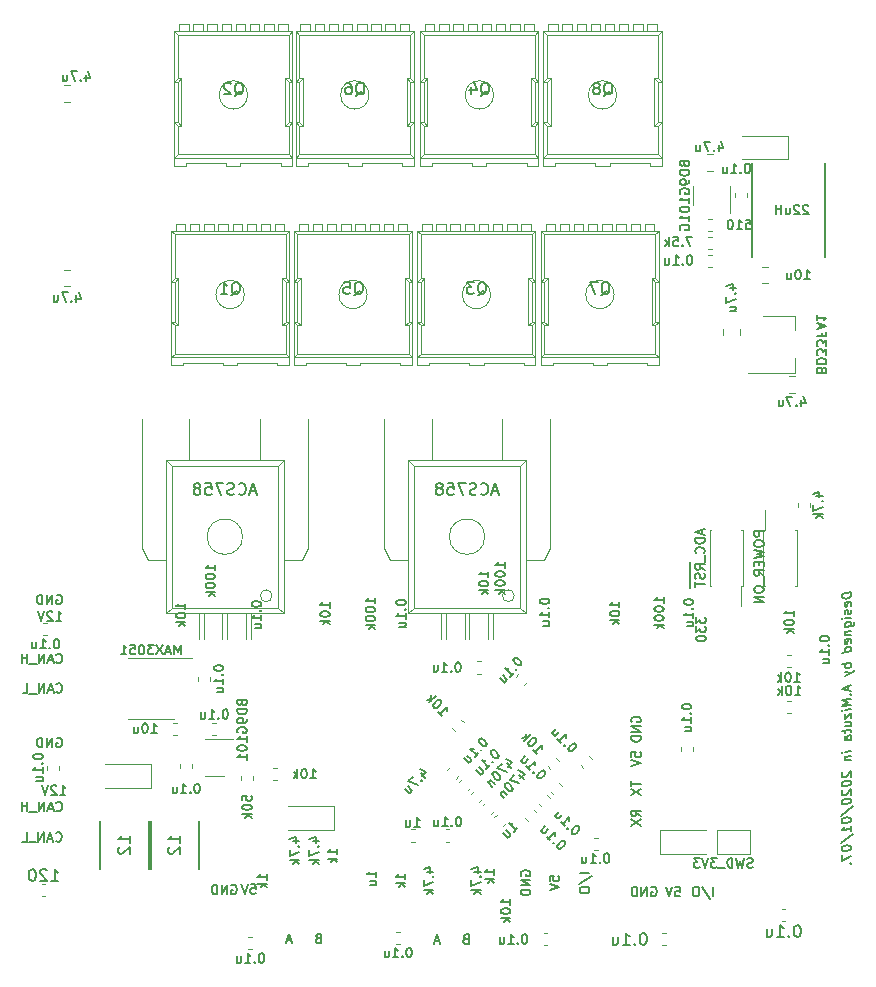
<source format=gbr>
G04 #@! TF.GenerationSoftware,KiCad,Pcbnew,(5.1.4)-1*
G04 #@! TF.CreationDate,2020-01-10T04:38:18+09:00*
G04 #@! TF.ProjectId,SteerMD,53746565-724d-4442-9e6b-696361645f70,rev?*
G04 #@! TF.SameCoordinates,Original*
G04 #@! TF.FileFunction,Legend,Bot*
G04 #@! TF.FilePolarity,Positive*
%FSLAX46Y46*%
G04 Gerber Fmt 4.6, Leading zero omitted, Abs format (unit mm)*
G04 Created by KiCad (PCBNEW (5.1.4)-1) date 2020-01-10 04:38:18*
%MOMM*%
%LPD*%
G04 APERTURE LIST*
%ADD10C,0.150000*%
%ADD11C,0.200000*%
%ADD12C,0.120000*%
%ADD13C,0.100000*%
G04 APERTURE END LIST*
D10*
X112140476Y-132133333D02*
X111759523Y-132133333D01*
X112216666Y-132361904D02*
X111950000Y-131561904D01*
X111683333Y-132361904D01*
X114392857Y-131942857D02*
X114278571Y-131980952D01*
X114240476Y-132019047D01*
X114202380Y-132095238D01*
X114202380Y-132209523D01*
X114240476Y-132285714D01*
X114278571Y-132323809D01*
X114354761Y-132361904D01*
X114659523Y-132361904D01*
X114659523Y-131561904D01*
X114392857Y-131561904D01*
X114316666Y-131600000D01*
X114278571Y-131638095D01*
X114240476Y-131714285D01*
X114240476Y-131790476D01*
X114278571Y-131866666D01*
X114316666Y-131904761D01*
X114392857Y-131942857D01*
X114659523Y-131942857D01*
X101892857Y-131892857D02*
X101778571Y-131930952D01*
X101740476Y-131969047D01*
X101702380Y-132045238D01*
X101702380Y-132159523D01*
X101740476Y-132235714D01*
X101778571Y-132273809D01*
X101854761Y-132311904D01*
X102159523Y-132311904D01*
X102159523Y-131511904D01*
X101892857Y-131511904D01*
X101816666Y-131550000D01*
X101778571Y-131588095D01*
X101740476Y-131664285D01*
X101740476Y-131740476D01*
X101778571Y-131816666D01*
X101816666Y-131854761D01*
X101892857Y-131892857D01*
X102159523Y-131892857D01*
X99640476Y-132083333D02*
X99259523Y-132083333D01*
X99716666Y-132311904D02*
X99450000Y-131511904D01*
X99183333Y-132311904D01*
X121511904Y-127047619D02*
X121511904Y-126666666D01*
X121892857Y-126628571D01*
X121854761Y-126666666D01*
X121816666Y-126742857D01*
X121816666Y-126933333D01*
X121854761Y-127009523D01*
X121892857Y-127047619D01*
X121969047Y-127085714D01*
X122159523Y-127085714D01*
X122235714Y-127047619D01*
X122273809Y-127009523D01*
X122311904Y-126933333D01*
X122311904Y-126742857D01*
X122273809Y-126666666D01*
X122235714Y-126628571D01*
X121511904Y-127314285D02*
X122311904Y-127580952D01*
X121511904Y-127847619D01*
X80045238Y-119761904D02*
X80502380Y-119761904D01*
X80273809Y-119761904D02*
X80273809Y-118961904D01*
X80350000Y-119076190D01*
X80426190Y-119152380D01*
X80502380Y-119190476D01*
X79740476Y-119038095D02*
X79702380Y-119000000D01*
X79626190Y-118961904D01*
X79435714Y-118961904D01*
X79359523Y-119000000D01*
X79321428Y-119038095D01*
X79283333Y-119114285D01*
X79283333Y-119190476D01*
X79321428Y-119304761D01*
X79778571Y-119761904D01*
X79283333Y-119761904D01*
X79054761Y-118961904D02*
X78788095Y-119761904D01*
X78521428Y-118961904D01*
X79759523Y-114950000D02*
X79835714Y-114911904D01*
X79950000Y-114911904D01*
X80064285Y-114950000D01*
X80140476Y-115026190D01*
X80178571Y-115102380D01*
X80216666Y-115254761D01*
X80216666Y-115369047D01*
X80178571Y-115521428D01*
X80140476Y-115597619D01*
X80064285Y-115673809D01*
X79950000Y-115711904D01*
X79873809Y-115711904D01*
X79759523Y-115673809D01*
X79721428Y-115635714D01*
X79721428Y-115369047D01*
X79873809Y-115369047D01*
X79378571Y-115711904D02*
X79378571Y-114911904D01*
X78921428Y-115711904D01*
X78921428Y-114911904D01*
X78540476Y-115711904D02*
X78540476Y-114911904D01*
X78350000Y-114911904D01*
X78235714Y-114950000D01*
X78159523Y-115026190D01*
X78121428Y-115102380D01*
X78083333Y-115254761D01*
X78083333Y-115369047D01*
X78121428Y-115521428D01*
X78159523Y-115597619D01*
X78235714Y-115673809D01*
X78350000Y-115711904D01*
X78540476Y-115711904D01*
X79738095Y-121085714D02*
X79776190Y-121123809D01*
X79890476Y-121161904D01*
X79966666Y-121161904D01*
X80080952Y-121123809D01*
X80157142Y-121047619D01*
X80195238Y-120971428D01*
X80233333Y-120819047D01*
X80233333Y-120704761D01*
X80195238Y-120552380D01*
X80157142Y-120476190D01*
X80080952Y-120400000D01*
X79966666Y-120361904D01*
X79890476Y-120361904D01*
X79776190Y-120400000D01*
X79738095Y-120438095D01*
X79433333Y-120933333D02*
X79052380Y-120933333D01*
X79509523Y-121161904D02*
X79242857Y-120361904D01*
X78976190Y-121161904D01*
X78709523Y-121161904D02*
X78709523Y-120361904D01*
X78252380Y-121161904D01*
X78252380Y-120361904D01*
X78061904Y-121238095D02*
X77452380Y-121238095D01*
X77261904Y-121161904D02*
X77261904Y-120361904D01*
X77261904Y-120742857D02*
X76804761Y-120742857D01*
X76804761Y-121161904D02*
X76804761Y-120361904D01*
X79692857Y-123635714D02*
X79730952Y-123673809D01*
X79845238Y-123711904D01*
X79921428Y-123711904D01*
X80035714Y-123673809D01*
X80111904Y-123597619D01*
X80150000Y-123521428D01*
X80188095Y-123369047D01*
X80188095Y-123254761D01*
X80150000Y-123102380D01*
X80111904Y-123026190D01*
X80035714Y-122950000D01*
X79921428Y-122911904D01*
X79845238Y-122911904D01*
X79730952Y-122950000D01*
X79692857Y-122988095D01*
X79388095Y-123483333D02*
X79007142Y-123483333D01*
X79464285Y-123711904D02*
X79197619Y-122911904D01*
X78930952Y-123711904D01*
X78664285Y-123711904D02*
X78664285Y-122911904D01*
X78207142Y-123711904D01*
X78207142Y-122911904D01*
X78016666Y-123788095D02*
X77407142Y-123788095D01*
X76835714Y-123711904D02*
X77216666Y-123711904D01*
X77216666Y-122911904D01*
X79742857Y-111035714D02*
X79780952Y-111073809D01*
X79895238Y-111111904D01*
X79971428Y-111111904D01*
X80085714Y-111073809D01*
X80161904Y-110997619D01*
X80200000Y-110921428D01*
X80238095Y-110769047D01*
X80238095Y-110654761D01*
X80200000Y-110502380D01*
X80161904Y-110426190D01*
X80085714Y-110350000D01*
X79971428Y-110311904D01*
X79895238Y-110311904D01*
X79780952Y-110350000D01*
X79742857Y-110388095D01*
X79438095Y-110883333D02*
X79057142Y-110883333D01*
X79514285Y-111111904D02*
X79247619Y-110311904D01*
X78980952Y-111111904D01*
X78714285Y-111111904D02*
X78714285Y-110311904D01*
X78257142Y-111111904D01*
X78257142Y-110311904D01*
X78066666Y-111188095D02*
X77457142Y-111188095D01*
X76885714Y-111111904D02*
X77266666Y-111111904D01*
X77266666Y-110311904D01*
X79738095Y-108535714D02*
X79776190Y-108573809D01*
X79890476Y-108611904D01*
X79966666Y-108611904D01*
X80080952Y-108573809D01*
X80157142Y-108497619D01*
X80195238Y-108421428D01*
X80233333Y-108269047D01*
X80233333Y-108154761D01*
X80195238Y-108002380D01*
X80157142Y-107926190D01*
X80080952Y-107850000D01*
X79966666Y-107811904D01*
X79890476Y-107811904D01*
X79776190Y-107850000D01*
X79738095Y-107888095D01*
X79433333Y-108383333D02*
X79052380Y-108383333D01*
X79509523Y-108611904D02*
X79242857Y-107811904D01*
X78976190Y-108611904D01*
X78709523Y-108611904D02*
X78709523Y-107811904D01*
X78252380Y-108611904D01*
X78252380Y-107811904D01*
X78061904Y-108688095D02*
X77452380Y-108688095D01*
X77261904Y-108611904D02*
X77261904Y-107811904D01*
X77261904Y-108192857D02*
X76804761Y-108192857D01*
X76804761Y-108611904D02*
X76804761Y-107811904D01*
X79695238Y-105011904D02*
X80152380Y-105011904D01*
X79923809Y-105011904D02*
X79923809Y-104211904D01*
X80000000Y-104326190D01*
X80076190Y-104402380D01*
X80152380Y-104440476D01*
X79390476Y-104288095D02*
X79352380Y-104250000D01*
X79276190Y-104211904D01*
X79085714Y-104211904D01*
X79009523Y-104250000D01*
X78971428Y-104288095D01*
X78933333Y-104364285D01*
X78933333Y-104440476D01*
X78971428Y-104554761D01*
X79428571Y-105011904D01*
X78933333Y-105011904D01*
X78704761Y-104211904D02*
X78438095Y-105011904D01*
X78171428Y-104211904D01*
X79759523Y-102850000D02*
X79835714Y-102811904D01*
X79950000Y-102811904D01*
X80064285Y-102850000D01*
X80140476Y-102926190D01*
X80178571Y-103002380D01*
X80216666Y-103154761D01*
X80216666Y-103269047D01*
X80178571Y-103421428D01*
X80140476Y-103497619D01*
X80064285Y-103573809D01*
X79950000Y-103611904D01*
X79873809Y-103611904D01*
X79759523Y-103573809D01*
X79721428Y-103535714D01*
X79721428Y-103269047D01*
X79873809Y-103269047D01*
X79378571Y-103611904D02*
X79378571Y-102811904D01*
X78921428Y-103611904D01*
X78921428Y-102811904D01*
X78540476Y-103611904D02*
X78540476Y-102811904D01*
X78350000Y-102811904D01*
X78235714Y-102850000D01*
X78159523Y-102926190D01*
X78121428Y-103002380D01*
X78083333Y-103154761D01*
X78083333Y-103269047D01*
X78121428Y-103421428D01*
X78159523Y-103497619D01*
X78235714Y-103573809D01*
X78350000Y-103611904D01*
X78540476Y-103611904D01*
X96202380Y-127311904D02*
X96583333Y-127311904D01*
X96621428Y-127692857D01*
X96583333Y-127654761D01*
X96507142Y-127616666D01*
X96316666Y-127616666D01*
X96240476Y-127654761D01*
X96202380Y-127692857D01*
X96164285Y-127769047D01*
X96164285Y-127959523D01*
X96202380Y-128035714D01*
X96240476Y-128073809D01*
X96316666Y-128111904D01*
X96507142Y-128111904D01*
X96583333Y-128073809D01*
X96621428Y-128035714D01*
X95935714Y-127311904D02*
X95669047Y-128111904D01*
X95402380Y-127311904D01*
X94559523Y-127400000D02*
X94635714Y-127361904D01*
X94750000Y-127361904D01*
X94864285Y-127400000D01*
X94940476Y-127476190D01*
X94978571Y-127552380D01*
X95016666Y-127704761D01*
X95016666Y-127819047D01*
X94978571Y-127971428D01*
X94940476Y-128047619D01*
X94864285Y-128123809D01*
X94750000Y-128161904D01*
X94673809Y-128161904D01*
X94559523Y-128123809D01*
X94521428Y-128085714D01*
X94521428Y-127819047D01*
X94673809Y-127819047D01*
X94178571Y-128161904D02*
X94178571Y-127361904D01*
X93721428Y-128161904D01*
X93721428Y-127361904D01*
X93340476Y-128161904D02*
X93340476Y-127361904D01*
X93150000Y-127361904D01*
X93035714Y-127400000D01*
X92959523Y-127476190D01*
X92921428Y-127552380D01*
X92883333Y-127704761D01*
X92883333Y-127819047D01*
X92921428Y-127971428D01*
X92959523Y-128047619D01*
X93035714Y-128123809D01*
X93150000Y-128161904D01*
X93340476Y-128161904D01*
X129211904Y-121566666D02*
X128830952Y-121300000D01*
X129211904Y-121109523D02*
X128411904Y-121109523D01*
X128411904Y-121414285D01*
X128450000Y-121490476D01*
X128488095Y-121528571D01*
X128564285Y-121566666D01*
X128678571Y-121566666D01*
X128754761Y-121528571D01*
X128792857Y-121490476D01*
X128830952Y-121414285D01*
X128830952Y-121109523D01*
X128411904Y-121833333D02*
X129211904Y-122366666D01*
X128411904Y-122366666D02*
X129211904Y-121833333D01*
X128411904Y-118590476D02*
X128411904Y-119047619D01*
X129211904Y-118819047D02*
X128411904Y-118819047D01*
X128411904Y-119238095D02*
X129211904Y-119771428D01*
X128411904Y-119771428D02*
X129211904Y-119238095D01*
X128450000Y-113590476D02*
X128411904Y-113514285D01*
X128411904Y-113400000D01*
X128450000Y-113285714D01*
X128526190Y-113209523D01*
X128602380Y-113171428D01*
X128754761Y-113133333D01*
X128869047Y-113133333D01*
X129021428Y-113171428D01*
X129097619Y-113209523D01*
X129173809Y-113285714D01*
X129211904Y-113400000D01*
X129211904Y-113476190D01*
X129173809Y-113590476D01*
X129135714Y-113628571D01*
X128869047Y-113628571D01*
X128869047Y-113476190D01*
X129211904Y-113971428D02*
X128411904Y-113971428D01*
X129211904Y-114428571D01*
X128411904Y-114428571D01*
X129211904Y-114809523D02*
X128411904Y-114809523D01*
X128411904Y-115000000D01*
X128450000Y-115114285D01*
X128526190Y-115190476D01*
X128602380Y-115228571D01*
X128754761Y-115266666D01*
X128869047Y-115266666D01*
X129021428Y-115228571D01*
X129097619Y-115190476D01*
X129173809Y-115114285D01*
X129211904Y-115000000D01*
X129211904Y-114809523D01*
X128411904Y-116547619D02*
X128411904Y-116166666D01*
X128792857Y-116128571D01*
X128754761Y-116166666D01*
X128716666Y-116242857D01*
X128716666Y-116433333D01*
X128754761Y-116509523D01*
X128792857Y-116547619D01*
X128869047Y-116585714D01*
X129059523Y-116585714D01*
X129135714Y-116547619D01*
X129173809Y-116509523D01*
X129211904Y-116433333D01*
X129211904Y-116242857D01*
X129173809Y-116166666D01*
X129135714Y-116128571D01*
X128411904Y-116814285D02*
X129211904Y-117080952D01*
X128411904Y-117347619D01*
X119100000Y-126590476D02*
X119061904Y-126514285D01*
X119061904Y-126400000D01*
X119100000Y-126285714D01*
X119176190Y-126209523D01*
X119252380Y-126171428D01*
X119404761Y-126133333D01*
X119519047Y-126133333D01*
X119671428Y-126171428D01*
X119747619Y-126209523D01*
X119823809Y-126285714D01*
X119861904Y-126400000D01*
X119861904Y-126476190D01*
X119823809Y-126590476D01*
X119785714Y-126628571D01*
X119519047Y-126628571D01*
X119519047Y-126476190D01*
X119861904Y-126971428D02*
X119061904Y-126971428D01*
X119861904Y-127428571D01*
X119061904Y-127428571D01*
X119861904Y-127809523D02*
X119061904Y-127809523D01*
X119061904Y-128000000D01*
X119100000Y-128114285D01*
X119176190Y-128190476D01*
X119252380Y-128228571D01*
X119404761Y-128266666D01*
X119519047Y-128266666D01*
X119671428Y-128228571D01*
X119747619Y-128190476D01*
X119823809Y-128114285D01*
X119861904Y-128000000D01*
X119861904Y-127809523D01*
X124861904Y-126361904D02*
X124061904Y-126361904D01*
X124023809Y-127314285D02*
X125052380Y-126628571D01*
X124061904Y-127733333D02*
X124061904Y-127885714D01*
X124100000Y-127961904D01*
X124176190Y-128038095D01*
X124328571Y-128076190D01*
X124595238Y-128076190D01*
X124747619Y-128038095D01*
X124823809Y-127961904D01*
X124861904Y-127885714D01*
X124861904Y-127733333D01*
X124823809Y-127657142D01*
X124747619Y-127580952D01*
X124595238Y-127542857D01*
X124328571Y-127542857D01*
X124176190Y-127580952D01*
X124100000Y-127657142D01*
X124061904Y-127733333D01*
X135338095Y-128361904D02*
X135338095Y-127561904D01*
X134385714Y-127523809D02*
X135071428Y-128552380D01*
X133966666Y-127561904D02*
X133814285Y-127561904D01*
X133738095Y-127600000D01*
X133661904Y-127676190D01*
X133623809Y-127828571D01*
X133623809Y-128095238D01*
X133661904Y-128247619D01*
X133738095Y-128323809D01*
X133814285Y-128361904D01*
X133966666Y-128361904D01*
X134042857Y-128323809D01*
X134119047Y-128247619D01*
X134157142Y-128095238D01*
X134157142Y-127828571D01*
X134119047Y-127676190D01*
X134042857Y-127600000D01*
X133966666Y-127561904D01*
X132152380Y-127561904D02*
X132533333Y-127561904D01*
X132571428Y-127942857D01*
X132533333Y-127904761D01*
X132457142Y-127866666D01*
X132266666Y-127866666D01*
X132190476Y-127904761D01*
X132152380Y-127942857D01*
X132114285Y-128019047D01*
X132114285Y-128209523D01*
X132152380Y-128285714D01*
X132190476Y-128323809D01*
X132266666Y-128361904D01*
X132457142Y-128361904D01*
X132533333Y-128323809D01*
X132571428Y-128285714D01*
X131885714Y-127561904D02*
X131619047Y-128361904D01*
X131352380Y-127561904D01*
X130109523Y-127600000D02*
X130185714Y-127561904D01*
X130300000Y-127561904D01*
X130414285Y-127600000D01*
X130490476Y-127676190D01*
X130528571Y-127752380D01*
X130566666Y-127904761D01*
X130566666Y-128019047D01*
X130528571Y-128171428D01*
X130490476Y-128247619D01*
X130414285Y-128323809D01*
X130300000Y-128361904D01*
X130223809Y-128361904D01*
X130109523Y-128323809D01*
X130071428Y-128285714D01*
X130071428Y-128019047D01*
X130223809Y-128019047D01*
X129728571Y-128361904D02*
X129728571Y-127561904D01*
X129271428Y-128361904D01*
X129271428Y-127561904D01*
X128890476Y-128361904D02*
X128890476Y-127561904D01*
X128700000Y-127561904D01*
X128585714Y-127600000D01*
X128509523Y-127676190D01*
X128471428Y-127752380D01*
X128433333Y-127904761D01*
X128433333Y-128019047D01*
X128471428Y-128171428D01*
X128509523Y-128247619D01*
X128585714Y-128323809D01*
X128700000Y-128361904D01*
X128890476Y-128361904D01*
D11*
X147011904Y-102625238D02*
X146211904Y-102725238D01*
X146211904Y-102915714D01*
X146250000Y-103025238D01*
X146326190Y-103091904D01*
X146402380Y-103120476D01*
X146554761Y-103139523D01*
X146669047Y-103125238D01*
X146821428Y-103068095D01*
X146897619Y-103020476D01*
X146973809Y-102934761D01*
X147011904Y-102815714D01*
X147011904Y-102625238D01*
X146973809Y-103734761D02*
X147011904Y-103653809D01*
X147011904Y-103501428D01*
X146973809Y-103430000D01*
X146897619Y-103401428D01*
X146592857Y-103439523D01*
X146516666Y-103487142D01*
X146478571Y-103568095D01*
X146478571Y-103720476D01*
X146516666Y-103791904D01*
X146592857Y-103820476D01*
X146669047Y-103810952D01*
X146745238Y-103420476D01*
X146973809Y-104077619D02*
X147011904Y-104149047D01*
X147011904Y-104301428D01*
X146973809Y-104382380D01*
X146897619Y-104430000D01*
X146859523Y-104434761D01*
X146783333Y-104406190D01*
X146745238Y-104334761D01*
X146745238Y-104220476D01*
X146707142Y-104149047D01*
X146630952Y-104120476D01*
X146592857Y-104125238D01*
X146516666Y-104172857D01*
X146478571Y-104253809D01*
X146478571Y-104368095D01*
X146516666Y-104439523D01*
X147011904Y-104758571D02*
X146478571Y-104825238D01*
X146211904Y-104858571D02*
X146250000Y-104815714D01*
X146288095Y-104849047D01*
X146250000Y-104891904D01*
X146211904Y-104858571D01*
X146288095Y-104849047D01*
X146478571Y-105549047D02*
X147126190Y-105468095D01*
X147202380Y-105420476D01*
X147240476Y-105377619D01*
X147278571Y-105296666D01*
X147278571Y-105182380D01*
X147240476Y-105110952D01*
X146973809Y-105487142D02*
X147011904Y-105406190D01*
X147011904Y-105253809D01*
X146973809Y-105182380D01*
X146935714Y-105149047D01*
X146859523Y-105120476D01*
X146630952Y-105149047D01*
X146554761Y-105196666D01*
X146516666Y-105239523D01*
X146478571Y-105320476D01*
X146478571Y-105472857D01*
X146516666Y-105544285D01*
X146478571Y-105930000D02*
X147011904Y-105863333D01*
X146554761Y-105920476D02*
X146516666Y-105963333D01*
X146478571Y-106044285D01*
X146478571Y-106158571D01*
X146516666Y-106230000D01*
X146592857Y-106258571D01*
X147011904Y-106206190D01*
X146973809Y-106896666D02*
X147011904Y-106815714D01*
X147011904Y-106663333D01*
X146973809Y-106591904D01*
X146897619Y-106563333D01*
X146592857Y-106601428D01*
X146516666Y-106649047D01*
X146478571Y-106730000D01*
X146478571Y-106882380D01*
X146516666Y-106953809D01*
X146592857Y-106982380D01*
X146669047Y-106972857D01*
X146745238Y-106582380D01*
X147011904Y-107615714D02*
X146211904Y-107715714D01*
X146973809Y-107620476D02*
X147011904Y-107539523D01*
X147011904Y-107387142D01*
X146973809Y-107315714D01*
X146935714Y-107282380D01*
X146859523Y-107253809D01*
X146630952Y-107282380D01*
X146554761Y-107330000D01*
X146516666Y-107372857D01*
X146478571Y-107453809D01*
X146478571Y-107606190D01*
X146516666Y-107677619D01*
X147011904Y-108606190D02*
X146211904Y-108706190D01*
X146516666Y-108668095D02*
X146478571Y-108749047D01*
X146478571Y-108901428D01*
X146516666Y-108972857D01*
X146554761Y-109006190D01*
X146630952Y-109034761D01*
X146859523Y-109006190D01*
X146935714Y-108958571D01*
X146973809Y-108915714D01*
X147011904Y-108834761D01*
X147011904Y-108682380D01*
X146973809Y-108610952D01*
X146478571Y-109320476D02*
X147011904Y-109444285D01*
X146478571Y-109701428D02*
X147011904Y-109444285D01*
X147202380Y-109344285D01*
X147240476Y-109301428D01*
X147278571Y-109220476D01*
X146783333Y-110539523D02*
X146783333Y-110920476D01*
X147011904Y-110434761D02*
X146211904Y-110801428D01*
X147011904Y-110968095D01*
X146935714Y-111244285D02*
X146973809Y-111277619D01*
X147011904Y-111234761D01*
X146973809Y-111201428D01*
X146935714Y-111244285D01*
X147011904Y-111234761D01*
X147011904Y-111615714D02*
X146211904Y-111715714D01*
X146783333Y-111910952D01*
X146211904Y-112249047D01*
X147011904Y-112149047D01*
X147011904Y-112530000D02*
X146478571Y-112596666D01*
X146211904Y-112630000D02*
X146250000Y-112587142D01*
X146288095Y-112620476D01*
X146250000Y-112663333D01*
X146211904Y-112630000D01*
X146288095Y-112620476D01*
X146478571Y-112901428D02*
X146478571Y-113320476D01*
X147011904Y-112834761D01*
X147011904Y-113253809D01*
X146478571Y-113968095D02*
X147011904Y-113901428D01*
X146478571Y-113625238D02*
X146897619Y-113572857D01*
X146973809Y-113601428D01*
X147011904Y-113672857D01*
X147011904Y-113787142D01*
X146973809Y-113868095D01*
X146935714Y-113910952D01*
X146478571Y-114234761D02*
X146478571Y-114539523D01*
X146211904Y-114382380D02*
X146897619Y-114296666D01*
X146973809Y-114325238D01*
X147011904Y-114396666D01*
X147011904Y-114472857D01*
X147011904Y-115082380D02*
X146592857Y-115134761D01*
X146516666Y-115106190D01*
X146478571Y-115034761D01*
X146478571Y-114882380D01*
X146516666Y-114801428D01*
X146973809Y-115087142D02*
X147011904Y-115006190D01*
X147011904Y-114815714D01*
X146973809Y-114744285D01*
X146897619Y-114715714D01*
X146821428Y-114725238D01*
X146745238Y-114772857D01*
X146707142Y-114853809D01*
X146707142Y-115044285D01*
X146669047Y-115125238D01*
X147011904Y-116072857D02*
X146478571Y-116139523D01*
X146211904Y-116172857D02*
X146250000Y-116130000D01*
X146288095Y-116163333D01*
X146250000Y-116206190D01*
X146211904Y-116172857D01*
X146288095Y-116163333D01*
X146478571Y-116520476D02*
X147011904Y-116453809D01*
X146554761Y-116510952D02*
X146516666Y-116553809D01*
X146478571Y-116634761D01*
X146478571Y-116749047D01*
X146516666Y-116820476D01*
X146592857Y-116849047D01*
X147011904Y-116796666D01*
X146288095Y-117839523D02*
X146250000Y-117882380D01*
X146211904Y-117963333D01*
X146211904Y-118153809D01*
X146250000Y-118225238D01*
X146288095Y-118258571D01*
X146364285Y-118287142D01*
X146440476Y-118277619D01*
X146554761Y-118225238D01*
X147011904Y-117710952D01*
X147011904Y-118206190D01*
X146211904Y-118801428D02*
X146211904Y-118877619D01*
X146250000Y-118949047D01*
X146288095Y-118982380D01*
X146364285Y-119010952D01*
X146516666Y-119030000D01*
X146707142Y-119006190D01*
X146859523Y-118949047D01*
X146935714Y-118901428D01*
X146973809Y-118858571D01*
X147011904Y-118777619D01*
X147011904Y-118701428D01*
X146973809Y-118630000D01*
X146935714Y-118596666D01*
X146859523Y-118568095D01*
X146707142Y-118549047D01*
X146516666Y-118572857D01*
X146364285Y-118630000D01*
X146288095Y-118677619D01*
X146250000Y-118720476D01*
X146211904Y-118801428D01*
X146288095Y-119363333D02*
X146250000Y-119406190D01*
X146211904Y-119487142D01*
X146211904Y-119677619D01*
X146250000Y-119749047D01*
X146288095Y-119782380D01*
X146364285Y-119810952D01*
X146440476Y-119801428D01*
X146554761Y-119749047D01*
X147011904Y-119234761D01*
X147011904Y-119730000D01*
X146211904Y-120325238D02*
X146211904Y-120401428D01*
X146250000Y-120472857D01*
X146288095Y-120506190D01*
X146364285Y-120534761D01*
X146516666Y-120553809D01*
X146707142Y-120530000D01*
X146859523Y-120472857D01*
X146935714Y-120425238D01*
X146973809Y-120382380D01*
X147011904Y-120301428D01*
X147011904Y-120225238D01*
X146973809Y-120153809D01*
X146935714Y-120120476D01*
X146859523Y-120091904D01*
X146707142Y-120072857D01*
X146516666Y-120096666D01*
X146364285Y-120153809D01*
X146288095Y-120201428D01*
X146250000Y-120244285D01*
X146211904Y-120325238D01*
X146173809Y-121510952D02*
X147202380Y-120696666D01*
X146211904Y-121925238D02*
X146211904Y-122001428D01*
X146250000Y-122072857D01*
X146288095Y-122106190D01*
X146364285Y-122134761D01*
X146516666Y-122153809D01*
X146707142Y-122130000D01*
X146859523Y-122072857D01*
X146935714Y-122025238D01*
X146973809Y-121982380D01*
X147011904Y-121901428D01*
X147011904Y-121825238D01*
X146973809Y-121753809D01*
X146935714Y-121720476D01*
X146859523Y-121691904D01*
X146707142Y-121672857D01*
X146516666Y-121696666D01*
X146364285Y-121753809D01*
X146288095Y-121801428D01*
X146250000Y-121844285D01*
X146211904Y-121925238D01*
X147011904Y-122853809D02*
X147011904Y-122396666D01*
X147011904Y-122625238D02*
X146211904Y-122725238D01*
X146326190Y-122634761D01*
X146402380Y-122549047D01*
X146440476Y-122468095D01*
X146173809Y-123872857D02*
X147202380Y-123058571D01*
X146211904Y-124287142D02*
X146211904Y-124363333D01*
X146250000Y-124434761D01*
X146288095Y-124468095D01*
X146364285Y-124496666D01*
X146516666Y-124515714D01*
X146707142Y-124491904D01*
X146859523Y-124434761D01*
X146935714Y-124387142D01*
X146973809Y-124344285D01*
X147011904Y-124263333D01*
X147011904Y-124187142D01*
X146973809Y-124115714D01*
X146935714Y-124082380D01*
X146859523Y-124053809D01*
X146707142Y-124034761D01*
X146516666Y-124058571D01*
X146364285Y-124115714D01*
X146288095Y-124163333D01*
X146250000Y-124206190D01*
X146211904Y-124287142D01*
X146211904Y-124820476D02*
X146211904Y-125353809D01*
X147011904Y-124910952D01*
X146935714Y-125568095D02*
X146973809Y-125601428D01*
X147011904Y-125558571D01*
X146973809Y-125525238D01*
X146935714Y-125568095D01*
X147011904Y-125558571D01*
D12*
X115662779Y-108465000D02*
X115337221Y-108465000D01*
X115662779Y-109485000D02*
X115337221Y-109485000D01*
X116054478Y-120424273D02*
X115824273Y-120654478D01*
X116775727Y-121145522D02*
X116545522Y-121375727D01*
X113504478Y-114350727D02*
X113274273Y-114120522D01*
X114225727Y-113629478D02*
X113995522Y-113399273D01*
X141700000Y-63950000D02*
X141700000Y-65950000D01*
X141700000Y-65950000D02*
X137800000Y-65950000D01*
X141700000Y-63950000D02*
X137800000Y-63950000D01*
D13*
X95925000Y-60500000D02*
G75*
G03X95925000Y-60500000I-1200000J0D01*
G01*
X89725000Y-65800000D02*
X99725000Y-65800000D01*
X99425000Y-65500000D02*
X99725000Y-65800000D01*
X90025000Y-65500000D02*
X99425000Y-65500000D01*
X89725000Y-65800000D02*
X90025000Y-65500000D01*
X89725000Y-55100000D02*
X99725000Y-55100000D01*
X99725000Y-55100000D02*
X99425000Y-55400000D01*
X90025000Y-55400000D02*
X89725000Y-55100000D01*
X90025000Y-55400000D02*
X99425000Y-55400000D01*
X99725000Y-55100000D02*
X99725000Y-65800000D01*
X89725000Y-65800000D02*
X89725000Y-55100000D01*
X90025000Y-59100000D02*
X89725000Y-59400000D01*
X90025000Y-59100000D02*
X90025000Y-55400000D01*
X90025000Y-63100000D02*
X89725000Y-62800000D01*
X90025000Y-63100000D02*
X90025000Y-65500000D01*
X90325000Y-63100000D02*
X90025000Y-63100000D01*
X90325000Y-59100000D02*
X90325000Y-63100000D01*
X90025000Y-59100000D02*
X90325000Y-59100000D01*
X90025000Y-62800000D02*
X89725000Y-62800000D01*
X90325000Y-63100000D02*
X90025000Y-62800000D01*
X90025000Y-59400000D02*
X90325000Y-59100000D01*
X90025000Y-62800000D02*
X90025000Y-59400000D01*
X90025000Y-59400000D02*
X89725000Y-59400000D01*
X99425000Y-63100000D02*
X99725000Y-62800000D01*
X99425000Y-63100000D02*
X99425000Y-65500000D01*
X99425000Y-59100000D02*
X99725000Y-59400000D01*
X99425000Y-55400000D02*
X99425000Y-59100000D01*
X99125000Y-63100000D02*
X99425000Y-63100000D01*
X99125000Y-59100000D02*
X99125000Y-63100000D01*
X99425000Y-59100000D02*
X99125000Y-59100000D01*
X99425000Y-62800000D02*
X99725000Y-62800000D01*
X99125000Y-63100000D02*
X99425000Y-62800000D01*
X99425000Y-59400000D02*
X99125000Y-59100000D01*
X99425000Y-62800000D02*
X99425000Y-59400000D01*
X99425000Y-59400000D02*
X99725000Y-59400000D01*
X90125000Y-55100000D02*
X90125000Y-54500000D01*
X90925000Y-54500000D02*
X90125000Y-54500000D01*
X90925000Y-55100000D02*
X90925000Y-54500000D01*
X95725000Y-54500000D02*
X95725000Y-55100000D01*
X94925000Y-54500000D02*
X95725000Y-54500000D01*
X94925000Y-55100000D02*
X94925000Y-54500000D01*
X93725000Y-54500000D02*
X93725000Y-55100000D01*
X94525000Y-54500000D02*
X93725000Y-54500000D01*
X94525000Y-55100000D02*
X94525000Y-54500000D01*
X96925000Y-54500000D02*
X96925000Y-55100000D01*
X96125000Y-54500000D02*
X96925000Y-54500000D01*
X96125000Y-55100000D02*
X96125000Y-54500000D01*
X98125000Y-54500000D02*
X98125000Y-55100000D01*
X97325000Y-54500000D02*
X98125000Y-54500000D01*
X97325000Y-55100000D02*
X97325000Y-54500000D01*
X99325000Y-54500000D02*
X99325000Y-55100000D01*
X98525000Y-54500000D02*
X99325000Y-54500000D01*
X98525000Y-55100000D02*
X98525000Y-54500000D01*
X92525000Y-54500000D02*
X92525000Y-55100000D01*
X93325000Y-54500000D02*
X92525000Y-54500000D01*
X93325000Y-55100000D02*
X93325000Y-54500000D01*
X91325000Y-54500000D02*
X91325000Y-55100000D01*
X92125000Y-54500000D02*
X91325000Y-54500000D01*
X92125000Y-55100000D02*
X92125000Y-54500000D01*
X89725000Y-66500000D02*
X89725000Y-65800000D01*
X99725000Y-66500000D02*
X99725000Y-65800000D01*
X95325000Y-66500000D02*
X95325000Y-66300000D01*
X98725000Y-66500000D02*
X98725000Y-66300000D01*
X98725000Y-66300000D02*
X95325000Y-66300000D01*
X90725000Y-66300000D02*
X90725000Y-66500000D01*
X94125000Y-66300000D02*
X90725000Y-66300000D01*
X94125000Y-66500000D02*
X94125000Y-66300000D01*
X90725000Y-66500000D02*
X89725000Y-66500000D01*
X94125000Y-66500000D02*
X95325000Y-66500000D01*
X98725000Y-66500000D02*
X99725000Y-66500000D01*
D12*
X87750000Y-117150000D02*
X87750000Y-119150000D01*
X87750000Y-119150000D02*
X83850000Y-119150000D01*
X87750000Y-117150000D02*
X83850000Y-117150000D01*
X78812779Y-127340000D02*
X78487221Y-127340000D01*
X78812779Y-128360000D02*
X78487221Y-128360000D01*
X115054478Y-119424273D02*
X114824273Y-119654478D01*
X115775727Y-120145522D02*
X115545522Y-120375727D01*
D13*
X98500000Y-103900000D02*
X98500000Y-91900000D01*
X89500000Y-103900000D02*
X98500000Y-103900000D01*
X98500000Y-103900000D02*
X99000000Y-104400000D01*
X89500000Y-91900000D02*
X89500000Y-103900000D01*
X89500000Y-103900000D02*
X89000000Y-104400000D01*
X89500000Y-91900000D02*
X89000000Y-91400000D01*
X98500000Y-91900000D02*
X89500000Y-91900000D01*
X99000000Y-91400000D02*
X98500000Y-91900000D01*
X87000000Y-98900000D02*
X87000000Y-87900000D01*
X87500000Y-99900000D02*
X89000000Y-99900000D01*
X87500000Y-99900000D02*
X87000000Y-98900000D01*
X101000000Y-98900000D02*
X101000000Y-87900000D01*
X100500000Y-99900000D02*
X99000000Y-99900000D01*
X101000000Y-98900000D02*
X100500000Y-99900000D01*
X98000000Y-102900000D02*
G75*
G03X98000000Y-102900000I-500000J0D01*
G01*
X95500000Y-97900000D02*
G75*
G03X95500000Y-97900000I-1500000J0D01*
G01*
X91800000Y-104400000D02*
X91800000Y-106600000D01*
X92200000Y-104400000D02*
X92200000Y-106600000D01*
X95800000Y-104400000D02*
X95800000Y-106600000D01*
X96200000Y-104400000D02*
X96200000Y-106600000D01*
X93800000Y-104400000D02*
X93800000Y-106600000D01*
X94200000Y-104400000D02*
X94200000Y-106600000D01*
X91000000Y-87900000D02*
X91000000Y-91400000D01*
X97000000Y-87900000D02*
X97000000Y-91400000D01*
X89000000Y-104400000D02*
X99000000Y-104400000D01*
X99000000Y-91400000D02*
X89000000Y-91400000D01*
X99000000Y-91400000D02*
X99000000Y-104400000D01*
X89000000Y-91400000D02*
X89000000Y-104400000D01*
X109500000Y-91400000D02*
X109500000Y-104400000D01*
X119500000Y-91400000D02*
X119500000Y-104400000D01*
X119500000Y-91400000D02*
X109500000Y-91400000D01*
X109500000Y-104400000D02*
X119500000Y-104400000D01*
X117500000Y-87900000D02*
X117500000Y-91400000D01*
X111500000Y-87900000D02*
X111500000Y-91400000D01*
X114700000Y-104400000D02*
X114700000Y-106600000D01*
X114300000Y-104400000D02*
X114300000Y-106600000D01*
X116700000Y-104400000D02*
X116700000Y-106600000D01*
X116300000Y-104400000D02*
X116300000Y-106600000D01*
X112700000Y-104400000D02*
X112700000Y-106600000D01*
X112300000Y-104400000D02*
X112300000Y-106600000D01*
X116000000Y-97900000D02*
G75*
G03X116000000Y-97900000I-1500000J0D01*
G01*
X118500000Y-102900000D02*
G75*
G03X118500000Y-102900000I-500000J0D01*
G01*
X121500000Y-98900000D02*
X121000000Y-99900000D01*
X121000000Y-99900000D02*
X119500000Y-99900000D01*
X121500000Y-98900000D02*
X121500000Y-87900000D01*
X108000000Y-99900000D02*
X107500000Y-98900000D01*
X108000000Y-99900000D02*
X109500000Y-99900000D01*
X107500000Y-98900000D02*
X107500000Y-87900000D01*
X119500000Y-91400000D02*
X119000000Y-91900000D01*
X119000000Y-91900000D02*
X110000000Y-91900000D01*
X110000000Y-91900000D02*
X109500000Y-91400000D01*
X110000000Y-103900000D02*
X109500000Y-104400000D01*
X110000000Y-91900000D02*
X110000000Y-103900000D01*
X119000000Y-103900000D02*
X119500000Y-104400000D01*
X110000000Y-103900000D02*
X119000000Y-103900000D01*
X119000000Y-103900000D02*
X119000000Y-91900000D01*
D12*
X141462779Y-129390000D02*
X141137221Y-129390000D01*
X141462779Y-130410000D02*
X141137221Y-130410000D01*
X119424273Y-121720522D02*
X119654478Y-121950727D01*
X120145522Y-120999273D02*
X120375727Y-121229478D01*
X124845522Y-116499273D02*
X125075727Y-116729478D01*
X124124273Y-117220522D02*
X124354478Y-117450727D01*
X78637221Y-105240000D02*
X78962779Y-105240000D01*
X78637221Y-106260000D02*
X78962779Y-106260000D01*
X118612076Y-109804712D02*
X118829917Y-109562775D01*
X119370083Y-110487225D02*
X119587924Y-110245288D01*
X117775727Y-122145522D02*
X117545522Y-122375727D01*
X117054478Y-121424273D02*
X116824273Y-121654478D01*
X79960000Y-117287221D02*
X79960000Y-117612779D01*
X78940000Y-117287221D02*
X78940000Y-117612779D01*
X132615000Y-115737221D02*
X132615000Y-116062779D01*
X133635000Y-115737221D02*
X133635000Y-116062779D01*
X120987221Y-131490000D02*
X121312779Y-131490000D01*
X120987221Y-132510000D02*
X121312779Y-132510000D01*
X135212779Y-74040000D02*
X134887221Y-74040000D01*
X135212779Y-75060000D02*
X134887221Y-75060000D01*
X138210000Y-68837221D02*
X138210000Y-69162779D01*
X137190000Y-68837221D02*
X137190000Y-69162779D01*
X139491422Y-76460000D02*
X140008578Y-76460000D01*
X139491422Y-75040000D02*
X140008578Y-75040000D01*
X136190000Y-80291422D02*
X136190000Y-80808578D01*
X137610000Y-80291422D02*
X137610000Y-80808578D01*
X141741422Y-84290000D02*
X142258578Y-84290000D01*
X141741422Y-85710000D02*
X142258578Y-85710000D01*
X130850000Y-124750000D02*
X134750000Y-124750000D01*
X130850000Y-122750000D02*
X134750000Y-122750000D01*
X130850000Y-124750000D02*
X130850000Y-122750000D01*
X103250000Y-120700000D02*
X103250000Y-122700000D01*
X103250000Y-122700000D02*
X99350000Y-122700000D01*
X103250000Y-120700000D02*
X99350000Y-120700000D01*
X138500000Y-124750000D02*
X138500000Y-122750000D01*
X135700000Y-124750000D02*
X138500000Y-124750000D01*
X135700000Y-122750000D02*
X135700000Y-124750000D01*
X138500000Y-122750000D02*
X135700000Y-122750000D01*
D10*
X144850000Y-66250000D02*
X144850000Y-74250000D01*
X138650000Y-66250000D02*
X138650000Y-74250000D01*
D12*
X141912779Y-108970000D02*
X141587221Y-108970000D01*
X141912779Y-107950000D02*
X141587221Y-107950000D01*
X141962779Y-112800000D02*
X141637221Y-112800000D01*
X141962779Y-111780000D02*
X141637221Y-111780000D01*
X121324273Y-117345522D02*
X121554478Y-117575727D01*
X122045522Y-116624273D02*
X122275727Y-116854478D01*
X135212779Y-73510000D02*
X134887221Y-73510000D01*
X135212779Y-72490000D02*
X134887221Y-72490000D01*
X134887221Y-72010000D02*
X135212779Y-72010000D01*
X134887221Y-70990000D02*
X135212779Y-70990000D01*
X96410000Y-118462779D02*
X96410000Y-118137221D01*
X95390000Y-118462779D02*
X95390000Y-118137221D01*
X98087221Y-118510000D02*
X98412779Y-118510000D01*
X98087221Y-117490000D02*
X98412779Y-117490000D01*
X142490000Y-95362779D02*
X142490000Y-95037221D01*
X143510000Y-95362779D02*
X143510000Y-95037221D01*
X87750000Y-108190000D02*
X91200000Y-108190000D01*
X87750000Y-108190000D02*
X85800000Y-108190000D01*
X87750000Y-113310000D02*
X89700000Y-113310000D01*
X87750000Y-113310000D02*
X85800000Y-113310000D01*
X93950000Y-118200000D02*
X92350000Y-118200000D01*
X92350000Y-115000000D02*
X94650000Y-115000000D01*
X137700000Y-102100000D02*
X137700000Y-103800000D01*
X135200000Y-97300000D02*
X135050000Y-97300000D01*
X135050000Y-97300000D02*
X135050000Y-102100000D01*
X135050000Y-102100000D02*
X135200000Y-102100000D01*
X137700000Y-102100000D02*
X137850000Y-102100000D01*
X137850000Y-102100000D02*
X137850000Y-97300000D01*
X137850000Y-97300000D02*
X137700000Y-97300000D01*
X136800000Y-68200000D02*
X136800000Y-70500000D01*
X133600000Y-69800000D02*
X133600000Y-68200000D01*
X142280000Y-80400000D02*
X142280000Y-79200000D01*
X142280000Y-79200000D02*
X139580000Y-79200000D01*
X138280000Y-84000000D02*
X142280000Y-84000000D01*
X142280000Y-84000000D02*
X142280000Y-82800000D01*
X139600000Y-102100000D02*
X139750000Y-102100000D01*
X139600000Y-97300000D02*
X139600000Y-102100000D01*
X139750000Y-97300000D02*
X139600000Y-97300000D01*
X142400000Y-97300000D02*
X142250000Y-97300000D01*
X142400000Y-102100000D02*
X142400000Y-97300000D01*
X142250000Y-102100000D02*
X142400000Y-102100000D01*
X139750000Y-97300000D02*
X139750000Y-95600000D01*
X134791422Y-66960000D02*
X135308578Y-66960000D01*
X134791422Y-65540000D02*
X135308578Y-65540000D01*
X95987221Y-132810000D02*
X96312779Y-132810000D01*
X95987221Y-131790000D02*
X96312779Y-131790000D01*
X90190000Y-117187221D02*
X90190000Y-117512779D01*
X91210000Y-117187221D02*
X91210000Y-117512779D01*
X92937221Y-114660000D02*
X93262779Y-114660000D01*
X92937221Y-113640000D02*
X93262779Y-113640000D01*
X92760000Y-110112779D02*
X92760000Y-109787221D01*
X91740000Y-110112779D02*
X91740000Y-109787221D01*
X80908578Y-59640000D02*
X80391422Y-59640000D01*
X80908578Y-61060000D02*
X80391422Y-61060000D01*
X80908578Y-76710000D02*
X80391422Y-76710000D01*
X80908578Y-75290000D02*
X80391422Y-75290000D01*
X108487221Y-132410000D02*
X108812779Y-132410000D01*
X108487221Y-131390000D02*
X108812779Y-131390000D01*
X130987221Y-132510000D02*
X131312779Y-132510000D01*
X130987221Y-131490000D02*
X131312779Y-131490000D01*
X89937779Y-113640000D02*
X89612221Y-113640000D01*
X89937779Y-114660000D02*
X89612221Y-114660000D01*
D13*
X95650000Y-77400000D02*
G75*
G03X95650000Y-77400000I-1200000J0D01*
G01*
X89450000Y-82700000D02*
X99450000Y-82700000D01*
X99150000Y-82400000D02*
X99450000Y-82700000D01*
X89750000Y-82400000D02*
X99150000Y-82400000D01*
X89450000Y-82700000D02*
X89750000Y-82400000D01*
X89450000Y-72000000D02*
X99450000Y-72000000D01*
X99450000Y-72000000D02*
X99150000Y-72300000D01*
X89750000Y-72300000D02*
X89450000Y-72000000D01*
X89750000Y-72300000D02*
X99150000Y-72300000D01*
X99450000Y-72000000D02*
X99450000Y-82700000D01*
X89450000Y-82700000D02*
X89450000Y-72000000D01*
X89750000Y-76000000D02*
X89450000Y-76300000D01*
X89750000Y-76000000D02*
X89750000Y-72300000D01*
X89750000Y-80000000D02*
X89450000Y-79700000D01*
X89750000Y-80000000D02*
X89750000Y-82400000D01*
X90050000Y-80000000D02*
X89750000Y-80000000D01*
X90050000Y-76000000D02*
X90050000Y-80000000D01*
X89750000Y-76000000D02*
X90050000Y-76000000D01*
X89750000Y-79700000D02*
X89450000Y-79700000D01*
X90050000Y-80000000D02*
X89750000Y-79700000D01*
X89750000Y-76300000D02*
X90050000Y-76000000D01*
X89750000Y-79700000D02*
X89750000Y-76300000D01*
X89750000Y-76300000D02*
X89450000Y-76300000D01*
X99150000Y-80000000D02*
X99450000Y-79700000D01*
X99150000Y-80000000D02*
X99150000Y-82400000D01*
X99150000Y-76000000D02*
X99450000Y-76300000D01*
X99150000Y-72300000D02*
X99150000Y-76000000D01*
X98850000Y-80000000D02*
X99150000Y-80000000D01*
X98850000Y-76000000D02*
X98850000Y-80000000D01*
X99150000Y-76000000D02*
X98850000Y-76000000D01*
X99150000Y-79700000D02*
X99450000Y-79700000D01*
X98850000Y-80000000D02*
X99150000Y-79700000D01*
X99150000Y-76300000D02*
X98850000Y-76000000D01*
X99150000Y-79700000D02*
X99150000Y-76300000D01*
X99150000Y-76300000D02*
X99450000Y-76300000D01*
X89850000Y-72000000D02*
X89850000Y-71400000D01*
X90650000Y-71400000D02*
X89850000Y-71400000D01*
X90650000Y-72000000D02*
X90650000Y-71400000D01*
X95450000Y-71400000D02*
X95450000Y-72000000D01*
X94650000Y-71400000D02*
X95450000Y-71400000D01*
X94650000Y-72000000D02*
X94650000Y-71400000D01*
X93450000Y-71400000D02*
X93450000Y-72000000D01*
X94250000Y-71400000D02*
X93450000Y-71400000D01*
X94250000Y-72000000D02*
X94250000Y-71400000D01*
X96650000Y-71400000D02*
X96650000Y-72000000D01*
X95850000Y-71400000D02*
X96650000Y-71400000D01*
X95850000Y-72000000D02*
X95850000Y-71400000D01*
X97850000Y-71400000D02*
X97850000Y-72000000D01*
X97050000Y-71400000D02*
X97850000Y-71400000D01*
X97050000Y-72000000D02*
X97050000Y-71400000D01*
X99050000Y-71400000D02*
X99050000Y-72000000D01*
X98250000Y-71400000D02*
X99050000Y-71400000D01*
X98250000Y-72000000D02*
X98250000Y-71400000D01*
X92250000Y-71400000D02*
X92250000Y-72000000D01*
X93050000Y-71400000D02*
X92250000Y-71400000D01*
X93050000Y-72000000D02*
X93050000Y-71400000D01*
X91050000Y-71400000D02*
X91050000Y-72000000D01*
X91850000Y-71400000D02*
X91050000Y-71400000D01*
X91850000Y-72000000D02*
X91850000Y-71400000D01*
X89450000Y-83400000D02*
X89450000Y-82700000D01*
X99450000Y-83400000D02*
X99450000Y-82700000D01*
X95050000Y-83400000D02*
X95050000Y-83200000D01*
X98450000Y-83400000D02*
X98450000Y-83200000D01*
X98450000Y-83200000D02*
X95050000Y-83200000D01*
X90450000Y-83200000D02*
X90450000Y-83400000D01*
X93850000Y-83200000D02*
X90450000Y-83200000D01*
X93850000Y-83400000D02*
X93850000Y-83200000D01*
X90450000Y-83400000D02*
X89450000Y-83400000D01*
X93850000Y-83400000D02*
X95050000Y-83400000D01*
X98450000Y-83400000D02*
X99450000Y-83400000D01*
X116500000Y-77400000D02*
G75*
G03X116500000Y-77400000I-1200000J0D01*
G01*
X110300000Y-82700000D02*
X120300000Y-82700000D01*
X120000000Y-82400000D02*
X120300000Y-82700000D01*
X110600000Y-82400000D02*
X120000000Y-82400000D01*
X110300000Y-82700000D02*
X110600000Y-82400000D01*
X110300000Y-72000000D02*
X120300000Y-72000000D01*
X120300000Y-72000000D02*
X120000000Y-72300000D01*
X110600000Y-72300000D02*
X110300000Y-72000000D01*
X110600000Y-72300000D02*
X120000000Y-72300000D01*
X120300000Y-72000000D02*
X120300000Y-82700000D01*
X110300000Y-82700000D02*
X110300000Y-72000000D01*
X110600000Y-76000000D02*
X110300000Y-76300000D01*
X110600000Y-76000000D02*
X110600000Y-72300000D01*
X110600000Y-80000000D02*
X110300000Y-79700000D01*
X110600000Y-80000000D02*
X110600000Y-82400000D01*
X110900000Y-80000000D02*
X110600000Y-80000000D01*
X110900000Y-76000000D02*
X110900000Y-80000000D01*
X110600000Y-76000000D02*
X110900000Y-76000000D01*
X110600000Y-79700000D02*
X110300000Y-79700000D01*
X110900000Y-80000000D02*
X110600000Y-79700000D01*
X110600000Y-76300000D02*
X110900000Y-76000000D01*
X110600000Y-79700000D02*
X110600000Y-76300000D01*
X110600000Y-76300000D02*
X110300000Y-76300000D01*
X120000000Y-80000000D02*
X120300000Y-79700000D01*
X120000000Y-80000000D02*
X120000000Y-82400000D01*
X120000000Y-76000000D02*
X120300000Y-76300000D01*
X120000000Y-72300000D02*
X120000000Y-76000000D01*
X119700000Y-80000000D02*
X120000000Y-80000000D01*
X119700000Y-76000000D02*
X119700000Y-80000000D01*
X120000000Y-76000000D02*
X119700000Y-76000000D01*
X120000000Y-79700000D02*
X120300000Y-79700000D01*
X119700000Y-80000000D02*
X120000000Y-79700000D01*
X120000000Y-76300000D02*
X119700000Y-76000000D01*
X120000000Y-79700000D02*
X120000000Y-76300000D01*
X120000000Y-76300000D02*
X120300000Y-76300000D01*
X110700000Y-72000000D02*
X110700000Y-71400000D01*
X111500000Y-71400000D02*
X110700000Y-71400000D01*
X111500000Y-72000000D02*
X111500000Y-71400000D01*
X116300000Y-71400000D02*
X116300000Y-72000000D01*
X115500000Y-71400000D02*
X116300000Y-71400000D01*
X115500000Y-72000000D02*
X115500000Y-71400000D01*
X114300000Y-71400000D02*
X114300000Y-72000000D01*
X115100000Y-71400000D02*
X114300000Y-71400000D01*
X115100000Y-72000000D02*
X115100000Y-71400000D01*
X117500000Y-71400000D02*
X117500000Y-72000000D01*
X116700000Y-71400000D02*
X117500000Y-71400000D01*
X116700000Y-72000000D02*
X116700000Y-71400000D01*
X118700000Y-71400000D02*
X118700000Y-72000000D01*
X117900000Y-71400000D02*
X118700000Y-71400000D01*
X117900000Y-72000000D02*
X117900000Y-71400000D01*
X119900000Y-71400000D02*
X119900000Y-72000000D01*
X119100000Y-71400000D02*
X119900000Y-71400000D01*
X119100000Y-72000000D02*
X119100000Y-71400000D01*
X113100000Y-71400000D02*
X113100000Y-72000000D01*
X113900000Y-71400000D02*
X113100000Y-71400000D01*
X113900000Y-72000000D02*
X113900000Y-71400000D01*
X111900000Y-71400000D02*
X111900000Y-72000000D01*
X112700000Y-71400000D02*
X111900000Y-71400000D01*
X112700000Y-72000000D02*
X112700000Y-71400000D01*
X110300000Y-83400000D02*
X110300000Y-82700000D01*
X120300000Y-83400000D02*
X120300000Y-82700000D01*
X115900000Y-83400000D02*
X115900000Y-83200000D01*
X119300000Y-83400000D02*
X119300000Y-83200000D01*
X119300000Y-83200000D02*
X115900000Y-83200000D01*
X111300000Y-83200000D02*
X111300000Y-83400000D01*
X114700000Y-83200000D02*
X111300000Y-83200000D01*
X114700000Y-83400000D02*
X114700000Y-83200000D01*
X111300000Y-83400000D02*
X110300000Y-83400000D01*
X114700000Y-83400000D02*
X115900000Y-83400000D01*
X119300000Y-83400000D02*
X120300000Y-83400000D01*
X119550000Y-66500000D02*
X120550000Y-66500000D01*
X114950000Y-66500000D02*
X116150000Y-66500000D01*
X111550000Y-66500000D02*
X110550000Y-66500000D01*
X114950000Y-66500000D02*
X114950000Y-66300000D01*
X114950000Y-66300000D02*
X111550000Y-66300000D01*
X111550000Y-66300000D02*
X111550000Y-66500000D01*
X119550000Y-66300000D02*
X116150000Y-66300000D01*
X119550000Y-66500000D02*
X119550000Y-66300000D01*
X116150000Y-66500000D02*
X116150000Y-66300000D01*
X120550000Y-66500000D02*
X120550000Y-65800000D01*
X110550000Y-66500000D02*
X110550000Y-65800000D01*
X112950000Y-55100000D02*
X112950000Y-54500000D01*
X112950000Y-54500000D02*
X112150000Y-54500000D01*
X112150000Y-54500000D02*
X112150000Y-55100000D01*
X114150000Y-55100000D02*
X114150000Y-54500000D01*
X114150000Y-54500000D02*
X113350000Y-54500000D01*
X113350000Y-54500000D02*
X113350000Y-55100000D01*
X119350000Y-55100000D02*
X119350000Y-54500000D01*
X119350000Y-54500000D02*
X120150000Y-54500000D01*
X120150000Y-54500000D02*
X120150000Y-55100000D01*
X118150000Y-55100000D02*
X118150000Y-54500000D01*
X118150000Y-54500000D02*
X118950000Y-54500000D01*
X118950000Y-54500000D02*
X118950000Y-55100000D01*
X116950000Y-55100000D02*
X116950000Y-54500000D01*
X116950000Y-54500000D02*
X117750000Y-54500000D01*
X117750000Y-54500000D02*
X117750000Y-55100000D01*
X115350000Y-55100000D02*
X115350000Y-54500000D01*
X115350000Y-54500000D02*
X114550000Y-54500000D01*
X114550000Y-54500000D02*
X114550000Y-55100000D01*
X115750000Y-55100000D02*
X115750000Y-54500000D01*
X115750000Y-54500000D02*
X116550000Y-54500000D01*
X116550000Y-54500000D02*
X116550000Y-55100000D01*
X111750000Y-55100000D02*
X111750000Y-54500000D01*
X111750000Y-54500000D02*
X110950000Y-54500000D01*
X110950000Y-55100000D02*
X110950000Y-54500000D01*
X120250000Y-59400000D02*
X120550000Y-59400000D01*
X120250000Y-62800000D02*
X120250000Y-59400000D01*
X120250000Y-59400000D02*
X119950000Y-59100000D01*
X119950000Y-63100000D02*
X120250000Y-62800000D01*
X120250000Y-62800000D02*
X120550000Y-62800000D01*
X120250000Y-59100000D02*
X119950000Y-59100000D01*
X119950000Y-59100000D02*
X119950000Y-63100000D01*
X119950000Y-63100000D02*
X120250000Y-63100000D01*
X120250000Y-55400000D02*
X120250000Y-59100000D01*
X120250000Y-59100000D02*
X120550000Y-59400000D01*
X120250000Y-63100000D02*
X120250000Y-65500000D01*
X120250000Y-63100000D02*
X120550000Y-62800000D01*
X110850000Y-59400000D02*
X110550000Y-59400000D01*
X110850000Y-62800000D02*
X110850000Y-59400000D01*
X110850000Y-59400000D02*
X111150000Y-59100000D01*
X111150000Y-63100000D02*
X110850000Y-62800000D01*
X110850000Y-62800000D02*
X110550000Y-62800000D01*
X110850000Y-59100000D02*
X111150000Y-59100000D01*
X111150000Y-59100000D02*
X111150000Y-63100000D01*
X111150000Y-63100000D02*
X110850000Y-63100000D01*
X110850000Y-63100000D02*
X110850000Y-65500000D01*
X110850000Y-63100000D02*
X110550000Y-62800000D01*
X110850000Y-59100000D02*
X110850000Y-55400000D01*
X110850000Y-59100000D02*
X110550000Y-59400000D01*
X110550000Y-65800000D02*
X110550000Y-55100000D01*
X120550000Y-55100000D02*
X120550000Y-65800000D01*
X110850000Y-55400000D02*
X120250000Y-55400000D01*
X110850000Y-55400000D02*
X110550000Y-55100000D01*
X120550000Y-55100000D02*
X120250000Y-55400000D01*
X110550000Y-55100000D02*
X120550000Y-55100000D01*
X110550000Y-65800000D02*
X110850000Y-65500000D01*
X110850000Y-65500000D02*
X120250000Y-65500000D01*
X120250000Y-65500000D02*
X120550000Y-65800000D01*
X110550000Y-65800000D02*
X120550000Y-65800000D01*
X116750000Y-60500000D02*
G75*
G03X116750000Y-60500000I-1200000J0D01*
G01*
X108850000Y-83400000D02*
X109850000Y-83400000D01*
X104250000Y-83400000D02*
X105450000Y-83400000D01*
X100850000Y-83400000D02*
X99850000Y-83400000D01*
X104250000Y-83400000D02*
X104250000Y-83200000D01*
X104250000Y-83200000D02*
X100850000Y-83200000D01*
X100850000Y-83200000D02*
X100850000Y-83400000D01*
X108850000Y-83200000D02*
X105450000Y-83200000D01*
X108850000Y-83400000D02*
X108850000Y-83200000D01*
X105450000Y-83400000D02*
X105450000Y-83200000D01*
X109850000Y-83400000D02*
X109850000Y-82700000D01*
X99850000Y-83400000D02*
X99850000Y-82700000D01*
X102250000Y-72000000D02*
X102250000Y-71400000D01*
X102250000Y-71400000D02*
X101450000Y-71400000D01*
X101450000Y-71400000D02*
X101450000Y-72000000D01*
X103450000Y-72000000D02*
X103450000Y-71400000D01*
X103450000Y-71400000D02*
X102650000Y-71400000D01*
X102650000Y-71400000D02*
X102650000Y-72000000D01*
X108650000Y-72000000D02*
X108650000Y-71400000D01*
X108650000Y-71400000D02*
X109450000Y-71400000D01*
X109450000Y-71400000D02*
X109450000Y-72000000D01*
X107450000Y-72000000D02*
X107450000Y-71400000D01*
X107450000Y-71400000D02*
X108250000Y-71400000D01*
X108250000Y-71400000D02*
X108250000Y-72000000D01*
X106250000Y-72000000D02*
X106250000Y-71400000D01*
X106250000Y-71400000D02*
X107050000Y-71400000D01*
X107050000Y-71400000D02*
X107050000Y-72000000D01*
X104650000Y-72000000D02*
X104650000Y-71400000D01*
X104650000Y-71400000D02*
X103850000Y-71400000D01*
X103850000Y-71400000D02*
X103850000Y-72000000D01*
X105050000Y-72000000D02*
X105050000Y-71400000D01*
X105050000Y-71400000D02*
X105850000Y-71400000D01*
X105850000Y-71400000D02*
X105850000Y-72000000D01*
X101050000Y-72000000D02*
X101050000Y-71400000D01*
X101050000Y-71400000D02*
X100250000Y-71400000D01*
X100250000Y-72000000D02*
X100250000Y-71400000D01*
X109550000Y-76300000D02*
X109850000Y-76300000D01*
X109550000Y-79700000D02*
X109550000Y-76300000D01*
X109550000Y-76300000D02*
X109250000Y-76000000D01*
X109250000Y-80000000D02*
X109550000Y-79700000D01*
X109550000Y-79700000D02*
X109850000Y-79700000D01*
X109550000Y-76000000D02*
X109250000Y-76000000D01*
X109250000Y-76000000D02*
X109250000Y-80000000D01*
X109250000Y-80000000D02*
X109550000Y-80000000D01*
X109550000Y-72300000D02*
X109550000Y-76000000D01*
X109550000Y-76000000D02*
X109850000Y-76300000D01*
X109550000Y-80000000D02*
X109550000Y-82400000D01*
X109550000Y-80000000D02*
X109850000Y-79700000D01*
X100150000Y-76300000D02*
X99850000Y-76300000D01*
X100150000Y-79700000D02*
X100150000Y-76300000D01*
X100150000Y-76300000D02*
X100450000Y-76000000D01*
X100450000Y-80000000D02*
X100150000Y-79700000D01*
X100150000Y-79700000D02*
X99850000Y-79700000D01*
X100150000Y-76000000D02*
X100450000Y-76000000D01*
X100450000Y-76000000D02*
X100450000Y-80000000D01*
X100450000Y-80000000D02*
X100150000Y-80000000D01*
X100150000Y-80000000D02*
X100150000Y-82400000D01*
X100150000Y-80000000D02*
X99850000Y-79700000D01*
X100150000Y-76000000D02*
X100150000Y-72300000D01*
X100150000Y-76000000D02*
X99850000Y-76300000D01*
X99850000Y-82700000D02*
X99850000Y-72000000D01*
X109850000Y-72000000D02*
X109850000Y-82700000D01*
X100150000Y-72300000D02*
X109550000Y-72300000D01*
X100150000Y-72300000D02*
X99850000Y-72000000D01*
X109850000Y-72000000D02*
X109550000Y-72300000D01*
X99850000Y-72000000D02*
X109850000Y-72000000D01*
X99850000Y-82700000D02*
X100150000Y-82400000D01*
X100150000Y-82400000D02*
X109550000Y-82400000D01*
X109550000Y-82400000D02*
X109850000Y-82700000D01*
X99850000Y-82700000D02*
X109850000Y-82700000D01*
X106050000Y-77400000D02*
G75*
G03X106050000Y-77400000I-1200000J0D01*
G01*
X109000000Y-66500000D02*
X110000000Y-66500000D01*
X104400000Y-66500000D02*
X105600000Y-66500000D01*
X101000000Y-66500000D02*
X100000000Y-66500000D01*
X104400000Y-66500000D02*
X104400000Y-66300000D01*
X104400000Y-66300000D02*
X101000000Y-66300000D01*
X101000000Y-66300000D02*
X101000000Y-66500000D01*
X109000000Y-66300000D02*
X105600000Y-66300000D01*
X109000000Y-66500000D02*
X109000000Y-66300000D01*
X105600000Y-66500000D02*
X105600000Y-66300000D01*
X110000000Y-66500000D02*
X110000000Y-65800000D01*
X100000000Y-66500000D02*
X100000000Y-65800000D01*
X102400000Y-55100000D02*
X102400000Y-54500000D01*
X102400000Y-54500000D02*
X101600000Y-54500000D01*
X101600000Y-54500000D02*
X101600000Y-55100000D01*
X103600000Y-55100000D02*
X103600000Y-54500000D01*
X103600000Y-54500000D02*
X102800000Y-54500000D01*
X102800000Y-54500000D02*
X102800000Y-55100000D01*
X108800000Y-55100000D02*
X108800000Y-54500000D01*
X108800000Y-54500000D02*
X109600000Y-54500000D01*
X109600000Y-54500000D02*
X109600000Y-55100000D01*
X107600000Y-55100000D02*
X107600000Y-54500000D01*
X107600000Y-54500000D02*
X108400000Y-54500000D01*
X108400000Y-54500000D02*
X108400000Y-55100000D01*
X106400000Y-55100000D02*
X106400000Y-54500000D01*
X106400000Y-54500000D02*
X107200000Y-54500000D01*
X107200000Y-54500000D02*
X107200000Y-55100000D01*
X104800000Y-55100000D02*
X104800000Y-54500000D01*
X104800000Y-54500000D02*
X104000000Y-54500000D01*
X104000000Y-54500000D02*
X104000000Y-55100000D01*
X105200000Y-55100000D02*
X105200000Y-54500000D01*
X105200000Y-54500000D02*
X106000000Y-54500000D01*
X106000000Y-54500000D02*
X106000000Y-55100000D01*
X101200000Y-55100000D02*
X101200000Y-54500000D01*
X101200000Y-54500000D02*
X100400000Y-54500000D01*
X100400000Y-55100000D02*
X100400000Y-54500000D01*
X109700000Y-59400000D02*
X110000000Y-59400000D01*
X109700000Y-62800000D02*
X109700000Y-59400000D01*
X109700000Y-59400000D02*
X109400000Y-59100000D01*
X109400000Y-63100000D02*
X109700000Y-62800000D01*
X109700000Y-62800000D02*
X110000000Y-62800000D01*
X109700000Y-59100000D02*
X109400000Y-59100000D01*
X109400000Y-59100000D02*
X109400000Y-63100000D01*
X109400000Y-63100000D02*
X109700000Y-63100000D01*
X109700000Y-55400000D02*
X109700000Y-59100000D01*
X109700000Y-59100000D02*
X110000000Y-59400000D01*
X109700000Y-63100000D02*
X109700000Y-65500000D01*
X109700000Y-63100000D02*
X110000000Y-62800000D01*
X100300000Y-59400000D02*
X100000000Y-59400000D01*
X100300000Y-62800000D02*
X100300000Y-59400000D01*
X100300000Y-59400000D02*
X100600000Y-59100000D01*
X100600000Y-63100000D02*
X100300000Y-62800000D01*
X100300000Y-62800000D02*
X100000000Y-62800000D01*
X100300000Y-59100000D02*
X100600000Y-59100000D01*
X100600000Y-59100000D02*
X100600000Y-63100000D01*
X100600000Y-63100000D02*
X100300000Y-63100000D01*
X100300000Y-63100000D02*
X100300000Y-65500000D01*
X100300000Y-63100000D02*
X100000000Y-62800000D01*
X100300000Y-59100000D02*
X100300000Y-55400000D01*
X100300000Y-59100000D02*
X100000000Y-59400000D01*
X100000000Y-65800000D02*
X100000000Y-55100000D01*
X110000000Y-55100000D02*
X110000000Y-65800000D01*
X100300000Y-55400000D02*
X109700000Y-55400000D01*
X100300000Y-55400000D02*
X100000000Y-55100000D01*
X110000000Y-55100000D02*
X109700000Y-55400000D01*
X100000000Y-55100000D02*
X110000000Y-55100000D01*
X100000000Y-65800000D02*
X100300000Y-65500000D01*
X100300000Y-65500000D02*
X109700000Y-65500000D01*
X109700000Y-65500000D02*
X110000000Y-65800000D01*
X100000000Y-65800000D02*
X110000000Y-65800000D01*
X106200000Y-60500000D02*
G75*
G03X106200000Y-60500000I-1200000J0D01*
G01*
X129750000Y-83400000D02*
X130750000Y-83400000D01*
X125150000Y-83400000D02*
X126350000Y-83400000D01*
X121750000Y-83400000D02*
X120750000Y-83400000D01*
X125150000Y-83400000D02*
X125150000Y-83200000D01*
X125150000Y-83200000D02*
X121750000Y-83200000D01*
X121750000Y-83200000D02*
X121750000Y-83400000D01*
X129750000Y-83200000D02*
X126350000Y-83200000D01*
X129750000Y-83400000D02*
X129750000Y-83200000D01*
X126350000Y-83400000D02*
X126350000Y-83200000D01*
X130750000Y-83400000D02*
X130750000Y-82700000D01*
X120750000Y-83400000D02*
X120750000Y-82700000D01*
X123150000Y-72000000D02*
X123150000Y-71400000D01*
X123150000Y-71400000D02*
X122350000Y-71400000D01*
X122350000Y-71400000D02*
X122350000Y-72000000D01*
X124350000Y-72000000D02*
X124350000Y-71400000D01*
X124350000Y-71400000D02*
X123550000Y-71400000D01*
X123550000Y-71400000D02*
X123550000Y-72000000D01*
X129550000Y-72000000D02*
X129550000Y-71400000D01*
X129550000Y-71400000D02*
X130350000Y-71400000D01*
X130350000Y-71400000D02*
X130350000Y-72000000D01*
X128350000Y-72000000D02*
X128350000Y-71400000D01*
X128350000Y-71400000D02*
X129150000Y-71400000D01*
X129150000Y-71400000D02*
X129150000Y-72000000D01*
X127150000Y-72000000D02*
X127150000Y-71400000D01*
X127150000Y-71400000D02*
X127950000Y-71400000D01*
X127950000Y-71400000D02*
X127950000Y-72000000D01*
X125550000Y-72000000D02*
X125550000Y-71400000D01*
X125550000Y-71400000D02*
X124750000Y-71400000D01*
X124750000Y-71400000D02*
X124750000Y-72000000D01*
X125950000Y-72000000D02*
X125950000Y-71400000D01*
X125950000Y-71400000D02*
X126750000Y-71400000D01*
X126750000Y-71400000D02*
X126750000Y-72000000D01*
X121950000Y-72000000D02*
X121950000Y-71400000D01*
X121950000Y-71400000D02*
X121150000Y-71400000D01*
X121150000Y-72000000D02*
X121150000Y-71400000D01*
X130450000Y-76300000D02*
X130750000Y-76300000D01*
X130450000Y-79700000D02*
X130450000Y-76300000D01*
X130450000Y-76300000D02*
X130150000Y-76000000D01*
X130150000Y-80000000D02*
X130450000Y-79700000D01*
X130450000Y-79700000D02*
X130750000Y-79700000D01*
X130450000Y-76000000D02*
X130150000Y-76000000D01*
X130150000Y-76000000D02*
X130150000Y-80000000D01*
X130150000Y-80000000D02*
X130450000Y-80000000D01*
X130450000Y-72300000D02*
X130450000Y-76000000D01*
X130450000Y-76000000D02*
X130750000Y-76300000D01*
X130450000Y-80000000D02*
X130450000Y-82400000D01*
X130450000Y-80000000D02*
X130750000Y-79700000D01*
X121050000Y-76300000D02*
X120750000Y-76300000D01*
X121050000Y-79700000D02*
X121050000Y-76300000D01*
X121050000Y-76300000D02*
X121350000Y-76000000D01*
X121350000Y-80000000D02*
X121050000Y-79700000D01*
X121050000Y-79700000D02*
X120750000Y-79700000D01*
X121050000Y-76000000D02*
X121350000Y-76000000D01*
X121350000Y-76000000D02*
X121350000Y-80000000D01*
X121350000Y-80000000D02*
X121050000Y-80000000D01*
X121050000Y-80000000D02*
X121050000Y-82400000D01*
X121050000Y-80000000D02*
X120750000Y-79700000D01*
X121050000Y-76000000D02*
X121050000Y-72300000D01*
X121050000Y-76000000D02*
X120750000Y-76300000D01*
X120750000Y-82700000D02*
X120750000Y-72000000D01*
X130750000Y-72000000D02*
X130750000Y-82700000D01*
X121050000Y-72300000D02*
X130450000Y-72300000D01*
X121050000Y-72300000D02*
X120750000Y-72000000D01*
X130750000Y-72000000D02*
X130450000Y-72300000D01*
X120750000Y-72000000D02*
X130750000Y-72000000D01*
X120750000Y-82700000D02*
X121050000Y-82400000D01*
X121050000Y-82400000D02*
X130450000Y-82400000D01*
X130450000Y-82400000D02*
X130750000Y-82700000D01*
X120750000Y-82700000D02*
X130750000Y-82700000D01*
X126950000Y-77400000D02*
G75*
G03X126950000Y-77400000I-1200000J0D01*
G01*
X127175000Y-60500000D02*
G75*
G03X127175000Y-60500000I-1200000J0D01*
G01*
X120975000Y-65800000D02*
X130975000Y-65800000D01*
X130675000Y-65500000D02*
X130975000Y-65800000D01*
X121275000Y-65500000D02*
X130675000Y-65500000D01*
X120975000Y-65800000D02*
X121275000Y-65500000D01*
X120975000Y-55100000D02*
X130975000Y-55100000D01*
X130975000Y-55100000D02*
X130675000Y-55400000D01*
X121275000Y-55400000D02*
X120975000Y-55100000D01*
X121275000Y-55400000D02*
X130675000Y-55400000D01*
X130975000Y-55100000D02*
X130975000Y-65800000D01*
X120975000Y-65800000D02*
X120975000Y-55100000D01*
X121275000Y-59100000D02*
X120975000Y-59400000D01*
X121275000Y-59100000D02*
X121275000Y-55400000D01*
X121275000Y-63100000D02*
X120975000Y-62800000D01*
X121275000Y-63100000D02*
X121275000Y-65500000D01*
X121575000Y-63100000D02*
X121275000Y-63100000D01*
X121575000Y-59100000D02*
X121575000Y-63100000D01*
X121275000Y-59100000D02*
X121575000Y-59100000D01*
X121275000Y-62800000D02*
X120975000Y-62800000D01*
X121575000Y-63100000D02*
X121275000Y-62800000D01*
X121275000Y-59400000D02*
X121575000Y-59100000D01*
X121275000Y-62800000D02*
X121275000Y-59400000D01*
X121275000Y-59400000D02*
X120975000Y-59400000D01*
X130675000Y-63100000D02*
X130975000Y-62800000D01*
X130675000Y-63100000D02*
X130675000Y-65500000D01*
X130675000Y-59100000D02*
X130975000Y-59400000D01*
X130675000Y-55400000D02*
X130675000Y-59100000D01*
X130375000Y-63100000D02*
X130675000Y-63100000D01*
X130375000Y-59100000D02*
X130375000Y-63100000D01*
X130675000Y-59100000D02*
X130375000Y-59100000D01*
X130675000Y-62800000D02*
X130975000Y-62800000D01*
X130375000Y-63100000D02*
X130675000Y-62800000D01*
X130675000Y-59400000D02*
X130375000Y-59100000D01*
X130675000Y-62800000D02*
X130675000Y-59400000D01*
X130675000Y-59400000D02*
X130975000Y-59400000D01*
X121375000Y-55100000D02*
X121375000Y-54500000D01*
X122175000Y-54500000D02*
X121375000Y-54500000D01*
X122175000Y-55100000D02*
X122175000Y-54500000D01*
X126975000Y-54500000D02*
X126975000Y-55100000D01*
X126175000Y-54500000D02*
X126975000Y-54500000D01*
X126175000Y-55100000D02*
X126175000Y-54500000D01*
X124975000Y-54500000D02*
X124975000Y-55100000D01*
X125775000Y-54500000D02*
X124975000Y-54500000D01*
X125775000Y-55100000D02*
X125775000Y-54500000D01*
X128175000Y-54500000D02*
X128175000Y-55100000D01*
X127375000Y-54500000D02*
X128175000Y-54500000D01*
X127375000Y-55100000D02*
X127375000Y-54500000D01*
X129375000Y-54500000D02*
X129375000Y-55100000D01*
X128575000Y-54500000D02*
X129375000Y-54500000D01*
X128575000Y-55100000D02*
X128575000Y-54500000D01*
X130575000Y-54500000D02*
X130575000Y-55100000D01*
X129775000Y-54500000D02*
X130575000Y-54500000D01*
X129775000Y-55100000D02*
X129775000Y-54500000D01*
X123775000Y-54500000D02*
X123775000Y-55100000D01*
X124575000Y-54500000D02*
X123775000Y-54500000D01*
X124575000Y-55100000D02*
X124575000Y-54500000D01*
X122575000Y-54500000D02*
X122575000Y-55100000D01*
X123375000Y-54500000D02*
X122575000Y-54500000D01*
X123375000Y-55100000D02*
X123375000Y-54500000D01*
X120975000Y-66500000D02*
X120975000Y-65800000D01*
X130975000Y-66500000D02*
X130975000Y-65800000D01*
X126575000Y-66500000D02*
X126575000Y-66300000D01*
X129975000Y-66500000D02*
X129975000Y-66300000D01*
X129975000Y-66300000D02*
X126575000Y-66300000D01*
X121975000Y-66300000D02*
X121975000Y-66500000D01*
X125375000Y-66300000D02*
X121975000Y-66300000D01*
X125375000Y-66500000D02*
X125375000Y-66300000D01*
X121975000Y-66500000D02*
X120975000Y-66500000D01*
X125375000Y-66500000D02*
X126575000Y-66500000D01*
X129975000Y-66500000D02*
X130975000Y-66500000D01*
D12*
X114054478Y-118424273D02*
X113824273Y-118654478D01*
X114775727Y-119145522D02*
X114545522Y-119375727D01*
X122295522Y-118774273D02*
X122525727Y-119004478D01*
X121574273Y-119495522D02*
X121804478Y-119725727D01*
X113775727Y-118145522D02*
X113545522Y-118375727D01*
X113054478Y-117424273D02*
X112824273Y-117654478D01*
X120574273Y-120495522D02*
X120804478Y-120725727D01*
X121295522Y-119774273D02*
X121525727Y-120004478D01*
X125237221Y-123390000D02*
X125562779Y-123390000D01*
X125237221Y-124410000D02*
X125562779Y-124410000D01*
D10*
X87540000Y-126032000D02*
X87540000Y-121968000D01*
X83460000Y-126032000D02*
X83460000Y-121968000D01*
X87710000Y-126032000D02*
X87710000Y-121968000D01*
X91790000Y-126032000D02*
X91790000Y-121968000D01*
D12*
X113012779Y-122690000D02*
X112687221Y-122690000D01*
X113012779Y-123710000D02*
X112687221Y-123710000D01*
X109737221Y-122690000D02*
X110062779Y-122690000D01*
X109737221Y-123710000D02*
X110062779Y-123710000D01*
D10*
X113771428Y-108536904D02*
X113695238Y-108536904D01*
X113619047Y-108575000D01*
X113580952Y-108613095D01*
X113542857Y-108689285D01*
X113504761Y-108841666D01*
X113504761Y-109032142D01*
X113542857Y-109184523D01*
X113580952Y-109260714D01*
X113619047Y-109298809D01*
X113695238Y-109336904D01*
X113771428Y-109336904D01*
X113847619Y-109298809D01*
X113885714Y-109260714D01*
X113923809Y-109184523D01*
X113961904Y-109032142D01*
X113961904Y-108841666D01*
X113923809Y-108689285D01*
X113885714Y-108613095D01*
X113847619Y-108575000D01*
X113771428Y-108536904D01*
X113161904Y-109260714D02*
X113123809Y-109298809D01*
X113161904Y-109336904D01*
X113200000Y-109298809D01*
X113161904Y-109260714D01*
X113161904Y-109336904D01*
X112361904Y-109336904D02*
X112819047Y-109336904D01*
X112590476Y-109336904D02*
X112590476Y-108536904D01*
X112666666Y-108651190D01*
X112742857Y-108727380D01*
X112819047Y-108765476D01*
X111676190Y-108803571D02*
X111676190Y-109336904D01*
X112019047Y-108803571D02*
X112019047Y-109222619D01*
X111980952Y-109298809D01*
X111904761Y-109336904D01*
X111790476Y-109336904D01*
X111714285Y-109298809D01*
X111676190Y-109260714D01*
X118915685Y-118041877D02*
X119292809Y-118419001D01*
X118834873Y-117691691D02*
X119373621Y-117961065D01*
X119023435Y-118311251D01*
X118484687Y-118095752D02*
X118107563Y-118472876D01*
X118915685Y-118796125D01*
X117784314Y-118796125D02*
X117730439Y-118850000D01*
X117703502Y-118930812D01*
X117703502Y-118984687D01*
X117730439Y-119065499D01*
X117811251Y-119200186D01*
X117945938Y-119334873D01*
X118080625Y-119415685D01*
X118161438Y-119442622D01*
X118215312Y-119442622D01*
X118296125Y-119415685D01*
X118350000Y-119361810D01*
X118376937Y-119280998D01*
X118376937Y-119227123D01*
X118349999Y-119146311D01*
X118269187Y-119011624D01*
X118134500Y-118876937D01*
X117999813Y-118796125D01*
X117919001Y-118769187D01*
X117865126Y-118769187D01*
X117784314Y-118796125D01*
X117541877Y-119415685D02*
X117919001Y-119792809D01*
X117595752Y-119469560D02*
X117541877Y-119469560D01*
X117461065Y-119496497D01*
X117380253Y-119577309D01*
X117353316Y-119658122D01*
X117380253Y-119738934D01*
X117676564Y-120035245D01*
X112080812Y-112717622D02*
X112404061Y-113040871D01*
X112242436Y-112879247D02*
X112808122Y-112313561D01*
X112781184Y-112448248D01*
X112781184Y-112555998D01*
X112808122Y-112636810D01*
X112296311Y-111801751D02*
X112242436Y-111747876D01*
X112161624Y-111720938D01*
X112107749Y-111720938D01*
X112026937Y-111747876D01*
X111892250Y-111828688D01*
X111757563Y-111963375D01*
X111676751Y-112098062D01*
X111649813Y-112178874D01*
X111649813Y-112232749D01*
X111676751Y-112313561D01*
X111730625Y-112367436D01*
X111811438Y-112394374D01*
X111865312Y-112394374D01*
X111946125Y-112367436D01*
X112080812Y-112286624D01*
X112215499Y-112151937D01*
X112296311Y-112017250D01*
X112323248Y-111936438D01*
X112323248Y-111882563D01*
X112296311Y-111801751D01*
X111299627Y-111936438D02*
X111865312Y-111370752D01*
X111461251Y-111667064D02*
X111084128Y-111720938D01*
X111461251Y-111343815D02*
X111461251Y-111774813D01*
X94820238Y-60547619D02*
X94915476Y-60500000D01*
X95010714Y-60404761D01*
X95153571Y-60261904D01*
X95248809Y-60214285D01*
X95344047Y-60214285D01*
X95296428Y-60452380D02*
X95391666Y-60404761D01*
X95486904Y-60309523D01*
X95534523Y-60119047D01*
X95534523Y-59785714D01*
X95486904Y-59595238D01*
X95391666Y-59500000D01*
X95296428Y-59452380D01*
X95105952Y-59452380D01*
X95010714Y-59500000D01*
X94915476Y-59595238D01*
X94867857Y-59785714D01*
X94867857Y-60119047D01*
X94915476Y-60309523D01*
X95010714Y-60404761D01*
X95105952Y-60452380D01*
X95296428Y-60452380D01*
X94486904Y-59547619D02*
X94439285Y-59500000D01*
X94344047Y-59452380D01*
X94105952Y-59452380D01*
X94010714Y-59500000D01*
X93963095Y-59547619D01*
X93915476Y-59642857D01*
X93915476Y-59738095D01*
X93963095Y-59880952D01*
X94534523Y-60452380D01*
X93915476Y-60452380D01*
X79316666Y-127052380D02*
X79888095Y-127052380D01*
X79602380Y-127052380D02*
X79602380Y-126052380D01*
X79697619Y-126195238D01*
X79792857Y-126290476D01*
X79888095Y-126338095D01*
X78935714Y-126147619D02*
X78888095Y-126100000D01*
X78792857Y-126052380D01*
X78554761Y-126052380D01*
X78459523Y-126100000D01*
X78411904Y-126147619D01*
X78364285Y-126242857D01*
X78364285Y-126338095D01*
X78411904Y-126480952D01*
X78983333Y-127052380D01*
X78364285Y-127052380D01*
X77745238Y-126052380D02*
X77650000Y-126052380D01*
X77554761Y-126100000D01*
X77507142Y-126147619D01*
X77459523Y-126242857D01*
X77411904Y-126433333D01*
X77411904Y-126671428D01*
X77459523Y-126861904D01*
X77507142Y-126957142D01*
X77554761Y-127004761D01*
X77650000Y-127052380D01*
X77745238Y-127052380D01*
X77840476Y-127004761D01*
X77888095Y-126957142D01*
X77935714Y-126861904D01*
X77983333Y-126671428D01*
X77983333Y-126433333D01*
X77935714Y-126242857D01*
X77888095Y-126147619D01*
X77840476Y-126100000D01*
X77745238Y-126052380D01*
X117865685Y-117091877D02*
X118242809Y-117469001D01*
X117784873Y-116741691D02*
X118323621Y-117011065D01*
X117973435Y-117361251D01*
X117434687Y-117145752D02*
X117057563Y-117522876D01*
X117865685Y-117846125D01*
X116734314Y-117846125D02*
X116680439Y-117900000D01*
X116653502Y-117980812D01*
X116653502Y-118034687D01*
X116680439Y-118115499D01*
X116761251Y-118250186D01*
X116895938Y-118384873D01*
X117030625Y-118465685D01*
X117111438Y-118492622D01*
X117165312Y-118492622D01*
X117246125Y-118465685D01*
X117300000Y-118411810D01*
X117326937Y-118330998D01*
X117326937Y-118277123D01*
X117299999Y-118196311D01*
X117219187Y-118061624D01*
X117084500Y-117926937D01*
X116949813Y-117846125D01*
X116869001Y-117819187D01*
X116815126Y-117819187D01*
X116734314Y-117846125D01*
X116491877Y-118465685D02*
X116869001Y-118842809D01*
X116545752Y-118519560D02*
X116491877Y-118519560D01*
X116411065Y-118546497D01*
X116330253Y-118627309D01*
X116303316Y-118708122D01*
X116330253Y-118788934D01*
X116626564Y-119085245D01*
X96642857Y-94066666D02*
X96166666Y-94066666D01*
X96738095Y-94352380D02*
X96404761Y-93352380D01*
X96071428Y-94352380D01*
X95166666Y-94257142D02*
X95214285Y-94304761D01*
X95357142Y-94352380D01*
X95452380Y-94352380D01*
X95595238Y-94304761D01*
X95690476Y-94209523D01*
X95738095Y-94114285D01*
X95785714Y-93923809D01*
X95785714Y-93780952D01*
X95738095Y-93590476D01*
X95690476Y-93495238D01*
X95595238Y-93400000D01*
X95452380Y-93352380D01*
X95357142Y-93352380D01*
X95214285Y-93400000D01*
X95166666Y-93447619D01*
X94785714Y-94304761D02*
X94642857Y-94352380D01*
X94404761Y-94352380D01*
X94309523Y-94304761D01*
X94261904Y-94257142D01*
X94214285Y-94161904D01*
X94214285Y-94066666D01*
X94261904Y-93971428D01*
X94309523Y-93923809D01*
X94404761Y-93876190D01*
X94595238Y-93828571D01*
X94690476Y-93780952D01*
X94738095Y-93733333D01*
X94785714Y-93638095D01*
X94785714Y-93542857D01*
X94738095Y-93447619D01*
X94690476Y-93400000D01*
X94595238Y-93352380D01*
X94357142Y-93352380D01*
X94214285Y-93400000D01*
X93880952Y-93352380D02*
X93214285Y-93352380D01*
X93642857Y-94352380D01*
X92357142Y-93352380D02*
X92833333Y-93352380D01*
X92880952Y-93828571D01*
X92833333Y-93780952D01*
X92738095Y-93733333D01*
X92500000Y-93733333D01*
X92404761Y-93780952D01*
X92357142Y-93828571D01*
X92309523Y-93923809D01*
X92309523Y-94161904D01*
X92357142Y-94257142D01*
X92404761Y-94304761D01*
X92500000Y-94352380D01*
X92738095Y-94352380D01*
X92833333Y-94304761D01*
X92880952Y-94257142D01*
X91738095Y-93780952D02*
X91833333Y-93733333D01*
X91880952Y-93685714D01*
X91928571Y-93590476D01*
X91928571Y-93542857D01*
X91880952Y-93447619D01*
X91833333Y-93400000D01*
X91738095Y-93352380D01*
X91547619Y-93352380D01*
X91452380Y-93400000D01*
X91404761Y-93447619D01*
X91357142Y-93542857D01*
X91357142Y-93590476D01*
X91404761Y-93685714D01*
X91452380Y-93733333D01*
X91547619Y-93780952D01*
X91738095Y-93780952D01*
X91833333Y-93828571D01*
X91880952Y-93876190D01*
X91928571Y-93971428D01*
X91928571Y-94161904D01*
X91880952Y-94257142D01*
X91833333Y-94304761D01*
X91738095Y-94352380D01*
X91547619Y-94352380D01*
X91452380Y-94304761D01*
X91404761Y-94257142D01*
X91357142Y-94161904D01*
X91357142Y-93971428D01*
X91404761Y-93876190D01*
X91452380Y-93828571D01*
X91547619Y-93780952D01*
X117142857Y-94066666D02*
X116666666Y-94066666D01*
X117238095Y-94352380D02*
X116904761Y-93352380D01*
X116571428Y-94352380D01*
X115666666Y-94257142D02*
X115714285Y-94304761D01*
X115857142Y-94352380D01*
X115952380Y-94352380D01*
X116095238Y-94304761D01*
X116190476Y-94209523D01*
X116238095Y-94114285D01*
X116285714Y-93923809D01*
X116285714Y-93780952D01*
X116238095Y-93590476D01*
X116190476Y-93495238D01*
X116095238Y-93400000D01*
X115952380Y-93352380D01*
X115857142Y-93352380D01*
X115714285Y-93400000D01*
X115666666Y-93447619D01*
X115285714Y-94304761D02*
X115142857Y-94352380D01*
X114904761Y-94352380D01*
X114809523Y-94304761D01*
X114761904Y-94257142D01*
X114714285Y-94161904D01*
X114714285Y-94066666D01*
X114761904Y-93971428D01*
X114809523Y-93923809D01*
X114904761Y-93876190D01*
X115095238Y-93828571D01*
X115190476Y-93780952D01*
X115238095Y-93733333D01*
X115285714Y-93638095D01*
X115285714Y-93542857D01*
X115238095Y-93447619D01*
X115190476Y-93400000D01*
X115095238Y-93352380D01*
X114857142Y-93352380D01*
X114714285Y-93400000D01*
X114380952Y-93352380D02*
X113714285Y-93352380D01*
X114142857Y-94352380D01*
X112857142Y-93352380D02*
X113333333Y-93352380D01*
X113380952Y-93828571D01*
X113333333Y-93780952D01*
X113238095Y-93733333D01*
X113000000Y-93733333D01*
X112904761Y-93780952D01*
X112857142Y-93828571D01*
X112809523Y-93923809D01*
X112809523Y-94161904D01*
X112857142Y-94257142D01*
X112904761Y-94304761D01*
X113000000Y-94352380D01*
X113238095Y-94352380D01*
X113333333Y-94304761D01*
X113380952Y-94257142D01*
X112238095Y-93780952D02*
X112333333Y-93733333D01*
X112380952Y-93685714D01*
X112428571Y-93590476D01*
X112428571Y-93542857D01*
X112380952Y-93447619D01*
X112333333Y-93400000D01*
X112238095Y-93352380D01*
X112047619Y-93352380D01*
X111952380Y-93400000D01*
X111904761Y-93447619D01*
X111857142Y-93542857D01*
X111857142Y-93590476D01*
X111904761Y-93685714D01*
X111952380Y-93733333D01*
X112047619Y-93780952D01*
X112238095Y-93780952D01*
X112333333Y-93828571D01*
X112380952Y-93876190D01*
X112428571Y-93971428D01*
X112428571Y-94161904D01*
X112380952Y-94257142D01*
X112333333Y-94304761D01*
X112238095Y-94352380D01*
X112047619Y-94352380D01*
X111952380Y-94304761D01*
X111904761Y-94257142D01*
X111857142Y-94161904D01*
X111857142Y-93971428D01*
X111904761Y-93876190D01*
X111952380Y-93828571D01*
X112047619Y-93780952D01*
X142514285Y-130782380D02*
X142419047Y-130782380D01*
X142323809Y-130830000D01*
X142276190Y-130877619D01*
X142228571Y-130972857D01*
X142180952Y-131163333D01*
X142180952Y-131401428D01*
X142228571Y-131591904D01*
X142276190Y-131687142D01*
X142323809Y-131734761D01*
X142419047Y-131782380D01*
X142514285Y-131782380D01*
X142609523Y-131734761D01*
X142657142Y-131687142D01*
X142704761Y-131591904D01*
X142752380Y-131401428D01*
X142752380Y-131163333D01*
X142704761Y-130972857D01*
X142657142Y-130877619D01*
X142609523Y-130830000D01*
X142514285Y-130782380D01*
X141752380Y-131687142D02*
X141704761Y-131734761D01*
X141752380Y-131782380D01*
X141800000Y-131734761D01*
X141752380Y-131687142D01*
X141752380Y-131782380D01*
X140752380Y-131782380D02*
X141323809Y-131782380D01*
X141038095Y-131782380D02*
X141038095Y-130782380D01*
X141133333Y-130925238D01*
X141228571Y-131020476D01*
X141323809Y-131068095D01*
X139895238Y-131115714D02*
X139895238Y-131782380D01*
X140323809Y-131115714D02*
X140323809Y-131639523D01*
X140276190Y-131734761D01*
X140180952Y-131782380D01*
X140038095Y-131782380D01*
X139942857Y-131734761D01*
X139895238Y-131687142D01*
X122796683Y-123727123D02*
X122742809Y-123673248D01*
X122661996Y-123646311D01*
X122608122Y-123646311D01*
X122527309Y-123673248D01*
X122392622Y-123754061D01*
X122257935Y-123888748D01*
X122177123Y-124023435D01*
X122150186Y-124104247D01*
X122150186Y-124158122D01*
X122177123Y-124238934D01*
X122230998Y-124292809D01*
X122311810Y-124319746D01*
X122365685Y-124319746D01*
X122446497Y-124292809D01*
X122581184Y-124211996D01*
X122715871Y-124077309D01*
X122796683Y-123942622D01*
X122823621Y-123861810D01*
X122823621Y-123807935D01*
X122796683Y-123727123D01*
X121853874Y-123807935D02*
X121800000Y-123807935D01*
X121800000Y-123861810D01*
X121853874Y-123861810D01*
X121853874Y-123807935D01*
X121800000Y-123861810D01*
X121234314Y-123296125D02*
X121557563Y-123619374D01*
X121395938Y-123457749D02*
X121961624Y-122892064D01*
X121934687Y-123026751D01*
X121934687Y-123134500D01*
X121961624Y-123215312D01*
X121126564Y-122434128D02*
X120749441Y-122811251D01*
X121369001Y-122676564D02*
X121072690Y-122972876D01*
X120991877Y-122999813D01*
X120911065Y-122972876D01*
X120830253Y-122892064D01*
X120803316Y-122811251D01*
X120803316Y-122757377D01*
X123721683Y-115477123D02*
X123667809Y-115423248D01*
X123586996Y-115396311D01*
X123533122Y-115396311D01*
X123452309Y-115423248D01*
X123317622Y-115504061D01*
X123182935Y-115638748D01*
X123102123Y-115773435D01*
X123075186Y-115854247D01*
X123075186Y-115908122D01*
X123102123Y-115988934D01*
X123155998Y-116042809D01*
X123236810Y-116069746D01*
X123290685Y-116069746D01*
X123371497Y-116042809D01*
X123506184Y-115961996D01*
X123640871Y-115827309D01*
X123721683Y-115692622D01*
X123748621Y-115611810D01*
X123748621Y-115557935D01*
X123721683Y-115477123D01*
X122778874Y-115557935D02*
X122725000Y-115557935D01*
X122725000Y-115611810D01*
X122778874Y-115611810D01*
X122778874Y-115557935D01*
X122725000Y-115611810D01*
X122159314Y-115046125D02*
X122482563Y-115369374D01*
X122320938Y-115207749D02*
X122886624Y-114642064D01*
X122859687Y-114776751D01*
X122859687Y-114884500D01*
X122886624Y-114965312D01*
X122051564Y-114184128D02*
X121674441Y-114561251D01*
X122294001Y-114426564D02*
X121997690Y-114722876D01*
X121916877Y-114749813D01*
X121836065Y-114722876D01*
X121755253Y-114642064D01*
X121728316Y-114561251D01*
X121728316Y-114507377D01*
X79771428Y-106561904D02*
X79695238Y-106561904D01*
X79619047Y-106600000D01*
X79580952Y-106638095D01*
X79542857Y-106714285D01*
X79504761Y-106866666D01*
X79504761Y-107057142D01*
X79542857Y-107209523D01*
X79580952Y-107285714D01*
X79619047Y-107323809D01*
X79695238Y-107361904D01*
X79771428Y-107361904D01*
X79847619Y-107323809D01*
X79885714Y-107285714D01*
X79923809Y-107209523D01*
X79961904Y-107057142D01*
X79961904Y-106866666D01*
X79923809Y-106714285D01*
X79885714Y-106638095D01*
X79847619Y-106600000D01*
X79771428Y-106561904D01*
X79161904Y-107285714D02*
X79123809Y-107323809D01*
X79161904Y-107361904D01*
X79200000Y-107323809D01*
X79161904Y-107285714D01*
X79161904Y-107361904D01*
X78361904Y-107361904D02*
X78819047Y-107361904D01*
X78590476Y-107361904D02*
X78590476Y-106561904D01*
X78666666Y-106676190D01*
X78742857Y-106752380D01*
X78819047Y-106790476D01*
X77676190Y-106828571D02*
X77676190Y-107361904D01*
X78019047Y-106828571D02*
X78019047Y-107247619D01*
X77980952Y-107323809D01*
X77904761Y-107361904D01*
X77790476Y-107361904D01*
X77714285Y-107323809D01*
X77676190Y-107285714D01*
X118491798Y-108170186D02*
X118440817Y-108226807D01*
X118418145Y-108308918D01*
X118420965Y-108362719D01*
X118452095Y-108442011D01*
X118539845Y-108572284D01*
X118681397Y-108699737D01*
X118820128Y-108773390D01*
X118902240Y-108796061D01*
X118956041Y-108793241D01*
X119035332Y-108762111D01*
X119086314Y-108705491D01*
X119108985Y-108623380D01*
X119106165Y-108569579D01*
X119075035Y-108490287D01*
X118987285Y-108360014D01*
X118845734Y-108232561D01*
X118707002Y-108158908D01*
X118624891Y-108136237D01*
X118571090Y-108139057D01*
X118491798Y-108170186D01*
X118621842Y-109107474D02*
X118624662Y-109161275D01*
X118678463Y-109158455D01*
X118675643Y-109104654D01*
X118621842Y-109107474D01*
X118678463Y-109158455D01*
X118143158Y-109752971D02*
X118449046Y-109413248D01*
X118296102Y-109583110D02*
X117701586Y-109047805D01*
X117837499Y-109067657D01*
X117945101Y-109062017D01*
X118024392Y-109030888D01*
X117287982Y-109905687D02*
X117684326Y-110262556D01*
X117517398Y-109650894D02*
X117828811Y-109931292D01*
X117859941Y-110010583D01*
X117837270Y-110092695D01*
X117760798Y-110177625D01*
X117681506Y-110208755D01*
X117627705Y-110211575D01*
X118450186Y-122886625D02*
X118773435Y-122563376D01*
X118611810Y-122725001D02*
X118046125Y-122159315D01*
X118180812Y-122186252D01*
X118288561Y-122186252D01*
X118369374Y-122159315D01*
X117588189Y-122994375D02*
X117965312Y-123371498D01*
X117830625Y-122751938D02*
X118126937Y-123048249D01*
X118153874Y-123129062D01*
X118126937Y-123209874D01*
X118046125Y-123290686D01*
X117965312Y-123317623D01*
X117911438Y-123317623D01*
X77761904Y-116478571D02*
X77761904Y-116554761D01*
X77800000Y-116630952D01*
X77838095Y-116669047D01*
X77914285Y-116707142D01*
X78066666Y-116745238D01*
X78257142Y-116745238D01*
X78409523Y-116707142D01*
X78485714Y-116669047D01*
X78523809Y-116630952D01*
X78561904Y-116554761D01*
X78561904Y-116478571D01*
X78523809Y-116402380D01*
X78485714Y-116364285D01*
X78409523Y-116326190D01*
X78257142Y-116288095D01*
X78066666Y-116288095D01*
X77914285Y-116326190D01*
X77838095Y-116364285D01*
X77800000Y-116402380D01*
X77761904Y-116478571D01*
X78485714Y-117088095D02*
X78523809Y-117126190D01*
X78561904Y-117088095D01*
X78523809Y-117050000D01*
X78485714Y-117088095D01*
X78561904Y-117088095D01*
X78561904Y-117888095D02*
X78561904Y-117430952D01*
X78561904Y-117659523D02*
X77761904Y-117659523D01*
X77876190Y-117583333D01*
X77952380Y-117507142D01*
X77990476Y-117430952D01*
X78028571Y-118573809D02*
X78561904Y-118573809D01*
X78028571Y-118230952D02*
X78447619Y-118230952D01*
X78523809Y-118269047D01*
X78561904Y-118345238D01*
X78561904Y-118459523D01*
X78523809Y-118535714D01*
X78485714Y-118573809D01*
X132686904Y-112228571D02*
X132686904Y-112304761D01*
X132725000Y-112380952D01*
X132763095Y-112419047D01*
X132839285Y-112457142D01*
X132991666Y-112495238D01*
X133182142Y-112495238D01*
X133334523Y-112457142D01*
X133410714Y-112419047D01*
X133448809Y-112380952D01*
X133486904Y-112304761D01*
X133486904Y-112228571D01*
X133448809Y-112152380D01*
X133410714Y-112114285D01*
X133334523Y-112076190D01*
X133182142Y-112038095D01*
X132991666Y-112038095D01*
X132839285Y-112076190D01*
X132763095Y-112114285D01*
X132725000Y-112152380D01*
X132686904Y-112228571D01*
X133410714Y-112838095D02*
X133448809Y-112876190D01*
X133486904Y-112838095D01*
X133448809Y-112800000D01*
X133410714Y-112838095D01*
X133486904Y-112838095D01*
X133486904Y-113638095D02*
X133486904Y-113180952D01*
X133486904Y-113409523D02*
X132686904Y-113409523D01*
X132801190Y-113333333D01*
X132877380Y-113257142D01*
X132915476Y-113180952D01*
X132953571Y-114323809D02*
X133486904Y-114323809D01*
X132953571Y-113980952D02*
X133372619Y-113980952D01*
X133448809Y-114019047D01*
X133486904Y-114095238D01*
X133486904Y-114209523D01*
X133448809Y-114285714D01*
X133410714Y-114323809D01*
X119421428Y-131561904D02*
X119345238Y-131561904D01*
X119269047Y-131600000D01*
X119230952Y-131638095D01*
X119192857Y-131714285D01*
X119154761Y-131866666D01*
X119154761Y-132057142D01*
X119192857Y-132209523D01*
X119230952Y-132285714D01*
X119269047Y-132323809D01*
X119345238Y-132361904D01*
X119421428Y-132361904D01*
X119497619Y-132323809D01*
X119535714Y-132285714D01*
X119573809Y-132209523D01*
X119611904Y-132057142D01*
X119611904Y-131866666D01*
X119573809Y-131714285D01*
X119535714Y-131638095D01*
X119497619Y-131600000D01*
X119421428Y-131561904D01*
X118811904Y-132285714D02*
X118773809Y-132323809D01*
X118811904Y-132361904D01*
X118850000Y-132323809D01*
X118811904Y-132285714D01*
X118811904Y-132361904D01*
X118011904Y-132361904D02*
X118469047Y-132361904D01*
X118240476Y-132361904D02*
X118240476Y-131561904D01*
X118316666Y-131676190D01*
X118392857Y-131752380D01*
X118469047Y-131790476D01*
X117326190Y-131828571D02*
X117326190Y-132361904D01*
X117669047Y-131828571D02*
X117669047Y-132247619D01*
X117630952Y-132323809D01*
X117554761Y-132361904D01*
X117440476Y-132361904D01*
X117364285Y-132323809D01*
X117326190Y-132285714D01*
X133371428Y-74061904D02*
X133295238Y-74061904D01*
X133219047Y-74100000D01*
X133180952Y-74138095D01*
X133142857Y-74214285D01*
X133104761Y-74366666D01*
X133104761Y-74557142D01*
X133142857Y-74709523D01*
X133180952Y-74785714D01*
X133219047Y-74823809D01*
X133295238Y-74861904D01*
X133371428Y-74861904D01*
X133447619Y-74823809D01*
X133485714Y-74785714D01*
X133523809Y-74709523D01*
X133561904Y-74557142D01*
X133561904Y-74366666D01*
X133523809Y-74214285D01*
X133485714Y-74138095D01*
X133447619Y-74100000D01*
X133371428Y-74061904D01*
X132761904Y-74785714D02*
X132723809Y-74823809D01*
X132761904Y-74861904D01*
X132800000Y-74823809D01*
X132761904Y-74785714D01*
X132761904Y-74861904D01*
X131961904Y-74861904D02*
X132419047Y-74861904D01*
X132190476Y-74861904D02*
X132190476Y-74061904D01*
X132266666Y-74176190D01*
X132342857Y-74252380D01*
X132419047Y-74290476D01*
X131276190Y-74328571D02*
X131276190Y-74861904D01*
X131619047Y-74328571D02*
X131619047Y-74747619D01*
X131580952Y-74823809D01*
X131504761Y-74861904D01*
X131390476Y-74861904D01*
X131314285Y-74823809D01*
X131276190Y-74785714D01*
X138271428Y-66311904D02*
X138195238Y-66311904D01*
X138119047Y-66350000D01*
X138080952Y-66388095D01*
X138042857Y-66464285D01*
X138004761Y-66616666D01*
X138004761Y-66807142D01*
X138042857Y-66959523D01*
X138080952Y-67035714D01*
X138119047Y-67073809D01*
X138195238Y-67111904D01*
X138271428Y-67111904D01*
X138347619Y-67073809D01*
X138385714Y-67035714D01*
X138423809Y-66959523D01*
X138461904Y-66807142D01*
X138461904Y-66616666D01*
X138423809Y-66464285D01*
X138385714Y-66388095D01*
X138347619Y-66350000D01*
X138271428Y-66311904D01*
X137661904Y-67035714D02*
X137623809Y-67073809D01*
X137661904Y-67111904D01*
X137700000Y-67073809D01*
X137661904Y-67035714D01*
X137661904Y-67111904D01*
X136861904Y-67111904D02*
X137319047Y-67111904D01*
X137090476Y-67111904D02*
X137090476Y-66311904D01*
X137166666Y-66426190D01*
X137242857Y-66502380D01*
X137319047Y-66540476D01*
X136176190Y-66578571D02*
X136176190Y-67111904D01*
X136519047Y-66578571D02*
X136519047Y-66997619D01*
X136480952Y-67073809D01*
X136404761Y-67111904D01*
X136290476Y-67111904D01*
X136214285Y-67073809D01*
X136176190Y-67035714D01*
X143064285Y-76111904D02*
X143521428Y-76111904D01*
X143292857Y-76111904D02*
X143292857Y-75311904D01*
X143369047Y-75426190D01*
X143445238Y-75502380D01*
X143521428Y-75540476D01*
X142569047Y-75311904D02*
X142492857Y-75311904D01*
X142416666Y-75350000D01*
X142378571Y-75388095D01*
X142340476Y-75464285D01*
X142302380Y-75616666D01*
X142302380Y-75807142D01*
X142340476Y-75959523D01*
X142378571Y-76035714D01*
X142416666Y-76073809D01*
X142492857Y-76111904D01*
X142569047Y-76111904D01*
X142645238Y-76073809D01*
X142683333Y-76035714D01*
X142721428Y-75959523D01*
X142759523Y-75807142D01*
X142759523Y-75616666D01*
X142721428Y-75464285D01*
X142683333Y-75388095D01*
X142645238Y-75350000D01*
X142569047Y-75311904D01*
X141616666Y-75578571D02*
X141616666Y-76111904D01*
X141959523Y-75578571D02*
X141959523Y-75997619D01*
X141921428Y-76073809D01*
X141845238Y-76111904D01*
X141730952Y-76111904D01*
X141654761Y-76073809D01*
X141616666Y-76035714D01*
X136728571Y-76869047D02*
X137261904Y-76869047D01*
X136423809Y-76678571D02*
X136995238Y-76488095D01*
X136995238Y-76983333D01*
X137185714Y-77288095D02*
X137223809Y-77326190D01*
X137261904Y-77288095D01*
X137223809Y-77250000D01*
X137185714Y-77288095D01*
X137261904Y-77288095D01*
X136461904Y-77592857D02*
X136461904Y-78126190D01*
X137261904Y-77783333D01*
X136728571Y-78773809D02*
X137261904Y-78773809D01*
X136728571Y-78430952D02*
X137147619Y-78430952D01*
X137223809Y-78469047D01*
X137261904Y-78545238D01*
X137261904Y-78659523D01*
X137223809Y-78735714D01*
X137185714Y-78773809D01*
X142780952Y-86328571D02*
X142780952Y-86861904D01*
X142971428Y-86023809D02*
X143161904Y-86595238D01*
X142666666Y-86595238D01*
X142361904Y-86785714D02*
X142323809Y-86823809D01*
X142361904Y-86861904D01*
X142400000Y-86823809D01*
X142361904Y-86785714D01*
X142361904Y-86861904D01*
X142057142Y-86061904D02*
X141523809Y-86061904D01*
X141866666Y-86861904D01*
X140876190Y-86328571D02*
X140876190Y-86861904D01*
X141219047Y-86328571D02*
X141219047Y-86747619D01*
X141180952Y-86823809D01*
X141104761Y-86861904D01*
X140990476Y-86861904D01*
X140914285Y-86823809D01*
X140876190Y-86785714D01*
X138695238Y-125873809D02*
X138580952Y-125911904D01*
X138390476Y-125911904D01*
X138314285Y-125873809D01*
X138276190Y-125835714D01*
X138238095Y-125759523D01*
X138238095Y-125683333D01*
X138276190Y-125607142D01*
X138314285Y-125569047D01*
X138390476Y-125530952D01*
X138542857Y-125492857D01*
X138619047Y-125454761D01*
X138657142Y-125416666D01*
X138695238Y-125340476D01*
X138695238Y-125264285D01*
X138657142Y-125188095D01*
X138619047Y-125150000D01*
X138542857Y-125111904D01*
X138352380Y-125111904D01*
X138238095Y-125150000D01*
X137971428Y-125111904D02*
X137780952Y-125911904D01*
X137628571Y-125340476D01*
X137476190Y-125911904D01*
X137285714Y-125111904D01*
X136980952Y-125911904D02*
X136980952Y-125111904D01*
X136790476Y-125111904D01*
X136676190Y-125150000D01*
X136600000Y-125226190D01*
X136561904Y-125302380D01*
X136523809Y-125454761D01*
X136523809Y-125569047D01*
X136561904Y-125721428D01*
X136600000Y-125797619D01*
X136676190Y-125873809D01*
X136790476Y-125911904D01*
X136980952Y-125911904D01*
X136371428Y-125988095D02*
X135761904Y-125988095D01*
X135647619Y-125111904D02*
X135152380Y-125111904D01*
X135419047Y-125416666D01*
X135304761Y-125416666D01*
X135228571Y-125454761D01*
X135190476Y-125492857D01*
X135152380Y-125569047D01*
X135152380Y-125759523D01*
X135190476Y-125835714D01*
X135228571Y-125873809D01*
X135304761Y-125911904D01*
X135533333Y-125911904D01*
X135609523Y-125873809D01*
X135647619Y-125835714D01*
X134923809Y-125111904D02*
X134657142Y-125911904D01*
X134390476Y-125111904D01*
X134200000Y-125111904D02*
X133704761Y-125111904D01*
X133971428Y-125416666D01*
X133857142Y-125416666D01*
X133780952Y-125454761D01*
X133742857Y-125492857D01*
X133704761Y-125569047D01*
X133704761Y-125759523D01*
X133742857Y-125835714D01*
X133780952Y-125873809D01*
X133857142Y-125911904D01*
X134085714Y-125911904D01*
X134161904Y-125873809D01*
X134200000Y-125835714D01*
D11*
X143390476Y-69888095D02*
X143352380Y-69850000D01*
X143276190Y-69811904D01*
X143085714Y-69811904D01*
X143009523Y-69850000D01*
X142971428Y-69888095D01*
X142933333Y-69964285D01*
X142933333Y-70040476D01*
X142971428Y-70154761D01*
X143428571Y-70611904D01*
X142933333Y-70611904D01*
X142628571Y-69888095D02*
X142590476Y-69850000D01*
X142514285Y-69811904D01*
X142323809Y-69811904D01*
X142247619Y-69850000D01*
X142209523Y-69888095D01*
X142171428Y-69964285D01*
X142171428Y-70040476D01*
X142209523Y-70154761D01*
X142666666Y-70611904D01*
X142171428Y-70611904D01*
X141485714Y-70078571D02*
X141485714Y-70611904D01*
X141828571Y-70078571D02*
X141828571Y-70497619D01*
X141790476Y-70573809D01*
X141714285Y-70611904D01*
X141600000Y-70611904D01*
X141523809Y-70573809D01*
X141485714Y-70535714D01*
X141104761Y-70611904D02*
X141104761Y-69811904D01*
X141104761Y-70192857D02*
X140647619Y-70192857D01*
X140647619Y-70611904D02*
X140647619Y-69811904D01*
D10*
X142226190Y-110171904D02*
X142683333Y-110171904D01*
X142454761Y-110171904D02*
X142454761Y-109371904D01*
X142530952Y-109486190D01*
X142607142Y-109562380D01*
X142683333Y-109600476D01*
X141730952Y-109371904D02*
X141654761Y-109371904D01*
X141578571Y-109410000D01*
X141540476Y-109448095D01*
X141502380Y-109524285D01*
X141464285Y-109676666D01*
X141464285Y-109867142D01*
X141502380Y-110019523D01*
X141540476Y-110095714D01*
X141578571Y-110133809D01*
X141654761Y-110171904D01*
X141730952Y-110171904D01*
X141807142Y-110133809D01*
X141845238Y-110095714D01*
X141883333Y-110019523D01*
X141921428Y-109867142D01*
X141921428Y-109676666D01*
X141883333Y-109524285D01*
X141845238Y-109448095D01*
X141807142Y-109410000D01*
X141730952Y-109371904D01*
X141121428Y-110171904D02*
X141121428Y-109371904D01*
X141045238Y-109867142D02*
X140816666Y-110171904D01*
X140816666Y-109638571D02*
X141121428Y-109943333D01*
X142276190Y-111301904D02*
X142733333Y-111301904D01*
X142504761Y-111301904D02*
X142504761Y-110501904D01*
X142580952Y-110616190D01*
X142657142Y-110692380D01*
X142733333Y-110730476D01*
X141780952Y-110501904D02*
X141704761Y-110501904D01*
X141628571Y-110540000D01*
X141590476Y-110578095D01*
X141552380Y-110654285D01*
X141514285Y-110806666D01*
X141514285Y-110997142D01*
X141552380Y-111149523D01*
X141590476Y-111225714D01*
X141628571Y-111263809D01*
X141704761Y-111301904D01*
X141780952Y-111301904D01*
X141857142Y-111263809D01*
X141895238Y-111225714D01*
X141933333Y-111149523D01*
X141971428Y-110997142D01*
X141971428Y-110806666D01*
X141933333Y-110654285D01*
X141895238Y-110578095D01*
X141857142Y-110540000D01*
X141780952Y-110501904D01*
X141171428Y-111301904D02*
X141171428Y-110501904D01*
X141095238Y-110997142D02*
X140866666Y-111301904D01*
X140866666Y-110768571D02*
X141171428Y-111073333D01*
X120130812Y-115942622D02*
X120454061Y-116265871D01*
X120292436Y-116104247D02*
X120858122Y-115538561D01*
X120831184Y-115673248D01*
X120831184Y-115780998D01*
X120858122Y-115861810D01*
X120346311Y-115026751D02*
X120292436Y-114972876D01*
X120211624Y-114945938D01*
X120157749Y-114945938D01*
X120076937Y-114972876D01*
X119942250Y-115053688D01*
X119807563Y-115188375D01*
X119726751Y-115323062D01*
X119699813Y-115403874D01*
X119699813Y-115457749D01*
X119726751Y-115538561D01*
X119780625Y-115592436D01*
X119861438Y-115619374D01*
X119915312Y-115619374D01*
X119996125Y-115592436D01*
X120130812Y-115511624D01*
X120265499Y-115376937D01*
X120346311Y-115242250D01*
X120373248Y-115161438D01*
X120373248Y-115107563D01*
X120346311Y-115026751D01*
X119349627Y-115161438D02*
X119915312Y-114595752D01*
X119511251Y-114892064D02*
X119134128Y-114945938D01*
X119511251Y-114568815D02*
X119511251Y-114999813D01*
X133561904Y-72511904D02*
X133028571Y-72511904D01*
X133371428Y-73311904D01*
X132723809Y-73235714D02*
X132685714Y-73273809D01*
X132723809Y-73311904D01*
X132761904Y-73273809D01*
X132723809Y-73235714D01*
X132723809Y-73311904D01*
X131961904Y-72511904D02*
X132342857Y-72511904D01*
X132380952Y-72892857D01*
X132342857Y-72854761D01*
X132266666Y-72816666D01*
X132076190Y-72816666D01*
X132000000Y-72854761D01*
X131961904Y-72892857D01*
X131923809Y-72969047D01*
X131923809Y-73159523D01*
X131961904Y-73235714D01*
X132000000Y-73273809D01*
X132076190Y-73311904D01*
X132266666Y-73311904D01*
X132342857Y-73273809D01*
X132380952Y-73235714D01*
X131580952Y-73311904D02*
X131580952Y-72511904D01*
X131504761Y-73007142D02*
X131276190Y-73311904D01*
X131276190Y-72778571D02*
X131580952Y-73083333D01*
X138121428Y-71061904D02*
X138502380Y-71061904D01*
X138540476Y-71442857D01*
X138502380Y-71404761D01*
X138426190Y-71366666D01*
X138235714Y-71366666D01*
X138159523Y-71404761D01*
X138121428Y-71442857D01*
X138083333Y-71519047D01*
X138083333Y-71709523D01*
X138121428Y-71785714D01*
X138159523Y-71823809D01*
X138235714Y-71861904D01*
X138426190Y-71861904D01*
X138502380Y-71823809D01*
X138540476Y-71785714D01*
X137321428Y-71861904D02*
X137778571Y-71861904D01*
X137550000Y-71861904D02*
X137550000Y-71061904D01*
X137626190Y-71176190D01*
X137702380Y-71252380D01*
X137778571Y-71290476D01*
X136826190Y-71061904D02*
X136750000Y-71061904D01*
X136673809Y-71100000D01*
X136635714Y-71138095D01*
X136597619Y-71214285D01*
X136559523Y-71366666D01*
X136559523Y-71557142D01*
X136597619Y-71709523D01*
X136635714Y-71785714D01*
X136673809Y-71823809D01*
X136750000Y-71861904D01*
X136826190Y-71861904D01*
X136902380Y-71823809D01*
X136940476Y-71785714D01*
X136978571Y-71709523D01*
X137016666Y-71557142D01*
X137016666Y-71366666D01*
X136978571Y-71214285D01*
X136940476Y-71138095D01*
X136902380Y-71100000D01*
X136826190Y-71061904D01*
X95461904Y-120235714D02*
X95461904Y-119854761D01*
X95842857Y-119816666D01*
X95804761Y-119854761D01*
X95766666Y-119930952D01*
X95766666Y-120121428D01*
X95804761Y-120197619D01*
X95842857Y-120235714D01*
X95919047Y-120273809D01*
X96109523Y-120273809D01*
X96185714Y-120235714D01*
X96223809Y-120197619D01*
X96261904Y-120121428D01*
X96261904Y-119930952D01*
X96223809Y-119854761D01*
X96185714Y-119816666D01*
X95461904Y-120769047D02*
X95461904Y-120845238D01*
X95500000Y-120921428D01*
X95538095Y-120959523D01*
X95614285Y-120997619D01*
X95766666Y-121035714D01*
X95957142Y-121035714D01*
X96109523Y-120997619D01*
X96185714Y-120959523D01*
X96223809Y-120921428D01*
X96261904Y-120845238D01*
X96261904Y-120769047D01*
X96223809Y-120692857D01*
X96185714Y-120654761D01*
X96109523Y-120616666D01*
X95957142Y-120578571D01*
X95766666Y-120578571D01*
X95614285Y-120616666D01*
X95538095Y-120654761D01*
X95500000Y-120692857D01*
X95461904Y-120769047D01*
X96261904Y-121378571D02*
X95461904Y-121378571D01*
X95957142Y-121454761D02*
X96261904Y-121683333D01*
X95728571Y-121683333D02*
X96033333Y-121378571D01*
X101226190Y-118361904D02*
X101683333Y-118361904D01*
X101454761Y-118361904D02*
X101454761Y-117561904D01*
X101530952Y-117676190D01*
X101607142Y-117752380D01*
X101683333Y-117790476D01*
X100730952Y-117561904D02*
X100654761Y-117561904D01*
X100578571Y-117600000D01*
X100540476Y-117638095D01*
X100502380Y-117714285D01*
X100464285Y-117866666D01*
X100464285Y-118057142D01*
X100502380Y-118209523D01*
X100540476Y-118285714D01*
X100578571Y-118323809D01*
X100654761Y-118361904D01*
X100730952Y-118361904D01*
X100807142Y-118323809D01*
X100845238Y-118285714D01*
X100883333Y-118209523D01*
X100921428Y-118057142D01*
X100921428Y-117866666D01*
X100883333Y-117714285D01*
X100845238Y-117638095D01*
X100807142Y-117600000D01*
X100730952Y-117561904D01*
X100121428Y-118361904D02*
X100121428Y-117561904D01*
X100045238Y-118057142D02*
X99816666Y-118361904D01*
X99816666Y-117828571D02*
X100121428Y-118133333D01*
X144078571Y-94457142D02*
X144611904Y-94457142D01*
X143773809Y-94266666D02*
X144345238Y-94076190D01*
X144345238Y-94571428D01*
X144535714Y-94876190D02*
X144573809Y-94914285D01*
X144611904Y-94876190D01*
X144573809Y-94838095D01*
X144535714Y-94876190D01*
X144611904Y-94876190D01*
X143811904Y-95180952D02*
X143811904Y-95714285D01*
X144611904Y-95371428D01*
X144611904Y-96019047D02*
X143811904Y-96019047D01*
X144307142Y-96095238D02*
X144611904Y-96323809D01*
X144078571Y-96323809D02*
X144383333Y-96019047D01*
X90264285Y-107861904D02*
X90264285Y-107061904D01*
X89997619Y-107633333D01*
X89730952Y-107061904D01*
X89730952Y-107861904D01*
X89388095Y-107633333D02*
X89007142Y-107633333D01*
X89464285Y-107861904D02*
X89197619Y-107061904D01*
X88930952Y-107861904D01*
X88740476Y-107061904D02*
X88207142Y-107861904D01*
X88207142Y-107061904D02*
X88740476Y-107861904D01*
X87978571Y-107061904D02*
X87483333Y-107061904D01*
X87750000Y-107366666D01*
X87635714Y-107366666D01*
X87559523Y-107404761D01*
X87521428Y-107442857D01*
X87483333Y-107519047D01*
X87483333Y-107709523D01*
X87521428Y-107785714D01*
X87559523Y-107823809D01*
X87635714Y-107861904D01*
X87864285Y-107861904D01*
X87940476Y-107823809D01*
X87978571Y-107785714D01*
X86988095Y-107061904D02*
X86911904Y-107061904D01*
X86835714Y-107100000D01*
X86797619Y-107138095D01*
X86759523Y-107214285D01*
X86721428Y-107366666D01*
X86721428Y-107557142D01*
X86759523Y-107709523D01*
X86797619Y-107785714D01*
X86835714Y-107823809D01*
X86911904Y-107861904D01*
X86988095Y-107861904D01*
X87064285Y-107823809D01*
X87102380Y-107785714D01*
X87140476Y-107709523D01*
X87178571Y-107557142D01*
X87178571Y-107366666D01*
X87140476Y-107214285D01*
X87102380Y-107138095D01*
X87064285Y-107100000D01*
X86988095Y-107061904D01*
X85997619Y-107061904D02*
X86378571Y-107061904D01*
X86416666Y-107442857D01*
X86378571Y-107404761D01*
X86302380Y-107366666D01*
X86111904Y-107366666D01*
X86035714Y-107404761D01*
X85997619Y-107442857D01*
X85959523Y-107519047D01*
X85959523Y-107709523D01*
X85997619Y-107785714D01*
X86035714Y-107823809D01*
X86111904Y-107861904D01*
X86302380Y-107861904D01*
X86378571Y-107823809D01*
X86416666Y-107785714D01*
X85197619Y-107861904D02*
X85654761Y-107861904D01*
X85426190Y-107861904D02*
X85426190Y-107061904D01*
X85502380Y-107176190D01*
X85578571Y-107252380D01*
X85654761Y-107290476D01*
X95442857Y-111958333D02*
X95480952Y-112072619D01*
X95519047Y-112110714D01*
X95595238Y-112148809D01*
X95709523Y-112148809D01*
X95785714Y-112110714D01*
X95823809Y-112072619D01*
X95861904Y-111996428D01*
X95861904Y-111691666D01*
X95061904Y-111691666D01*
X95061904Y-111958333D01*
X95100000Y-112034523D01*
X95138095Y-112072619D01*
X95214285Y-112110714D01*
X95290476Y-112110714D01*
X95366666Y-112072619D01*
X95404761Y-112034523D01*
X95442857Y-111958333D01*
X95442857Y-111691666D01*
X95861904Y-112491666D02*
X95061904Y-112491666D01*
X95061904Y-112682142D01*
X95100000Y-112796428D01*
X95176190Y-112872619D01*
X95252380Y-112910714D01*
X95404761Y-112948809D01*
X95519047Y-112948809D01*
X95671428Y-112910714D01*
X95747619Y-112872619D01*
X95823809Y-112796428D01*
X95861904Y-112682142D01*
X95861904Y-112491666D01*
X95861904Y-113329761D02*
X95861904Y-113482142D01*
X95823809Y-113558333D01*
X95785714Y-113596428D01*
X95671428Y-113672619D01*
X95519047Y-113710714D01*
X95214285Y-113710714D01*
X95138095Y-113672619D01*
X95100000Y-113634523D01*
X95061904Y-113558333D01*
X95061904Y-113405952D01*
X95100000Y-113329761D01*
X95138095Y-113291666D01*
X95214285Y-113253571D01*
X95404761Y-113253571D01*
X95480952Y-113291666D01*
X95519047Y-113329761D01*
X95557142Y-113405952D01*
X95557142Y-113558333D01*
X95519047Y-113634523D01*
X95480952Y-113672619D01*
X95404761Y-113710714D01*
X95100000Y-114472619D02*
X95061904Y-114396428D01*
X95061904Y-114282142D01*
X95100000Y-114167857D01*
X95176190Y-114091666D01*
X95252380Y-114053571D01*
X95404761Y-114015476D01*
X95519047Y-114015476D01*
X95671428Y-114053571D01*
X95747619Y-114091666D01*
X95823809Y-114167857D01*
X95861904Y-114282142D01*
X95861904Y-114358333D01*
X95823809Y-114472619D01*
X95785714Y-114510714D01*
X95519047Y-114510714D01*
X95519047Y-114358333D01*
X95861904Y-115272619D02*
X95861904Y-114815476D01*
X95861904Y-115044047D02*
X95061904Y-115044047D01*
X95176190Y-114967857D01*
X95252380Y-114891666D01*
X95290476Y-114815476D01*
X95061904Y-115767857D02*
X95061904Y-115844047D01*
X95100000Y-115920238D01*
X95138095Y-115958333D01*
X95214285Y-115996428D01*
X95366666Y-116034523D01*
X95557142Y-116034523D01*
X95709523Y-115996428D01*
X95785714Y-115958333D01*
X95823809Y-115920238D01*
X95861904Y-115844047D01*
X95861904Y-115767857D01*
X95823809Y-115691666D01*
X95785714Y-115653571D01*
X95709523Y-115615476D01*
X95557142Y-115577380D01*
X95366666Y-115577380D01*
X95214285Y-115615476D01*
X95138095Y-115653571D01*
X95100000Y-115691666D01*
X95061904Y-115767857D01*
X95861904Y-116796428D02*
X95861904Y-116339285D01*
X95861904Y-116567857D02*
X95061904Y-116567857D01*
X95176190Y-116491666D01*
X95252380Y-116415476D01*
X95290476Y-116339285D01*
D11*
X134383333Y-97319047D02*
X134383333Y-97700000D01*
X134611904Y-97242857D02*
X133811904Y-97509523D01*
X134611904Y-97776190D01*
X134611904Y-98042857D02*
X133811904Y-98042857D01*
X133811904Y-98233333D01*
X133850000Y-98347619D01*
X133926190Y-98423809D01*
X134002380Y-98461904D01*
X134154761Y-98500000D01*
X134269047Y-98500000D01*
X134421428Y-98461904D01*
X134497619Y-98423809D01*
X134573809Y-98347619D01*
X134611904Y-98233333D01*
X134611904Y-98042857D01*
X134535714Y-99300000D02*
X134573809Y-99261904D01*
X134611904Y-99147619D01*
X134611904Y-99071428D01*
X134573809Y-98957142D01*
X134497619Y-98880952D01*
X134421428Y-98842857D01*
X134269047Y-98804761D01*
X134154761Y-98804761D01*
X134002380Y-98842857D01*
X133926190Y-98880952D01*
X133850000Y-98957142D01*
X133811904Y-99071428D01*
X133811904Y-99147619D01*
X133850000Y-99261904D01*
X133888095Y-99300000D01*
X134688095Y-99452380D02*
X134688095Y-100061904D01*
X133414000Y-100061904D02*
X133414000Y-100861904D01*
X134611904Y-100709523D02*
X134230952Y-100442857D01*
X134611904Y-100252380D02*
X133811904Y-100252380D01*
X133811904Y-100557142D01*
X133850000Y-100633333D01*
X133888095Y-100671428D01*
X133964285Y-100709523D01*
X134078571Y-100709523D01*
X134154761Y-100671428D01*
X134192857Y-100633333D01*
X134230952Y-100557142D01*
X134230952Y-100252380D01*
X133414000Y-100861904D02*
X133414000Y-101623809D01*
X134573809Y-101014285D02*
X134611904Y-101128571D01*
X134611904Y-101319047D01*
X134573809Y-101395238D01*
X134535714Y-101433333D01*
X134459523Y-101471428D01*
X134383333Y-101471428D01*
X134307142Y-101433333D01*
X134269047Y-101395238D01*
X134230952Y-101319047D01*
X134192857Y-101166666D01*
X134154761Y-101090476D01*
X134116666Y-101052380D01*
X134040476Y-101014285D01*
X133964285Y-101014285D01*
X133888095Y-101052380D01*
X133850000Y-101090476D01*
X133811904Y-101166666D01*
X133811904Y-101357142D01*
X133850000Y-101471428D01*
X133414000Y-101623809D02*
X133414000Y-102233333D01*
X133811904Y-101700000D02*
X133811904Y-102157142D01*
X134611904Y-101928571D02*
X133811904Y-101928571D01*
D10*
X132892857Y-66333333D02*
X132930952Y-66447619D01*
X132969047Y-66485714D01*
X133045238Y-66523809D01*
X133159523Y-66523809D01*
X133235714Y-66485714D01*
X133273809Y-66447619D01*
X133311904Y-66371428D01*
X133311904Y-66066666D01*
X132511904Y-66066666D01*
X132511904Y-66333333D01*
X132550000Y-66409523D01*
X132588095Y-66447619D01*
X132664285Y-66485714D01*
X132740476Y-66485714D01*
X132816666Y-66447619D01*
X132854761Y-66409523D01*
X132892857Y-66333333D01*
X132892857Y-66066666D01*
X133311904Y-66866666D02*
X132511904Y-66866666D01*
X132511904Y-67057142D01*
X132550000Y-67171428D01*
X132626190Y-67247619D01*
X132702380Y-67285714D01*
X132854761Y-67323809D01*
X132969047Y-67323809D01*
X133121428Y-67285714D01*
X133197619Y-67247619D01*
X133273809Y-67171428D01*
X133311904Y-67057142D01*
X133311904Y-66866666D01*
X133311904Y-67704761D02*
X133311904Y-67857142D01*
X133273809Y-67933333D01*
X133235714Y-67971428D01*
X133121428Y-68047619D01*
X132969047Y-68085714D01*
X132664285Y-68085714D01*
X132588095Y-68047619D01*
X132550000Y-68009523D01*
X132511904Y-67933333D01*
X132511904Y-67780952D01*
X132550000Y-67704761D01*
X132588095Y-67666666D01*
X132664285Y-67628571D01*
X132854761Y-67628571D01*
X132930952Y-67666666D01*
X132969047Y-67704761D01*
X133007142Y-67780952D01*
X133007142Y-67933333D01*
X132969047Y-68009523D01*
X132930952Y-68047619D01*
X132854761Y-68085714D01*
X132550000Y-68847619D02*
X132511904Y-68771428D01*
X132511904Y-68657142D01*
X132550000Y-68542857D01*
X132626190Y-68466666D01*
X132702380Y-68428571D01*
X132854761Y-68390476D01*
X132969047Y-68390476D01*
X133121428Y-68428571D01*
X133197619Y-68466666D01*
X133273809Y-68542857D01*
X133311904Y-68657142D01*
X133311904Y-68733333D01*
X133273809Y-68847619D01*
X133235714Y-68885714D01*
X132969047Y-68885714D01*
X132969047Y-68733333D01*
X133311904Y-69647619D02*
X133311904Y-69190476D01*
X133311904Y-69419047D02*
X132511904Y-69419047D01*
X132626190Y-69342857D01*
X132702380Y-69266666D01*
X132740476Y-69190476D01*
X132511904Y-70142857D02*
X132511904Y-70219047D01*
X132550000Y-70295238D01*
X132588095Y-70333333D01*
X132664285Y-70371428D01*
X132816666Y-70409523D01*
X133007142Y-70409523D01*
X133159523Y-70371428D01*
X133235714Y-70333333D01*
X133273809Y-70295238D01*
X133311904Y-70219047D01*
X133311904Y-70142857D01*
X133273809Y-70066666D01*
X133235714Y-70028571D01*
X133159523Y-69990476D01*
X133007142Y-69952380D01*
X132816666Y-69952380D01*
X132664285Y-69990476D01*
X132588095Y-70028571D01*
X132550000Y-70066666D01*
X132511904Y-70142857D01*
X133311904Y-71171428D02*
X133311904Y-70714285D01*
X133311904Y-70942857D02*
X132511904Y-70942857D01*
X132626190Y-70866666D01*
X132702380Y-70790476D01*
X132740476Y-70714285D01*
X132550000Y-71933333D02*
X132511904Y-71857142D01*
X132511904Y-71742857D01*
X132550000Y-71628571D01*
X132626190Y-71552380D01*
X132702380Y-71514285D01*
X132854761Y-71476190D01*
X132969047Y-71476190D01*
X133121428Y-71514285D01*
X133197619Y-71552380D01*
X133273809Y-71628571D01*
X133311904Y-71742857D01*
X133311904Y-71819047D01*
X133273809Y-71933333D01*
X133235714Y-71971428D01*
X132969047Y-71971428D01*
X132969047Y-71819047D01*
X144557142Y-83771428D02*
X144519047Y-83657142D01*
X144480952Y-83619047D01*
X144404761Y-83580952D01*
X144290476Y-83580952D01*
X144214285Y-83619047D01*
X144176190Y-83657142D01*
X144138095Y-83733333D01*
X144138095Y-84038095D01*
X144938095Y-84038095D01*
X144938095Y-83771428D01*
X144900000Y-83695238D01*
X144861904Y-83657142D01*
X144785714Y-83619047D01*
X144709523Y-83619047D01*
X144633333Y-83657142D01*
X144595238Y-83695238D01*
X144557142Y-83771428D01*
X144557142Y-84038095D01*
X144138095Y-83238095D02*
X144938095Y-83238095D01*
X144938095Y-83047619D01*
X144900000Y-82933333D01*
X144823809Y-82857142D01*
X144747619Y-82819047D01*
X144595238Y-82780952D01*
X144480952Y-82780952D01*
X144328571Y-82819047D01*
X144252380Y-82857142D01*
X144176190Y-82933333D01*
X144138095Y-83047619D01*
X144138095Y-83238095D01*
X144938095Y-82514285D02*
X144938095Y-82019047D01*
X144633333Y-82285714D01*
X144633333Y-82171428D01*
X144595238Y-82095238D01*
X144557142Y-82057142D01*
X144480952Y-82019047D01*
X144290476Y-82019047D01*
X144214285Y-82057142D01*
X144176190Y-82095238D01*
X144138095Y-82171428D01*
X144138095Y-82400000D01*
X144176190Y-82476190D01*
X144214285Y-82514285D01*
X144938095Y-81752380D02*
X144938095Y-81257142D01*
X144633333Y-81523809D01*
X144633333Y-81409523D01*
X144595238Y-81333333D01*
X144557142Y-81295238D01*
X144480952Y-81257142D01*
X144290476Y-81257142D01*
X144214285Y-81295238D01*
X144176190Y-81333333D01*
X144138095Y-81409523D01*
X144138095Y-81638095D01*
X144176190Y-81714285D01*
X144214285Y-81752380D01*
X144557142Y-80647619D02*
X144557142Y-80914285D01*
X144138095Y-80914285D02*
X144938095Y-80914285D01*
X144938095Y-80533333D01*
X144366666Y-80266666D02*
X144366666Y-79885714D01*
X144138095Y-80342857D02*
X144938095Y-80076190D01*
X144138095Y-79809523D01*
X144138095Y-79123809D02*
X144138095Y-79580952D01*
X144138095Y-79352380D02*
X144938095Y-79352380D01*
X144823809Y-79428571D01*
X144747619Y-79504761D01*
X144709523Y-79580952D01*
D11*
X139611904Y-97459523D02*
X138811904Y-97459523D01*
X138811904Y-97764285D01*
X138850000Y-97840476D01*
X138888095Y-97878571D01*
X138964285Y-97916666D01*
X139078571Y-97916666D01*
X139154761Y-97878571D01*
X139192857Y-97840476D01*
X139230952Y-97764285D01*
X139230952Y-97459523D01*
X138811904Y-98411904D02*
X138811904Y-98564285D01*
X138850000Y-98640476D01*
X138926190Y-98716666D01*
X139078571Y-98754761D01*
X139345238Y-98754761D01*
X139497619Y-98716666D01*
X139573809Y-98640476D01*
X139611904Y-98564285D01*
X139611904Y-98411904D01*
X139573809Y-98335714D01*
X139497619Y-98259523D01*
X139345238Y-98221428D01*
X139078571Y-98221428D01*
X138926190Y-98259523D01*
X138850000Y-98335714D01*
X138811904Y-98411904D01*
X138811904Y-99021428D02*
X139611904Y-99211904D01*
X139040476Y-99364285D01*
X139611904Y-99516666D01*
X138811904Y-99707142D01*
X139192857Y-100011904D02*
X139192857Y-100278571D01*
X139611904Y-100392857D02*
X139611904Y-100011904D01*
X138811904Y-100011904D01*
X138811904Y-100392857D01*
X139611904Y-101192857D02*
X139230952Y-100926190D01*
X139611904Y-100735714D02*
X138811904Y-100735714D01*
X138811904Y-101040476D01*
X138850000Y-101116666D01*
X138888095Y-101154761D01*
X138964285Y-101192857D01*
X139078571Y-101192857D01*
X139154761Y-101154761D01*
X139192857Y-101116666D01*
X139230952Y-101040476D01*
X139230952Y-100735714D01*
X139688095Y-101345238D02*
X139688095Y-101954761D01*
X138811904Y-102297619D02*
X138811904Y-102450000D01*
X138850000Y-102526190D01*
X138926190Y-102602380D01*
X139078571Y-102640476D01*
X139345238Y-102640476D01*
X139497619Y-102602380D01*
X139573809Y-102526190D01*
X139611904Y-102450000D01*
X139611904Y-102297619D01*
X139573809Y-102221428D01*
X139497619Y-102145238D01*
X139345238Y-102107142D01*
X139078571Y-102107142D01*
X138926190Y-102145238D01*
X138850000Y-102221428D01*
X138811904Y-102297619D01*
X139611904Y-102983333D02*
X138811904Y-102983333D01*
X139611904Y-103440476D01*
X138811904Y-103440476D01*
D10*
X135830952Y-64728571D02*
X135830952Y-65261904D01*
X136021428Y-64423809D02*
X136211904Y-64995238D01*
X135716666Y-64995238D01*
X135411904Y-65185714D02*
X135373809Y-65223809D01*
X135411904Y-65261904D01*
X135450000Y-65223809D01*
X135411904Y-65185714D01*
X135411904Y-65261904D01*
X135107142Y-64461904D02*
X134573809Y-64461904D01*
X134916666Y-65261904D01*
X133926190Y-64728571D02*
X133926190Y-65261904D01*
X134269047Y-64728571D02*
X134269047Y-65147619D01*
X134230952Y-65223809D01*
X134154761Y-65261904D01*
X134040476Y-65261904D01*
X133964285Y-65223809D01*
X133926190Y-65185714D01*
X97121428Y-133161904D02*
X97045238Y-133161904D01*
X96969047Y-133200000D01*
X96930952Y-133238095D01*
X96892857Y-133314285D01*
X96854761Y-133466666D01*
X96854761Y-133657142D01*
X96892857Y-133809523D01*
X96930952Y-133885714D01*
X96969047Y-133923809D01*
X97045238Y-133961904D01*
X97121428Y-133961904D01*
X97197619Y-133923809D01*
X97235714Y-133885714D01*
X97273809Y-133809523D01*
X97311904Y-133657142D01*
X97311904Y-133466666D01*
X97273809Y-133314285D01*
X97235714Y-133238095D01*
X97197619Y-133200000D01*
X97121428Y-133161904D01*
X96511904Y-133885714D02*
X96473809Y-133923809D01*
X96511904Y-133961904D01*
X96550000Y-133923809D01*
X96511904Y-133885714D01*
X96511904Y-133961904D01*
X95711904Y-133961904D02*
X96169047Y-133961904D01*
X95940476Y-133961904D02*
X95940476Y-133161904D01*
X96016666Y-133276190D01*
X96092857Y-133352380D01*
X96169047Y-133390476D01*
X95026190Y-133428571D02*
X95026190Y-133961904D01*
X95369047Y-133428571D02*
X95369047Y-133847619D01*
X95330952Y-133923809D01*
X95254761Y-133961904D01*
X95140476Y-133961904D01*
X95064285Y-133923809D01*
X95026190Y-133885714D01*
X91671428Y-118811904D02*
X91595238Y-118811904D01*
X91519047Y-118850000D01*
X91480952Y-118888095D01*
X91442857Y-118964285D01*
X91404761Y-119116666D01*
X91404761Y-119307142D01*
X91442857Y-119459523D01*
X91480952Y-119535714D01*
X91519047Y-119573809D01*
X91595238Y-119611904D01*
X91671428Y-119611904D01*
X91747619Y-119573809D01*
X91785714Y-119535714D01*
X91823809Y-119459523D01*
X91861904Y-119307142D01*
X91861904Y-119116666D01*
X91823809Y-118964285D01*
X91785714Y-118888095D01*
X91747619Y-118850000D01*
X91671428Y-118811904D01*
X91061904Y-119535714D02*
X91023809Y-119573809D01*
X91061904Y-119611904D01*
X91100000Y-119573809D01*
X91061904Y-119535714D01*
X91061904Y-119611904D01*
X90261904Y-119611904D02*
X90719047Y-119611904D01*
X90490476Y-119611904D02*
X90490476Y-118811904D01*
X90566666Y-118926190D01*
X90642857Y-119002380D01*
X90719047Y-119040476D01*
X89576190Y-119078571D02*
X89576190Y-119611904D01*
X89919047Y-119078571D02*
X89919047Y-119497619D01*
X89880952Y-119573809D01*
X89804761Y-119611904D01*
X89690476Y-119611904D01*
X89614285Y-119573809D01*
X89576190Y-119535714D01*
X94071428Y-112511904D02*
X93995238Y-112511904D01*
X93919047Y-112550000D01*
X93880952Y-112588095D01*
X93842857Y-112664285D01*
X93804761Y-112816666D01*
X93804761Y-113007142D01*
X93842857Y-113159523D01*
X93880952Y-113235714D01*
X93919047Y-113273809D01*
X93995238Y-113311904D01*
X94071428Y-113311904D01*
X94147619Y-113273809D01*
X94185714Y-113235714D01*
X94223809Y-113159523D01*
X94261904Y-113007142D01*
X94261904Y-112816666D01*
X94223809Y-112664285D01*
X94185714Y-112588095D01*
X94147619Y-112550000D01*
X94071428Y-112511904D01*
X93461904Y-113235714D02*
X93423809Y-113273809D01*
X93461904Y-113311904D01*
X93500000Y-113273809D01*
X93461904Y-113235714D01*
X93461904Y-113311904D01*
X92661904Y-113311904D02*
X93119047Y-113311904D01*
X92890476Y-113311904D02*
X92890476Y-112511904D01*
X92966666Y-112626190D01*
X93042857Y-112702380D01*
X93119047Y-112740476D01*
X91976190Y-112778571D02*
X91976190Y-113311904D01*
X92319047Y-112778571D02*
X92319047Y-113197619D01*
X92280952Y-113273809D01*
X92204761Y-113311904D01*
X92090476Y-113311904D01*
X92014285Y-113273809D01*
X91976190Y-113235714D01*
X93061904Y-108978571D02*
X93061904Y-109054761D01*
X93100000Y-109130952D01*
X93138095Y-109169047D01*
X93214285Y-109207142D01*
X93366666Y-109245238D01*
X93557142Y-109245238D01*
X93709523Y-109207142D01*
X93785714Y-109169047D01*
X93823809Y-109130952D01*
X93861904Y-109054761D01*
X93861904Y-108978571D01*
X93823809Y-108902380D01*
X93785714Y-108864285D01*
X93709523Y-108826190D01*
X93557142Y-108788095D01*
X93366666Y-108788095D01*
X93214285Y-108826190D01*
X93138095Y-108864285D01*
X93100000Y-108902380D01*
X93061904Y-108978571D01*
X93785714Y-109588095D02*
X93823809Y-109626190D01*
X93861904Y-109588095D01*
X93823809Y-109550000D01*
X93785714Y-109588095D01*
X93861904Y-109588095D01*
X93861904Y-110388095D02*
X93861904Y-109930952D01*
X93861904Y-110159523D02*
X93061904Y-110159523D01*
X93176190Y-110083333D01*
X93252380Y-110007142D01*
X93290476Y-109930952D01*
X93328571Y-111073809D02*
X93861904Y-111073809D01*
X93328571Y-110730952D02*
X93747619Y-110730952D01*
X93823809Y-110769047D01*
X93861904Y-110845238D01*
X93861904Y-110959523D01*
X93823809Y-111035714D01*
X93785714Y-111073809D01*
X82230952Y-58778571D02*
X82230952Y-59311904D01*
X82421428Y-58473809D02*
X82611904Y-59045238D01*
X82116666Y-59045238D01*
X81811904Y-59235714D02*
X81773809Y-59273809D01*
X81811904Y-59311904D01*
X81850000Y-59273809D01*
X81811904Y-59235714D01*
X81811904Y-59311904D01*
X81507142Y-58511904D02*
X80973809Y-58511904D01*
X81316666Y-59311904D01*
X80326190Y-58778571D02*
X80326190Y-59311904D01*
X80669047Y-58778571D02*
X80669047Y-59197619D01*
X80630952Y-59273809D01*
X80554761Y-59311904D01*
X80440476Y-59311904D01*
X80364285Y-59273809D01*
X80326190Y-59235714D01*
X81430952Y-77478571D02*
X81430952Y-78011904D01*
X81621428Y-77173809D02*
X81811904Y-77745238D01*
X81316666Y-77745238D01*
X81011904Y-77935714D02*
X80973809Y-77973809D01*
X81011904Y-78011904D01*
X81050000Y-77973809D01*
X81011904Y-77935714D01*
X81011904Y-78011904D01*
X80707142Y-77211904D02*
X80173809Y-77211904D01*
X80516666Y-78011904D01*
X79526190Y-77478571D02*
X79526190Y-78011904D01*
X79869047Y-77478571D02*
X79869047Y-77897619D01*
X79830952Y-77973809D01*
X79754761Y-78011904D01*
X79640476Y-78011904D01*
X79564285Y-77973809D01*
X79526190Y-77935714D01*
X109621428Y-132711904D02*
X109545238Y-132711904D01*
X109469047Y-132750000D01*
X109430952Y-132788095D01*
X109392857Y-132864285D01*
X109354761Y-133016666D01*
X109354761Y-133207142D01*
X109392857Y-133359523D01*
X109430952Y-133435714D01*
X109469047Y-133473809D01*
X109545238Y-133511904D01*
X109621428Y-133511904D01*
X109697619Y-133473809D01*
X109735714Y-133435714D01*
X109773809Y-133359523D01*
X109811904Y-133207142D01*
X109811904Y-133016666D01*
X109773809Y-132864285D01*
X109735714Y-132788095D01*
X109697619Y-132750000D01*
X109621428Y-132711904D01*
X109011904Y-133435714D02*
X108973809Y-133473809D01*
X109011904Y-133511904D01*
X109050000Y-133473809D01*
X109011904Y-133435714D01*
X109011904Y-133511904D01*
X108211904Y-133511904D02*
X108669047Y-133511904D01*
X108440476Y-133511904D02*
X108440476Y-132711904D01*
X108516666Y-132826190D01*
X108592857Y-132902380D01*
X108669047Y-132940476D01*
X107526190Y-132978571D02*
X107526190Y-133511904D01*
X107869047Y-132978571D02*
X107869047Y-133397619D01*
X107830952Y-133473809D01*
X107754761Y-133511904D01*
X107640476Y-133511904D01*
X107564285Y-133473809D01*
X107526190Y-133435714D01*
X129464285Y-131452380D02*
X129369047Y-131452380D01*
X129273809Y-131500000D01*
X129226190Y-131547619D01*
X129178571Y-131642857D01*
X129130952Y-131833333D01*
X129130952Y-132071428D01*
X129178571Y-132261904D01*
X129226190Y-132357142D01*
X129273809Y-132404761D01*
X129369047Y-132452380D01*
X129464285Y-132452380D01*
X129559523Y-132404761D01*
X129607142Y-132357142D01*
X129654761Y-132261904D01*
X129702380Y-132071428D01*
X129702380Y-131833333D01*
X129654761Y-131642857D01*
X129607142Y-131547619D01*
X129559523Y-131500000D01*
X129464285Y-131452380D01*
X128702380Y-132357142D02*
X128654761Y-132404761D01*
X128702380Y-132452380D01*
X128750000Y-132404761D01*
X128702380Y-132357142D01*
X128702380Y-132452380D01*
X127702380Y-132452380D02*
X128273809Y-132452380D01*
X127988095Y-132452380D02*
X127988095Y-131452380D01*
X128083333Y-131595238D01*
X128178571Y-131690476D01*
X128273809Y-131738095D01*
X126845238Y-131785714D02*
X126845238Y-132452380D01*
X127273809Y-131785714D02*
X127273809Y-132309523D01*
X127226190Y-132404761D01*
X127130952Y-132452380D01*
X126988095Y-132452380D01*
X126892857Y-132404761D01*
X126845238Y-132357142D01*
X87764285Y-114511904D02*
X88221428Y-114511904D01*
X87992857Y-114511904D02*
X87992857Y-113711904D01*
X88069047Y-113826190D01*
X88145238Y-113902380D01*
X88221428Y-113940476D01*
X87269047Y-113711904D02*
X87192857Y-113711904D01*
X87116666Y-113750000D01*
X87078571Y-113788095D01*
X87040476Y-113864285D01*
X87002380Y-114016666D01*
X87002380Y-114207142D01*
X87040476Y-114359523D01*
X87078571Y-114435714D01*
X87116666Y-114473809D01*
X87192857Y-114511904D01*
X87269047Y-114511904D01*
X87345238Y-114473809D01*
X87383333Y-114435714D01*
X87421428Y-114359523D01*
X87459523Y-114207142D01*
X87459523Y-114016666D01*
X87421428Y-113864285D01*
X87383333Y-113788095D01*
X87345238Y-113750000D01*
X87269047Y-113711904D01*
X86316666Y-113978571D02*
X86316666Y-114511904D01*
X86659523Y-113978571D02*
X86659523Y-114397619D01*
X86621428Y-114473809D01*
X86545238Y-114511904D01*
X86430952Y-114511904D01*
X86354761Y-114473809D01*
X86316666Y-114435714D01*
X94545238Y-77447619D02*
X94640476Y-77400000D01*
X94735714Y-77304761D01*
X94878571Y-77161904D01*
X94973809Y-77114285D01*
X95069047Y-77114285D01*
X95021428Y-77352380D02*
X95116666Y-77304761D01*
X95211904Y-77209523D01*
X95259523Y-77019047D01*
X95259523Y-76685714D01*
X95211904Y-76495238D01*
X95116666Y-76400000D01*
X95021428Y-76352380D01*
X94830952Y-76352380D01*
X94735714Y-76400000D01*
X94640476Y-76495238D01*
X94592857Y-76685714D01*
X94592857Y-77019047D01*
X94640476Y-77209523D01*
X94735714Y-77304761D01*
X94830952Y-77352380D01*
X95021428Y-77352380D01*
X93640476Y-77352380D02*
X94211904Y-77352380D01*
X93926190Y-77352380D02*
X93926190Y-76352380D01*
X94021428Y-76495238D01*
X94116666Y-76590476D01*
X94211904Y-76638095D01*
X115395238Y-77447619D02*
X115490476Y-77400000D01*
X115585714Y-77304761D01*
X115728571Y-77161904D01*
X115823809Y-77114285D01*
X115919047Y-77114285D01*
X115871428Y-77352380D02*
X115966666Y-77304761D01*
X116061904Y-77209523D01*
X116109523Y-77019047D01*
X116109523Y-76685714D01*
X116061904Y-76495238D01*
X115966666Y-76400000D01*
X115871428Y-76352380D01*
X115680952Y-76352380D01*
X115585714Y-76400000D01*
X115490476Y-76495238D01*
X115442857Y-76685714D01*
X115442857Y-77019047D01*
X115490476Y-77209523D01*
X115585714Y-77304761D01*
X115680952Y-77352380D01*
X115871428Y-77352380D01*
X115109523Y-76352380D02*
X114490476Y-76352380D01*
X114823809Y-76733333D01*
X114680952Y-76733333D01*
X114585714Y-76780952D01*
X114538095Y-76828571D01*
X114490476Y-76923809D01*
X114490476Y-77161904D01*
X114538095Y-77257142D01*
X114585714Y-77304761D01*
X114680952Y-77352380D01*
X114966666Y-77352380D01*
X115061904Y-77304761D01*
X115109523Y-77257142D01*
X115645238Y-60547619D02*
X115740476Y-60500000D01*
X115835714Y-60404761D01*
X115978571Y-60261904D01*
X116073809Y-60214285D01*
X116169047Y-60214285D01*
X116121428Y-60452380D02*
X116216666Y-60404761D01*
X116311904Y-60309523D01*
X116359523Y-60119047D01*
X116359523Y-59785714D01*
X116311904Y-59595238D01*
X116216666Y-59500000D01*
X116121428Y-59452380D01*
X115930952Y-59452380D01*
X115835714Y-59500000D01*
X115740476Y-59595238D01*
X115692857Y-59785714D01*
X115692857Y-60119047D01*
X115740476Y-60309523D01*
X115835714Y-60404761D01*
X115930952Y-60452380D01*
X116121428Y-60452380D01*
X114835714Y-59785714D02*
X114835714Y-60452380D01*
X115073809Y-59404761D02*
X115311904Y-60119047D01*
X114692857Y-60119047D01*
X104945238Y-77447619D02*
X105040476Y-77400000D01*
X105135714Y-77304761D01*
X105278571Y-77161904D01*
X105373809Y-77114285D01*
X105469047Y-77114285D01*
X105421428Y-77352380D02*
X105516666Y-77304761D01*
X105611904Y-77209523D01*
X105659523Y-77019047D01*
X105659523Y-76685714D01*
X105611904Y-76495238D01*
X105516666Y-76400000D01*
X105421428Y-76352380D01*
X105230952Y-76352380D01*
X105135714Y-76400000D01*
X105040476Y-76495238D01*
X104992857Y-76685714D01*
X104992857Y-77019047D01*
X105040476Y-77209523D01*
X105135714Y-77304761D01*
X105230952Y-77352380D01*
X105421428Y-77352380D01*
X104088095Y-76352380D02*
X104564285Y-76352380D01*
X104611904Y-76828571D01*
X104564285Y-76780952D01*
X104469047Y-76733333D01*
X104230952Y-76733333D01*
X104135714Y-76780952D01*
X104088095Y-76828571D01*
X104040476Y-76923809D01*
X104040476Y-77161904D01*
X104088095Y-77257142D01*
X104135714Y-77304761D01*
X104230952Y-77352380D01*
X104469047Y-77352380D01*
X104564285Y-77304761D01*
X104611904Y-77257142D01*
X105095238Y-60547619D02*
X105190476Y-60500000D01*
X105285714Y-60404761D01*
X105428571Y-60261904D01*
X105523809Y-60214285D01*
X105619047Y-60214285D01*
X105571428Y-60452380D02*
X105666666Y-60404761D01*
X105761904Y-60309523D01*
X105809523Y-60119047D01*
X105809523Y-59785714D01*
X105761904Y-59595238D01*
X105666666Y-59500000D01*
X105571428Y-59452380D01*
X105380952Y-59452380D01*
X105285714Y-59500000D01*
X105190476Y-59595238D01*
X105142857Y-59785714D01*
X105142857Y-60119047D01*
X105190476Y-60309523D01*
X105285714Y-60404761D01*
X105380952Y-60452380D01*
X105571428Y-60452380D01*
X104285714Y-59452380D02*
X104476190Y-59452380D01*
X104571428Y-59500000D01*
X104619047Y-59547619D01*
X104714285Y-59690476D01*
X104761904Y-59880952D01*
X104761904Y-60261904D01*
X104714285Y-60357142D01*
X104666666Y-60404761D01*
X104571428Y-60452380D01*
X104380952Y-60452380D01*
X104285714Y-60404761D01*
X104238095Y-60357142D01*
X104190476Y-60261904D01*
X104190476Y-60023809D01*
X104238095Y-59928571D01*
X104285714Y-59880952D01*
X104380952Y-59833333D01*
X104571428Y-59833333D01*
X104666666Y-59880952D01*
X104714285Y-59928571D01*
X104761904Y-60023809D01*
X125845238Y-77447619D02*
X125940476Y-77400000D01*
X126035714Y-77304761D01*
X126178571Y-77161904D01*
X126273809Y-77114285D01*
X126369047Y-77114285D01*
X126321428Y-77352380D02*
X126416666Y-77304761D01*
X126511904Y-77209523D01*
X126559523Y-77019047D01*
X126559523Y-76685714D01*
X126511904Y-76495238D01*
X126416666Y-76400000D01*
X126321428Y-76352380D01*
X126130952Y-76352380D01*
X126035714Y-76400000D01*
X125940476Y-76495238D01*
X125892857Y-76685714D01*
X125892857Y-77019047D01*
X125940476Y-77209523D01*
X126035714Y-77304761D01*
X126130952Y-77352380D01*
X126321428Y-77352380D01*
X125559523Y-76352380D02*
X124892857Y-76352380D01*
X125321428Y-77352380D01*
X126070238Y-60547619D02*
X126165476Y-60500000D01*
X126260714Y-60404761D01*
X126403571Y-60261904D01*
X126498809Y-60214285D01*
X126594047Y-60214285D01*
X126546428Y-60452380D02*
X126641666Y-60404761D01*
X126736904Y-60309523D01*
X126784523Y-60119047D01*
X126784523Y-59785714D01*
X126736904Y-59595238D01*
X126641666Y-59500000D01*
X126546428Y-59452380D01*
X126355952Y-59452380D01*
X126260714Y-59500000D01*
X126165476Y-59595238D01*
X126117857Y-59785714D01*
X126117857Y-60119047D01*
X126165476Y-60309523D01*
X126260714Y-60404761D01*
X126355952Y-60452380D01*
X126546428Y-60452380D01*
X125546428Y-59880952D02*
X125641666Y-59833333D01*
X125689285Y-59785714D01*
X125736904Y-59690476D01*
X125736904Y-59642857D01*
X125689285Y-59547619D01*
X125641666Y-59500000D01*
X125546428Y-59452380D01*
X125355952Y-59452380D01*
X125260714Y-59500000D01*
X125213095Y-59547619D01*
X125165476Y-59642857D01*
X125165476Y-59690476D01*
X125213095Y-59785714D01*
X125260714Y-59833333D01*
X125355952Y-59880952D01*
X125546428Y-59880952D01*
X125641666Y-59928571D01*
X125689285Y-59976190D01*
X125736904Y-60071428D01*
X125736904Y-60261904D01*
X125689285Y-60357142D01*
X125641666Y-60404761D01*
X125546428Y-60452380D01*
X125355952Y-60452380D01*
X125260714Y-60404761D01*
X125213095Y-60357142D01*
X125165476Y-60261904D01*
X125165476Y-60071428D01*
X125213095Y-59976190D01*
X125260714Y-59928571D01*
X125355952Y-59880952D01*
X116577123Y-116003316D02*
X116523248Y-116057190D01*
X116496311Y-116138003D01*
X116496311Y-116191877D01*
X116523248Y-116272690D01*
X116604061Y-116407377D01*
X116738748Y-116542064D01*
X116873435Y-116622876D01*
X116954247Y-116649813D01*
X117008122Y-116649813D01*
X117088934Y-116622876D01*
X117142809Y-116569001D01*
X117169746Y-116488189D01*
X117169746Y-116434314D01*
X117142809Y-116353502D01*
X117061996Y-116218815D01*
X116927309Y-116084128D01*
X116792622Y-116003316D01*
X116711810Y-115976378D01*
X116657935Y-115976378D01*
X116577123Y-116003316D01*
X116657935Y-116946125D02*
X116657935Y-117000000D01*
X116711810Y-117000000D01*
X116711810Y-116946125D01*
X116657935Y-116946125D01*
X116711810Y-117000000D01*
X116146125Y-117565685D02*
X116469374Y-117242436D01*
X116307749Y-117404061D02*
X115742064Y-116838375D01*
X115876751Y-116865312D01*
X115984500Y-116865312D01*
X116065312Y-116838375D01*
X115284128Y-117673435D02*
X115661251Y-118050558D01*
X115526564Y-117430998D02*
X115822876Y-117727309D01*
X115849813Y-117808122D01*
X115822876Y-117888934D01*
X115742064Y-117969746D01*
X115661251Y-117996683D01*
X115607377Y-117996683D01*
X121096683Y-117777123D02*
X121042809Y-117723248D01*
X120961996Y-117696311D01*
X120908122Y-117696311D01*
X120827309Y-117723248D01*
X120692622Y-117804061D01*
X120557935Y-117938748D01*
X120477123Y-118073435D01*
X120450186Y-118154247D01*
X120450186Y-118208122D01*
X120477123Y-118288934D01*
X120530998Y-118342809D01*
X120611810Y-118369746D01*
X120665685Y-118369746D01*
X120746497Y-118342809D01*
X120881184Y-118261996D01*
X121015871Y-118127309D01*
X121096683Y-117992622D01*
X121123621Y-117911810D01*
X121123621Y-117857935D01*
X121096683Y-117777123D01*
X120153874Y-117857935D02*
X120100000Y-117857935D01*
X120100000Y-117911810D01*
X120153874Y-117911810D01*
X120153874Y-117857935D01*
X120100000Y-117911810D01*
X119534314Y-117346125D02*
X119857563Y-117669374D01*
X119695938Y-117507749D02*
X120261624Y-116942064D01*
X120234687Y-117076751D01*
X120234687Y-117184500D01*
X120261624Y-117265312D01*
X119426564Y-116484128D02*
X119049441Y-116861251D01*
X119669001Y-116726564D02*
X119372690Y-117022876D01*
X119291877Y-117049813D01*
X119211065Y-117022876D01*
X119130253Y-116942064D01*
X119103316Y-116861251D01*
X119103316Y-116807377D01*
X115577123Y-115003316D02*
X115523248Y-115057190D01*
X115496311Y-115138003D01*
X115496311Y-115191877D01*
X115523248Y-115272690D01*
X115604061Y-115407377D01*
X115738748Y-115542064D01*
X115873435Y-115622876D01*
X115954247Y-115649813D01*
X116008122Y-115649813D01*
X116088934Y-115622876D01*
X116142809Y-115569001D01*
X116169746Y-115488189D01*
X116169746Y-115434314D01*
X116142809Y-115353502D01*
X116061996Y-115218815D01*
X115927309Y-115084128D01*
X115792622Y-115003316D01*
X115711810Y-114976378D01*
X115657935Y-114976378D01*
X115577123Y-115003316D01*
X115657935Y-115946125D02*
X115657935Y-116000000D01*
X115711810Y-116000000D01*
X115711810Y-115946125D01*
X115657935Y-115946125D01*
X115711810Y-116000000D01*
X115146125Y-116565685D02*
X115469374Y-116242436D01*
X115307749Y-116404061D02*
X114742064Y-115838375D01*
X114876751Y-115865312D01*
X114984500Y-115865312D01*
X115065312Y-115838375D01*
X114284128Y-116673435D02*
X114661251Y-117050558D01*
X114526564Y-116430998D02*
X114822876Y-116727309D01*
X114849813Y-116808122D01*
X114822876Y-116888934D01*
X114742064Y-116969746D01*
X114661251Y-116996683D01*
X114607377Y-116996683D01*
X123996683Y-122477123D02*
X123942809Y-122423248D01*
X123861996Y-122396311D01*
X123808122Y-122396311D01*
X123727309Y-122423248D01*
X123592622Y-122504061D01*
X123457935Y-122638748D01*
X123377123Y-122773435D01*
X123350186Y-122854247D01*
X123350186Y-122908122D01*
X123377123Y-122988934D01*
X123430998Y-123042809D01*
X123511810Y-123069746D01*
X123565685Y-123069746D01*
X123646497Y-123042809D01*
X123781184Y-122961996D01*
X123915871Y-122827309D01*
X123996683Y-122692622D01*
X124023621Y-122611810D01*
X124023621Y-122557935D01*
X123996683Y-122477123D01*
X123053874Y-122557935D02*
X123000000Y-122557935D01*
X123000000Y-122611810D01*
X123053874Y-122611810D01*
X123053874Y-122557935D01*
X123000000Y-122611810D01*
X122434314Y-122046125D02*
X122757563Y-122369374D01*
X122595938Y-122207749D02*
X123161624Y-121642064D01*
X123134687Y-121776751D01*
X123134687Y-121884500D01*
X123161624Y-121965312D01*
X122326564Y-121184128D02*
X121949441Y-121561251D01*
X122569001Y-121426564D02*
X122272690Y-121722876D01*
X122191877Y-121749813D01*
X122111065Y-121722876D01*
X122030253Y-121642064D01*
X122003316Y-121561251D01*
X122003316Y-121507377D01*
X126371428Y-124711904D02*
X126295238Y-124711904D01*
X126219047Y-124750000D01*
X126180952Y-124788095D01*
X126142857Y-124864285D01*
X126104761Y-125016666D01*
X126104761Y-125207142D01*
X126142857Y-125359523D01*
X126180952Y-125435714D01*
X126219047Y-125473809D01*
X126295238Y-125511904D01*
X126371428Y-125511904D01*
X126447619Y-125473809D01*
X126485714Y-125435714D01*
X126523809Y-125359523D01*
X126561904Y-125207142D01*
X126561904Y-125016666D01*
X126523809Y-124864285D01*
X126485714Y-124788095D01*
X126447619Y-124750000D01*
X126371428Y-124711904D01*
X125761904Y-125435714D02*
X125723809Y-125473809D01*
X125761904Y-125511904D01*
X125800000Y-125473809D01*
X125761904Y-125435714D01*
X125761904Y-125511904D01*
X124961904Y-125511904D02*
X125419047Y-125511904D01*
X125190476Y-125511904D02*
X125190476Y-124711904D01*
X125266666Y-124826190D01*
X125342857Y-124902380D01*
X125419047Y-124940476D01*
X124276190Y-124978571D02*
X124276190Y-125511904D01*
X124619047Y-124978571D02*
X124619047Y-125397619D01*
X124580952Y-125473809D01*
X124504761Y-125511904D01*
X124390476Y-125511904D01*
X124314285Y-125473809D01*
X124276190Y-125435714D01*
X85952380Y-123809523D02*
X85952380Y-123238095D01*
X85952380Y-123523809D02*
X84952380Y-123523809D01*
X85095238Y-123428571D01*
X85190476Y-123333333D01*
X85238095Y-123238095D01*
X85047619Y-124190476D02*
X85000000Y-124238095D01*
X84952380Y-124333333D01*
X84952380Y-124571428D01*
X85000000Y-124666666D01*
X85047619Y-124714285D01*
X85142857Y-124761904D01*
X85238095Y-124761904D01*
X85380952Y-124714285D01*
X85952380Y-124142857D01*
X85952380Y-124761904D01*
X90202380Y-123809523D02*
X90202380Y-123238095D01*
X90202380Y-123523809D02*
X89202380Y-123523809D01*
X89345238Y-123428571D01*
X89440476Y-123333333D01*
X89488095Y-123238095D01*
X89297619Y-124190476D02*
X89250000Y-124238095D01*
X89202380Y-124333333D01*
X89202380Y-124571428D01*
X89250000Y-124666666D01*
X89297619Y-124714285D01*
X89392857Y-124761904D01*
X89488095Y-124761904D01*
X89630952Y-124714285D01*
X90202380Y-124142857D01*
X90202380Y-124761904D01*
X113821428Y-121611904D02*
X113745238Y-121611904D01*
X113669047Y-121650000D01*
X113630952Y-121688095D01*
X113592857Y-121764285D01*
X113554761Y-121916666D01*
X113554761Y-122107142D01*
X113592857Y-122259523D01*
X113630952Y-122335714D01*
X113669047Y-122373809D01*
X113745238Y-122411904D01*
X113821428Y-122411904D01*
X113897619Y-122373809D01*
X113935714Y-122335714D01*
X113973809Y-122259523D01*
X114011904Y-122107142D01*
X114011904Y-121916666D01*
X113973809Y-121764285D01*
X113935714Y-121688095D01*
X113897619Y-121650000D01*
X113821428Y-121611904D01*
X113211904Y-122335714D02*
X113173809Y-122373809D01*
X113211904Y-122411904D01*
X113250000Y-122373809D01*
X113211904Y-122335714D01*
X113211904Y-122411904D01*
X112411904Y-122411904D02*
X112869047Y-122411904D01*
X112640476Y-122411904D02*
X112640476Y-121611904D01*
X112716666Y-121726190D01*
X112792857Y-121802380D01*
X112869047Y-121840476D01*
X111726190Y-121878571D02*
X111726190Y-122411904D01*
X112069047Y-121878571D02*
X112069047Y-122297619D01*
X112030952Y-122373809D01*
X111954761Y-122411904D01*
X111840476Y-122411904D01*
X111764285Y-122373809D01*
X111726190Y-122335714D01*
X110033333Y-122461904D02*
X110490476Y-122461904D01*
X110261904Y-122461904D02*
X110261904Y-121661904D01*
X110338095Y-121776190D01*
X110414285Y-121852380D01*
X110490476Y-121890476D01*
X109347619Y-121928571D02*
X109347619Y-122461904D01*
X109690476Y-121928571D02*
X109690476Y-122347619D01*
X109652380Y-122423809D01*
X109576190Y-122461904D01*
X109461904Y-122461904D01*
X109385714Y-122423809D01*
X109347619Y-122385714D01*
X116801904Y-126532761D02*
X116801904Y-126075619D01*
X116801904Y-126304190D02*
X116001904Y-126304190D01*
X116116190Y-126228000D01*
X116192380Y-126151809D01*
X116230476Y-126075619D01*
X116801904Y-126875619D02*
X116001904Y-126875619D01*
X116497142Y-126951809D02*
X116801904Y-127180380D01*
X116268571Y-127180380D02*
X116573333Y-126875619D01*
X109261904Y-126904761D02*
X109261904Y-126447619D01*
X109261904Y-126676190D02*
X108461904Y-126676190D01*
X108576190Y-126600000D01*
X108652380Y-126523809D01*
X108690476Y-126447619D01*
X109261904Y-127247619D02*
X108461904Y-127247619D01*
X108957142Y-127323809D02*
X109261904Y-127552380D01*
X108728571Y-127552380D02*
X109033333Y-127247619D01*
X115128571Y-126257142D02*
X115661904Y-126257142D01*
X114823809Y-126066666D02*
X115395238Y-125876190D01*
X115395238Y-126371428D01*
X115585714Y-126676190D02*
X115623809Y-126714285D01*
X115661904Y-126676190D01*
X115623809Y-126638095D01*
X115585714Y-126676190D01*
X115661904Y-126676190D01*
X114861904Y-126980952D02*
X114861904Y-127514285D01*
X115661904Y-127171428D01*
X115661904Y-127819047D02*
X114861904Y-127819047D01*
X115357142Y-127895238D02*
X115661904Y-128123809D01*
X115128571Y-128123809D02*
X115433333Y-127819047D01*
X111128571Y-126257142D02*
X111661904Y-126257142D01*
X110823809Y-126066666D02*
X111395238Y-125876190D01*
X111395238Y-126371428D01*
X111585714Y-126676190D02*
X111623809Y-126714285D01*
X111661904Y-126676190D01*
X111623809Y-126638095D01*
X111585714Y-126676190D01*
X111661904Y-126676190D01*
X110861904Y-126980952D02*
X110861904Y-127514285D01*
X111661904Y-127171428D01*
X111661904Y-127819047D02*
X110861904Y-127819047D01*
X111357142Y-127895238D02*
X111661904Y-128123809D01*
X111128571Y-128123809D02*
X111433333Y-127819047D01*
X118161904Y-129073809D02*
X118161904Y-128616666D01*
X118161904Y-128845238D02*
X117361904Y-128845238D01*
X117476190Y-128769047D01*
X117552380Y-128692857D01*
X117590476Y-128616666D01*
X117361904Y-129569047D02*
X117361904Y-129645238D01*
X117400000Y-129721428D01*
X117438095Y-129759523D01*
X117514285Y-129797619D01*
X117666666Y-129835714D01*
X117857142Y-129835714D01*
X118009523Y-129797619D01*
X118085714Y-129759523D01*
X118123809Y-129721428D01*
X118161904Y-129645238D01*
X118161904Y-129569047D01*
X118123809Y-129492857D01*
X118085714Y-129454761D01*
X118009523Y-129416666D01*
X117857142Y-129378571D01*
X117666666Y-129378571D01*
X117514285Y-129416666D01*
X117438095Y-129454761D01*
X117400000Y-129492857D01*
X117361904Y-129569047D01*
X118161904Y-130178571D02*
X117361904Y-130178571D01*
X117857142Y-130254761D02*
X118161904Y-130483333D01*
X117628571Y-130483333D02*
X117933333Y-130178571D01*
X103511904Y-124804761D02*
X103511904Y-124347619D01*
X103511904Y-124576190D02*
X102711904Y-124576190D01*
X102826190Y-124500000D01*
X102902380Y-124423809D01*
X102940476Y-124347619D01*
X103511904Y-125147619D02*
X102711904Y-125147619D01*
X103207142Y-125223809D02*
X103511904Y-125452380D01*
X102978571Y-125452380D02*
X103283333Y-125147619D01*
X97561904Y-126954761D02*
X97561904Y-126497619D01*
X97561904Y-126726190D02*
X96761904Y-126726190D01*
X96876190Y-126650000D01*
X96952380Y-126573809D01*
X96990476Y-126497619D01*
X97561904Y-127297619D02*
X96761904Y-127297619D01*
X97257142Y-127373809D02*
X97561904Y-127602380D01*
X97028571Y-127602380D02*
X97333333Y-127297619D01*
X101428571Y-123707142D02*
X101961904Y-123707142D01*
X101123809Y-123516666D02*
X101695238Y-123326190D01*
X101695238Y-123821428D01*
X101885714Y-124126190D02*
X101923809Y-124164285D01*
X101961904Y-124126190D01*
X101923809Y-124088095D01*
X101885714Y-124126190D01*
X101961904Y-124126190D01*
X101161904Y-124430952D02*
X101161904Y-124964285D01*
X101961904Y-124621428D01*
X101961904Y-125269047D02*
X101161904Y-125269047D01*
X101657142Y-125345238D02*
X101961904Y-125573809D01*
X101428571Y-125573809D02*
X101733333Y-125269047D01*
X99778571Y-123707142D02*
X100311904Y-123707142D01*
X99473809Y-123516666D02*
X100045238Y-123326190D01*
X100045238Y-123821428D01*
X100235714Y-124126190D02*
X100273809Y-124164285D01*
X100311904Y-124126190D01*
X100273809Y-124088095D01*
X100235714Y-124126190D01*
X100311904Y-124126190D01*
X99511904Y-124430952D02*
X99511904Y-124964285D01*
X100311904Y-124621428D01*
X100311904Y-125269047D02*
X99511904Y-125269047D01*
X100007142Y-125345238D02*
X100311904Y-125573809D01*
X99778571Y-125573809D02*
X100083333Y-125269047D01*
X120661904Y-103328571D02*
X120661904Y-103404761D01*
X120700000Y-103480952D01*
X120738095Y-103519047D01*
X120814285Y-103557142D01*
X120966666Y-103595238D01*
X121157142Y-103595238D01*
X121309523Y-103557142D01*
X121385714Y-103519047D01*
X121423809Y-103480952D01*
X121461904Y-103404761D01*
X121461904Y-103328571D01*
X121423809Y-103252380D01*
X121385714Y-103214285D01*
X121309523Y-103176190D01*
X121157142Y-103138095D01*
X120966666Y-103138095D01*
X120814285Y-103176190D01*
X120738095Y-103214285D01*
X120700000Y-103252380D01*
X120661904Y-103328571D01*
X121385714Y-103938095D02*
X121423809Y-103976190D01*
X121461904Y-103938095D01*
X121423809Y-103900000D01*
X121385714Y-103938095D01*
X121461904Y-103938095D01*
X121461904Y-104738095D02*
X121461904Y-104280952D01*
X121461904Y-104509523D02*
X120661904Y-104509523D01*
X120776190Y-104433333D01*
X120852380Y-104357142D01*
X120890476Y-104280952D01*
X120928571Y-105423809D02*
X121461904Y-105423809D01*
X120928571Y-105080952D02*
X121347619Y-105080952D01*
X121423809Y-105119047D01*
X121461904Y-105195238D01*
X121461904Y-105309523D01*
X121423809Y-105385714D01*
X121385714Y-105423809D01*
X96261904Y-103578571D02*
X96261904Y-103654761D01*
X96300000Y-103730952D01*
X96338095Y-103769047D01*
X96414285Y-103807142D01*
X96566666Y-103845238D01*
X96757142Y-103845238D01*
X96909523Y-103807142D01*
X96985714Y-103769047D01*
X97023809Y-103730952D01*
X97061904Y-103654761D01*
X97061904Y-103578571D01*
X97023809Y-103502380D01*
X96985714Y-103464285D01*
X96909523Y-103426190D01*
X96757142Y-103388095D01*
X96566666Y-103388095D01*
X96414285Y-103426190D01*
X96338095Y-103464285D01*
X96300000Y-103502380D01*
X96261904Y-103578571D01*
X96985714Y-104188095D02*
X97023809Y-104226190D01*
X97061904Y-104188095D01*
X97023809Y-104150000D01*
X96985714Y-104188095D01*
X97061904Y-104188095D01*
X97061904Y-104988095D02*
X97061904Y-104530952D01*
X97061904Y-104759523D02*
X96261904Y-104759523D01*
X96376190Y-104683333D01*
X96452380Y-104607142D01*
X96490476Y-104530952D01*
X96528571Y-105673809D02*
X97061904Y-105673809D01*
X96528571Y-105330952D02*
X96947619Y-105330952D01*
X97023809Y-105369047D01*
X97061904Y-105445238D01*
X97061904Y-105559523D01*
X97023809Y-105635714D01*
X96985714Y-105673809D01*
X108511904Y-103428571D02*
X108511904Y-103504761D01*
X108550000Y-103580952D01*
X108588095Y-103619047D01*
X108664285Y-103657142D01*
X108816666Y-103695238D01*
X109007142Y-103695238D01*
X109159523Y-103657142D01*
X109235714Y-103619047D01*
X109273809Y-103580952D01*
X109311904Y-103504761D01*
X109311904Y-103428571D01*
X109273809Y-103352380D01*
X109235714Y-103314285D01*
X109159523Y-103276190D01*
X109007142Y-103238095D01*
X108816666Y-103238095D01*
X108664285Y-103276190D01*
X108588095Y-103314285D01*
X108550000Y-103352380D01*
X108511904Y-103428571D01*
X109235714Y-104038095D02*
X109273809Y-104076190D01*
X109311904Y-104038095D01*
X109273809Y-104000000D01*
X109235714Y-104038095D01*
X109311904Y-104038095D01*
X109311904Y-104838095D02*
X109311904Y-104380952D01*
X109311904Y-104609523D02*
X108511904Y-104609523D01*
X108626190Y-104533333D01*
X108702380Y-104457142D01*
X108740476Y-104380952D01*
X108778571Y-105523809D02*
X109311904Y-105523809D01*
X108778571Y-105180952D02*
X109197619Y-105180952D01*
X109273809Y-105219047D01*
X109311904Y-105295238D01*
X109311904Y-105409523D01*
X109273809Y-105485714D01*
X109235714Y-105523809D01*
X132861904Y-103378571D02*
X132861904Y-103454761D01*
X132900000Y-103530952D01*
X132938095Y-103569047D01*
X133014285Y-103607142D01*
X133166666Y-103645238D01*
X133357142Y-103645238D01*
X133509523Y-103607142D01*
X133585714Y-103569047D01*
X133623809Y-103530952D01*
X133661904Y-103454761D01*
X133661904Y-103378571D01*
X133623809Y-103302380D01*
X133585714Y-103264285D01*
X133509523Y-103226190D01*
X133357142Y-103188095D01*
X133166666Y-103188095D01*
X133014285Y-103226190D01*
X132938095Y-103264285D01*
X132900000Y-103302380D01*
X132861904Y-103378571D01*
X133585714Y-103988095D02*
X133623809Y-104026190D01*
X133661904Y-103988095D01*
X133623809Y-103950000D01*
X133585714Y-103988095D01*
X133661904Y-103988095D01*
X133661904Y-104788095D02*
X133661904Y-104330952D01*
X133661904Y-104559523D02*
X132861904Y-104559523D01*
X132976190Y-104483333D01*
X133052380Y-104407142D01*
X133090476Y-104330952D01*
X133128571Y-105473809D02*
X133661904Y-105473809D01*
X133128571Y-105130952D02*
X133547619Y-105130952D01*
X133623809Y-105169047D01*
X133661904Y-105245238D01*
X133661904Y-105359523D01*
X133623809Y-105435714D01*
X133585714Y-105473809D01*
X116311904Y-101323809D02*
X116311904Y-100866666D01*
X116311904Y-101095238D02*
X115511904Y-101095238D01*
X115626190Y-101019047D01*
X115702380Y-100942857D01*
X115740476Y-100866666D01*
X115511904Y-101819047D02*
X115511904Y-101895238D01*
X115550000Y-101971428D01*
X115588095Y-102009523D01*
X115664285Y-102047619D01*
X115816666Y-102085714D01*
X116007142Y-102085714D01*
X116159523Y-102047619D01*
X116235714Y-102009523D01*
X116273809Y-101971428D01*
X116311904Y-101895238D01*
X116311904Y-101819047D01*
X116273809Y-101742857D01*
X116235714Y-101704761D01*
X116159523Y-101666666D01*
X116007142Y-101628571D01*
X115816666Y-101628571D01*
X115664285Y-101666666D01*
X115588095Y-101704761D01*
X115550000Y-101742857D01*
X115511904Y-101819047D01*
X116311904Y-102428571D02*
X115511904Y-102428571D01*
X116007142Y-102504761D02*
X116311904Y-102733333D01*
X115778571Y-102733333D02*
X116083333Y-102428571D01*
X90661904Y-104023809D02*
X90661904Y-103566666D01*
X90661904Y-103795238D02*
X89861904Y-103795238D01*
X89976190Y-103719047D01*
X90052380Y-103642857D01*
X90090476Y-103566666D01*
X89861904Y-104519047D02*
X89861904Y-104595238D01*
X89900000Y-104671428D01*
X89938095Y-104709523D01*
X90014285Y-104747619D01*
X90166666Y-104785714D01*
X90357142Y-104785714D01*
X90509523Y-104747619D01*
X90585714Y-104709523D01*
X90623809Y-104671428D01*
X90661904Y-104595238D01*
X90661904Y-104519047D01*
X90623809Y-104442857D01*
X90585714Y-104404761D01*
X90509523Y-104366666D01*
X90357142Y-104328571D01*
X90166666Y-104328571D01*
X90014285Y-104366666D01*
X89938095Y-104404761D01*
X89900000Y-104442857D01*
X89861904Y-104519047D01*
X90661904Y-105128571D02*
X89861904Y-105128571D01*
X90357142Y-105204761D02*
X90661904Y-105433333D01*
X90128571Y-105433333D02*
X90433333Y-105128571D01*
X93161904Y-100742857D02*
X93161904Y-100285714D01*
X93161904Y-100514285D02*
X92361904Y-100514285D01*
X92476190Y-100438095D01*
X92552380Y-100361904D01*
X92590476Y-100285714D01*
X92361904Y-101238095D02*
X92361904Y-101314285D01*
X92400000Y-101390476D01*
X92438095Y-101428571D01*
X92514285Y-101466666D01*
X92666666Y-101504761D01*
X92857142Y-101504761D01*
X93009523Y-101466666D01*
X93085714Y-101428571D01*
X93123809Y-101390476D01*
X93161904Y-101314285D01*
X93161904Y-101238095D01*
X93123809Y-101161904D01*
X93085714Y-101123809D01*
X93009523Y-101085714D01*
X92857142Y-101047619D01*
X92666666Y-101047619D01*
X92514285Y-101085714D01*
X92438095Y-101123809D01*
X92400000Y-101161904D01*
X92361904Y-101238095D01*
X92361904Y-102000000D02*
X92361904Y-102076190D01*
X92400000Y-102152380D01*
X92438095Y-102190476D01*
X92514285Y-102228571D01*
X92666666Y-102266666D01*
X92857142Y-102266666D01*
X93009523Y-102228571D01*
X93085714Y-102190476D01*
X93123809Y-102152380D01*
X93161904Y-102076190D01*
X93161904Y-102000000D01*
X93123809Y-101923809D01*
X93085714Y-101885714D01*
X93009523Y-101847619D01*
X92857142Y-101809523D01*
X92666666Y-101809523D01*
X92514285Y-101847619D01*
X92438095Y-101885714D01*
X92400000Y-101923809D01*
X92361904Y-102000000D01*
X93161904Y-102609523D02*
X92361904Y-102609523D01*
X92857142Y-102685714D02*
X93161904Y-102914285D01*
X92628571Y-102914285D02*
X92933333Y-102609523D01*
X117711904Y-100542857D02*
X117711904Y-100085714D01*
X117711904Y-100314285D02*
X116911904Y-100314285D01*
X117026190Y-100238095D01*
X117102380Y-100161904D01*
X117140476Y-100085714D01*
X116911904Y-101038095D02*
X116911904Y-101114285D01*
X116950000Y-101190476D01*
X116988095Y-101228571D01*
X117064285Y-101266666D01*
X117216666Y-101304761D01*
X117407142Y-101304761D01*
X117559523Y-101266666D01*
X117635714Y-101228571D01*
X117673809Y-101190476D01*
X117711904Y-101114285D01*
X117711904Y-101038095D01*
X117673809Y-100961904D01*
X117635714Y-100923809D01*
X117559523Y-100885714D01*
X117407142Y-100847619D01*
X117216666Y-100847619D01*
X117064285Y-100885714D01*
X116988095Y-100923809D01*
X116950000Y-100961904D01*
X116911904Y-101038095D01*
X116911904Y-101800000D02*
X116911904Y-101876190D01*
X116950000Y-101952380D01*
X116988095Y-101990476D01*
X117064285Y-102028571D01*
X117216666Y-102066666D01*
X117407142Y-102066666D01*
X117559523Y-102028571D01*
X117635714Y-101990476D01*
X117673809Y-101952380D01*
X117711904Y-101876190D01*
X117711904Y-101800000D01*
X117673809Y-101723809D01*
X117635714Y-101685714D01*
X117559523Y-101647619D01*
X117407142Y-101609523D01*
X117216666Y-101609523D01*
X117064285Y-101647619D01*
X116988095Y-101685714D01*
X116950000Y-101723809D01*
X116911904Y-101800000D01*
X117711904Y-102409523D02*
X116911904Y-102409523D01*
X117407142Y-102485714D02*
X117711904Y-102714285D01*
X117178571Y-102714285D02*
X117483333Y-102409523D01*
X106711904Y-103542857D02*
X106711904Y-103085714D01*
X106711904Y-103314285D02*
X105911904Y-103314285D01*
X106026190Y-103238095D01*
X106102380Y-103161904D01*
X106140476Y-103085714D01*
X105911904Y-104038095D02*
X105911904Y-104114285D01*
X105950000Y-104190476D01*
X105988095Y-104228571D01*
X106064285Y-104266666D01*
X106216666Y-104304761D01*
X106407142Y-104304761D01*
X106559523Y-104266666D01*
X106635714Y-104228571D01*
X106673809Y-104190476D01*
X106711904Y-104114285D01*
X106711904Y-104038095D01*
X106673809Y-103961904D01*
X106635714Y-103923809D01*
X106559523Y-103885714D01*
X106407142Y-103847619D01*
X106216666Y-103847619D01*
X106064285Y-103885714D01*
X105988095Y-103923809D01*
X105950000Y-103961904D01*
X105911904Y-104038095D01*
X105911904Y-104800000D02*
X105911904Y-104876190D01*
X105950000Y-104952380D01*
X105988095Y-104990476D01*
X106064285Y-105028571D01*
X106216666Y-105066666D01*
X106407142Y-105066666D01*
X106559523Y-105028571D01*
X106635714Y-104990476D01*
X106673809Y-104952380D01*
X106711904Y-104876190D01*
X106711904Y-104800000D01*
X106673809Y-104723809D01*
X106635714Y-104685714D01*
X106559523Y-104647619D01*
X106407142Y-104609523D01*
X106216666Y-104609523D01*
X106064285Y-104647619D01*
X105988095Y-104685714D01*
X105950000Y-104723809D01*
X105911904Y-104800000D01*
X106711904Y-105409523D02*
X105911904Y-105409523D01*
X106407142Y-105485714D02*
X106711904Y-105714285D01*
X106178571Y-105714285D02*
X106483333Y-105409523D01*
X102861904Y-103923809D02*
X102861904Y-103466666D01*
X102861904Y-103695238D02*
X102061904Y-103695238D01*
X102176190Y-103619047D01*
X102252380Y-103542857D01*
X102290476Y-103466666D01*
X102061904Y-104419047D02*
X102061904Y-104495238D01*
X102100000Y-104571428D01*
X102138095Y-104609523D01*
X102214285Y-104647619D01*
X102366666Y-104685714D01*
X102557142Y-104685714D01*
X102709523Y-104647619D01*
X102785714Y-104609523D01*
X102823809Y-104571428D01*
X102861904Y-104495238D01*
X102861904Y-104419047D01*
X102823809Y-104342857D01*
X102785714Y-104304761D01*
X102709523Y-104266666D01*
X102557142Y-104228571D01*
X102366666Y-104228571D01*
X102214285Y-104266666D01*
X102138095Y-104304761D01*
X102100000Y-104342857D01*
X102061904Y-104419047D01*
X102861904Y-105028571D02*
X102061904Y-105028571D01*
X102557142Y-105104761D02*
X102861904Y-105333333D01*
X102328571Y-105333333D02*
X102633333Y-105028571D01*
X131161904Y-103492857D02*
X131161904Y-103035714D01*
X131161904Y-103264285D02*
X130361904Y-103264285D01*
X130476190Y-103188095D01*
X130552380Y-103111904D01*
X130590476Y-103035714D01*
X130361904Y-103988095D02*
X130361904Y-104064285D01*
X130400000Y-104140476D01*
X130438095Y-104178571D01*
X130514285Y-104216666D01*
X130666666Y-104254761D01*
X130857142Y-104254761D01*
X131009523Y-104216666D01*
X131085714Y-104178571D01*
X131123809Y-104140476D01*
X131161904Y-104064285D01*
X131161904Y-103988095D01*
X131123809Y-103911904D01*
X131085714Y-103873809D01*
X131009523Y-103835714D01*
X130857142Y-103797619D01*
X130666666Y-103797619D01*
X130514285Y-103835714D01*
X130438095Y-103873809D01*
X130400000Y-103911904D01*
X130361904Y-103988095D01*
X130361904Y-104750000D02*
X130361904Y-104826190D01*
X130400000Y-104902380D01*
X130438095Y-104940476D01*
X130514285Y-104978571D01*
X130666666Y-105016666D01*
X130857142Y-105016666D01*
X131009523Y-104978571D01*
X131085714Y-104940476D01*
X131123809Y-104902380D01*
X131161904Y-104826190D01*
X131161904Y-104750000D01*
X131123809Y-104673809D01*
X131085714Y-104635714D01*
X131009523Y-104597619D01*
X130857142Y-104559523D01*
X130666666Y-104559523D01*
X130514285Y-104597619D01*
X130438095Y-104635714D01*
X130400000Y-104673809D01*
X130361904Y-104750000D01*
X131161904Y-105359523D02*
X130361904Y-105359523D01*
X130857142Y-105435714D02*
X131161904Y-105664285D01*
X130628571Y-105664285D02*
X130933333Y-105359523D01*
X127411904Y-103873809D02*
X127411904Y-103416666D01*
X127411904Y-103645238D02*
X126611904Y-103645238D01*
X126726190Y-103569047D01*
X126802380Y-103492857D01*
X126840476Y-103416666D01*
X126611904Y-104369047D02*
X126611904Y-104445238D01*
X126650000Y-104521428D01*
X126688095Y-104559523D01*
X126764285Y-104597619D01*
X126916666Y-104635714D01*
X127107142Y-104635714D01*
X127259523Y-104597619D01*
X127335714Y-104559523D01*
X127373809Y-104521428D01*
X127411904Y-104445238D01*
X127411904Y-104369047D01*
X127373809Y-104292857D01*
X127335714Y-104254761D01*
X127259523Y-104216666D01*
X127107142Y-104178571D01*
X126916666Y-104178571D01*
X126764285Y-104216666D01*
X126688095Y-104254761D01*
X126650000Y-104292857D01*
X126611904Y-104369047D01*
X127411904Y-104978571D02*
X126611904Y-104978571D01*
X127107142Y-105054761D02*
X127411904Y-105283333D01*
X126878571Y-105283333D02*
X127183333Y-104978571D01*
X144361904Y-106478571D02*
X144361904Y-106554761D01*
X144400000Y-106630952D01*
X144438095Y-106669047D01*
X144514285Y-106707142D01*
X144666666Y-106745238D01*
X144857142Y-106745238D01*
X145009523Y-106707142D01*
X145085714Y-106669047D01*
X145123809Y-106630952D01*
X145161904Y-106554761D01*
X145161904Y-106478571D01*
X145123809Y-106402380D01*
X145085714Y-106364285D01*
X145009523Y-106326190D01*
X144857142Y-106288095D01*
X144666666Y-106288095D01*
X144514285Y-106326190D01*
X144438095Y-106364285D01*
X144400000Y-106402380D01*
X144361904Y-106478571D01*
X145085714Y-107088095D02*
X145123809Y-107126190D01*
X145161904Y-107088095D01*
X145123809Y-107050000D01*
X145085714Y-107088095D01*
X145161904Y-107088095D01*
X145161904Y-107888095D02*
X145161904Y-107430952D01*
X145161904Y-107659523D02*
X144361904Y-107659523D01*
X144476190Y-107583333D01*
X144552380Y-107507142D01*
X144590476Y-107430952D01*
X144628571Y-108573809D02*
X145161904Y-108573809D01*
X144628571Y-108230952D02*
X145047619Y-108230952D01*
X145123809Y-108269047D01*
X145161904Y-108345238D01*
X145161904Y-108459523D01*
X145123809Y-108535714D01*
X145085714Y-108573809D01*
X133911904Y-104721428D02*
X133911904Y-105216666D01*
X134216666Y-104950000D01*
X134216666Y-105064285D01*
X134254761Y-105140476D01*
X134292857Y-105178571D01*
X134369047Y-105216666D01*
X134559523Y-105216666D01*
X134635714Y-105178571D01*
X134673809Y-105140476D01*
X134711904Y-105064285D01*
X134711904Y-104835714D01*
X134673809Y-104759523D01*
X134635714Y-104721428D01*
X133911904Y-105483333D02*
X133911904Y-105978571D01*
X134216666Y-105711904D01*
X134216666Y-105826190D01*
X134254761Y-105902380D01*
X134292857Y-105940476D01*
X134369047Y-105978571D01*
X134559523Y-105978571D01*
X134635714Y-105940476D01*
X134673809Y-105902380D01*
X134711904Y-105826190D01*
X134711904Y-105597619D01*
X134673809Y-105521428D01*
X134635714Y-105483333D01*
X133911904Y-106473809D02*
X133911904Y-106550000D01*
X133950000Y-106626190D01*
X133988095Y-106664285D01*
X134064285Y-106702380D01*
X134216666Y-106740476D01*
X134407142Y-106740476D01*
X134559523Y-106702380D01*
X134635714Y-106664285D01*
X134673809Y-106626190D01*
X134711904Y-106550000D01*
X134711904Y-106473809D01*
X134673809Y-106397619D01*
X134635714Y-106359523D01*
X134559523Y-106321428D01*
X134407142Y-106283333D01*
X134216666Y-106283333D01*
X134064285Y-106321428D01*
X133988095Y-106359523D01*
X133950000Y-106397619D01*
X133911904Y-106473809D01*
X142161904Y-104623809D02*
X142161904Y-104166666D01*
X142161904Y-104395238D02*
X141361904Y-104395238D01*
X141476190Y-104319047D01*
X141552380Y-104242857D01*
X141590476Y-104166666D01*
X141361904Y-105119047D02*
X141361904Y-105195238D01*
X141400000Y-105271428D01*
X141438095Y-105309523D01*
X141514285Y-105347619D01*
X141666666Y-105385714D01*
X141857142Y-105385714D01*
X142009523Y-105347619D01*
X142085714Y-105309523D01*
X142123809Y-105271428D01*
X142161904Y-105195238D01*
X142161904Y-105119047D01*
X142123809Y-105042857D01*
X142085714Y-105004761D01*
X142009523Y-104966666D01*
X141857142Y-104928571D01*
X141666666Y-104928571D01*
X141514285Y-104966666D01*
X141438095Y-105004761D01*
X141400000Y-105042857D01*
X141361904Y-105119047D01*
X142161904Y-105728571D02*
X141361904Y-105728571D01*
X141857142Y-105804761D02*
X142161904Y-106033333D01*
X141628571Y-106033333D02*
X141933333Y-105728571D01*
X110598155Y-117918722D02*
X110975279Y-118295845D01*
X110517343Y-117568536D02*
X111056091Y-117837910D01*
X110705905Y-118188096D01*
X110625093Y-118538282D02*
X110625093Y-118592157D01*
X110678967Y-118592157D01*
X110678967Y-118538282D01*
X110625093Y-118538282D01*
X110678967Y-118592157D01*
X109897783Y-118241971D02*
X109520659Y-118619094D01*
X110328781Y-118942343D01*
X109251285Y-119265592D02*
X109628409Y-119642715D01*
X109493722Y-119023155D02*
X109790033Y-119319467D01*
X109816971Y-119400279D01*
X109790033Y-119481091D01*
X109709221Y-119561903D01*
X109628409Y-119588841D01*
X109574534Y-119588841D01*
X106821904Y-126716666D02*
X106821904Y-126259523D01*
X106821904Y-126488095D02*
X106021904Y-126488095D01*
X106136190Y-126411904D01*
X106212380Y-126335714D01*
X106250476Y-126259523D01*
X106288571Y-127402380D02*
X106821904Y-127402380D01*
X106288571Y-127059523D02*
X106707619Y-127059523D01*
X106783809Y-127097619D01*
X106821904Y-127173809D01*
X106821904Y-127288095D01*
X106783809Y-127364285D01*
X106745714Y-127402380D01*
M02*

</source>
